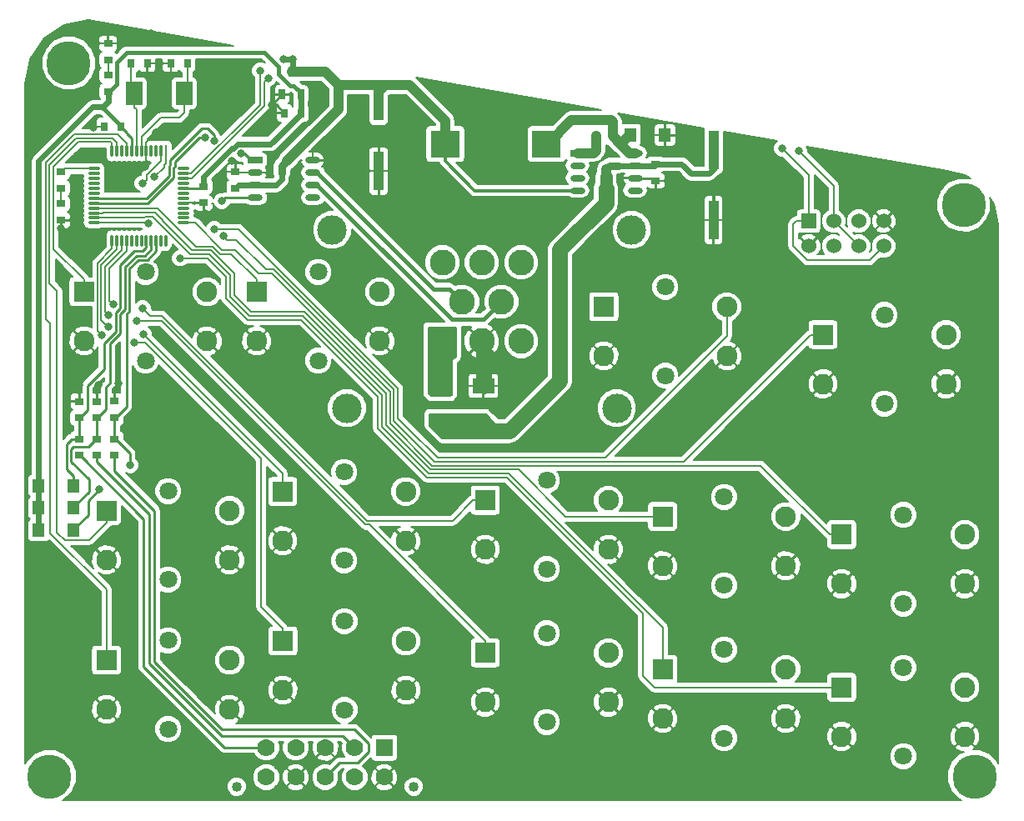
<source format=gtl>
G04 #@! TF.GenerationSoftware,KiCad,Pcbnew,(2017-01-11 revision e99b79cb2)-master*
G04 #@! TF.CreationDate,2017-10-24T08:44:47+03:00*
G04 #@! TF.ProjectId,right_keypad,72696768745F6B65797061642E6B6963,rev?*
G04 #@! TF.FileFunction,Copper,L1,Top,Signal*
G04 #@! TF.FilePolarity,Positive*
%FSLAX46Y46*%
G04 Gerber Fmt 4.6, Leading zero omitted, Abs format (unit mm)*
G04 Created by KiCad (PCBNEW (2017-01-11 revision e99b79cb2)-master) date Tue Oct 24 08:44:47 2017*
%MOMM*%
%LPD*%
G01*
G04 APERTURE LIST*
%ADD10C,0.100000*%
%ADD11R,1.778000X1.778000*%
%ADD12C,1.778000*%
%ADD13C,1.018540*%
%ADD14R,2.098040X2.098040*%
%ADD15C,2.098040*%
%ADD16C,1.798320*%
%ADD17R,0.939800X0.762000*%
%ADD18R,0.998220X3.997960*%
%ADD19R,0.762000X0.939800*%
%ADD20R,2.179320X1.617980*%
%ADD21R,1.297940X1.399540*%
%ADD22R,2.623820X2.623820*%
%ADD23C,2.623820*%
%ADD24C,2.999740*%
%ADD25R,2.999740X2.799080*%
%ADD26R,1.524000X0.635000*%
%ADD27O,1.524000X0.635000*%
%ADD28R,0.279400X1.244600*%
%ADD29O,0.279400X1.244600*%
%ADD30O,1.244600X0.279400*%
%ADD31R,0.647700X1.049020*%
%ADD32R,1.699260X2.397760*%
%ADD33R,1.899920X0.998220*%
%ADD34R,1.524000X1.524000*%
%ADD35C,1.524000*%
%ADD36C,4.500000*%
%ADD37C,0.800000*%
%ADD38C,0.600000*%
%ADD39C,0.800000*%
%ADD40C,1.000000*%
%ADD41C,1.300000*%
%ADD42C,1.600000*%
%ADD43C,0.200000*%
%ADD44C,0.250000*%
%ADD45C,0.300000*%
%ADD46C,0.400000*%
G04 APERTURE END LIST*
D10*
D11*
X91135200Y-134010400D03*
D12*
X88138000Y-134010400D03*
X85140800Y-134010400D03*
X82143600Y-134010400D03*
X79146400Y-134010400D03*
X91135200Y-137007600D03*
X88138000Y-137007600D03*
X85140800Y-137007600D03*
X82143600Y-137007600D03*
X79146400Y-137007600D03*
D13*
X94140020Y-137949940D03*
X76141580Y-137949940D03*
D14*
X101384100Y-124388880D03*
D15*
X113880900Y-124388880D03*
X101384100Y-129387600D03*
X113880900Y-129387600D03*
D16*
X107632500Y-122389900D03*
X107632500Y-131386580D03*
D17*
X118694200Y-74739500D03*
X118694200Y-76415900D03*
D18*
X124561600Y-80408780D03*
X124561600Y-73312020D03*
D17*
X76009500Y-77190600D03*
X76009500Y-75514200D03*
D19*
X69456300Y-64490600D03*
X71132700Y-64490600D03*
X67081400Y-64490600D03*
X65405000Y-64490600D03*
X112649000Y-71894700D03*
X114325400Y-71894700D03*
X64389000Y-70916800D03*
X62712600Y-70916800D03*
D17*
X72796400Y-76987400D03*
X72796400Y-78663800D03*
D18*
X90576400Y-75430380D03*
X90576400Y-68333620D03*
D19*
X80987900Y-69532500D03*
X82664300Y-69532500D03*
D20*
X101193600Y-97256600D03*
X101193600Y-101854000D03*
D17*
X58318400Y-80429100D03*
X58318400Y-78752700D03*
D21*
X119634000Y-71767700D03*
X116103400Y-71767700D03*
D17*
X63093600Y-62471300D03*
X63093600Y-64147700D03*
D21*
X59575700Y-109626400D03*
X56045100Y-109626400D03*
X59575700Y-107391200D03*
X56045100Y-107391200D03*
X59575700Y-111912400D03*
X56045100Y-111912400D03*
D22*
X97030540Y-92707460D03*
D23*
X101028500Y-92707460D03*
X105026460Y-92707460D03*
X99029520Y-88709500D03*
X103027480Y-88709500D03*
X97030540Y-84711540D03*
X101028500Y-84711540D03*
X105026460Y-84711540D03*
D24*
X87330280Y-99507040D03*
X114726720Y-99507040D03*
X116227860Y-81409540D03*
X85829140Y-81409540D03*
D25*
X107612180Y-72694800D03*
X97315020Y-72694800D03*
D17*
X58318400Y-77190600D03*
X58318400Y-75514200D03*
X63093600Y-65709800D03*
X63093600Y-67386200D03*
X61937900Y-98831400D03*
X61937900Y-100507800D03*
X60159900Y-98831400D03*
X60159900Y-100507800D03*
X63754000Y-98793300D03*
X63754000Y-100469700D03*
X61925200Y-104317800D03*
X61925200Y-102641400D03*
X60147200Y-104317800D03*
X60147200Y-102641400D03*
X63754000Y-104317800D03*
X63754000Y-102641400D03*
D14*
X80835500Y-123167140D03*
D15*
X93332300Y-123167140D03*
X80835500Y-128165860D03*
X93332300Y-128165860D03*
D16*
X87083900Y-121168160D03*
X87083900Y-130164840D03*
D14*
X80810100Y-107993180D03*
D15*
X93306900Y-107993180D03*
X80810100Y-112991900D03*
X93306900Y-112991900D03*
D16*
X87058500Y-105994200D03*
X87058500Y-114990880D03*
D14*
X62928500Y-109931200D03*
D15*
X75425300Y-109931200D03*
X62928500Y-114929920D03*
X75425300Y-114929920D03*
D16*
X69176900Y-107932220D03*
X69176900Y-116928900D03*
D14*
X137579100Y-127876300D03*
D15*
X150075900Y-127876300D03*
X137579100Y-132875020D03*
X150075900Y-132875020D03*
D16*
X143827500Y-125877320D03*
X143827500Y-134874000D03*
D14*
X119392700Y-126047500D03*
D15*
X131889500Y-126047500D03*
X119392700Y-131046220D03*
X131889500Y-131046220D03*
D16*
X125641100Y-124048520D03*
X125641100Y-133045200D03*
D14*
X137579100Y-112361980D03*
D15*
X150075900Y-112361980D03*
X137579100Y-117360700D03*
X150075900Y-117360700D03*
D16*
X143827500Y-110363000D03*
X143827500Y-119359680D03*
D14*
X119392700Y-110533180D03*
D15*
X131889500Y-110533180D03*
X119392700Y-115531900D03*
X131889500Y-115531900D03*
D16*
X125641100Y-108534200D03*
X125641100Y-117530880D03*
D14*
X101384100Y-108864400D03*
D15*
X113880900Y-108864400D03*
X101384100Y-113863120D03*
X113880900Y-113863120D03*
D16*
X107632500Y-106865420D03*
X107632500Y-115862100D03*
D14*
X135674100Y-92052140D03*
D15*
X148170900Y-92052140D03*
X135674100Y-97050860D03*
X148170900Y-97050860D03*
D16*
X141922500Y-90053160D03*
X141922500Y-99049840D03*
D14*
X113423700Y-89217500D03*
D15*
X125920500Y-89217500D03*
X113423700Y-94216220D03*
X125920500Y-94216220D03*
D16*
X119672100Y-87218520D03*
X119672100Y-96215200D03*
D14*
X60642500Y-87693500D03*
D15*
X73139300Y-87693500D03*
X60642500Y-92692220D03*
X73139300Y-92692220D03*
D16*
X66890900Y-85694520D03*
X66890900Y-94691200D03*
D14*
X78168500Y-87693500D03*
D15*
X90665300Y-87693500D03*
X78168500Y-92692220D03*
X90665300Y-92692220D03*
D16*
X84416900Y-85694520D03*
X84416900Y-94691200D03*
D26*
X78036007Y-74323645D03*
D27*
X78036007Y-75593645D03*
X78036007Y-76863645D03*
X78036007Y-78133645D03*
X83878007Y-78133645D03*
X83878007Y-76863645D03*
X83878007Y-75593645D03*
X83878007Y-74323645D03*
D28*
X68966080Y-73400920D03*
D29*
X68465700Y-73400920D03*
X67965320Y-73400920D03*
X67467480Y-73400920D03*
X66967100Y-73400920D03*
X66466720Y-73400920D03*
X65968880Y-73400920D03*
X65468500Y-73400920D03*
X64968120Y-73400920D03*
X64470280Y-73400920D03*
X63969900Y-73400920D03*
X63469520Y-73400920D03*
D30*
X61671200Y-75199240D03*
X61671200Y-75699620D03*
X61671200Y-76200000D03*
X61671200Y-76697840D03*
X61671200Y-77198220D03*
X61671200Y-77698600D03*
X61671200Y-78196440D03*
X61671200Y-78696820D03*
X61671200Y-79197200D03*
X61671200Y-79695040D03*
X61671200Y-80195420D03*
X61671200Y-80695800D03*
D29*
X63469520Y-82494120D03*
X63969900Y-82494120D03*
X64470280Y-82494120D03*
X64968120Y-82494120D03*
X65468500Y-82494120D03*
X65968880Y-82494120D03*
X66466720Y-82494120D03*
X66967100Y-82494120D03*
X67467480Y-82494120D03*
X67965320Y-82494120D03*
X68465700Y-82494120D03*
X68966080Y-82494120D03*
D30*
X70764400Y-80695800D03*
X70764400Y-80195420D03*
X70764400Y-79695040D03*
X70764400Y-79197200D03*
X70764400Y-78696820D03*
X70764400Y-78196440D03*
X70764400Y-77698600D03*
X70764400Y-77198220D03*
X70764400Y-76697840D03*
X70764400Y-76200000D03*
X70764400Y-75699620D03*
X70764400Y-75199240D03*
D26*
X110759650Y-73594445D03*
D27*
X110759650Y-74864445D03*
X110759650Y-76134445D03*
X110759650Y-77404445D03*
X116601650Y-77404445D03*
X116601650Y-76134445D03*
X116601650Y-74864445D03*
X116601650Y-73594445D03*
D31*
X80771951Y-67661190D03*
X82671871Y-67661190D03*
X81721911Y-65365030D03*
D32*
X70815200Y-67538600D03*
X65735200Y-67538600D03*
D33*
X96824800Y-97790000D03*
X96824800Y-100787200D03*
D34*
X134213600Y-80518000D03*
D35*
X134213600Y-83058000D03*
X136753600Y-80518000D03*
X136753600Y-83058000D03*
X139293600Y-80518000D03*
X139293600Y-83058000D03*
X141833600Y-80518000D03*
X141833600Y-83058000D03*
D36*
X149967700Y-78886300D03*
X59076840Y-64487040D03*
X57114700Y-136941300D03*
X151063700Y-136941300D03*
D14*
X62928500Y-125112780D03*
D15*
X75425300Y-125112780D03*
X62928500Y-130111500D03*
X75425300Y-130111500D03*
D16*
X69176900Y-123113800D03*
X69176900Y-132110480D03*
D37*
X98094800Y-68580000D03*
X108661200Y-75895200D03*
X106832400Y-88544400D03*
X110642400Y-79044800D03*
X88747600Y-75692000D03*
X90474800Y-71831200D03*
X92964000Y-77470000D03*
X80314800Y-79197200D03*
X88442800Y-84937600D03*
X94386400Y-83464400D03*
X94132400Y-89763600D03*
X94234000Y-100126800D03*
X104902000Y-103327200D03*
X110845600Y-97891600D03*
X111048800Y-84277200D03*
X126695200Y-80213200D03*
X124409200Y-83921600D03*
X122834400Y-79959200D03*
X134975600Y-73558400D03*
X146558000Y-76250800D03*
X152704800Y-88138000D03*
X152908000Y-101752400D03*
X153009600Y-114350800D03*
X152958800Y-127711200D03*
X147726400Y-131419600D03*
X147066000Y-138938000D03*
X129286000Y-138734800D03*
X112064800Y-138734800D03*
X96520000Y-138734800D03*
X74269600Y-135940800D03*
X63398400Y-136702800D03*
X56184800Y-129641600D03*
X56134000Y-113944400D03*
X58267600Y-86004400D03*
X56083200Y-72644000D03*
X67411600Y-61468000D03*
X55676800Y-66700400D03*
X58369200Y-69646800D03*
X118973600Y-73456800D03*
X117805200Y-72085200D03*
X66877102Y-74962530D03*
X72940659Y-79721043D03*
X61633549Y-70991568D03*
X58318400Y-81292790D03*
X64109600Y-97028000D03*
X62128400Y-97180400D03*
X60198000Y-97180400D03*
X75691299Y-74384309D03*
X67970400Y-71526400D03*
X85289955Y-74323645D03*
X68275200Y-64465200D03*
X63144400Y-61264800D03*
X79502000Y-75641200D03*
X79705200Y-68732400D03*
X90576400Y-79095600D03*
X121361200Y-71780400D03*
X124561600Y-77266800D03*
X120142000Y-76403200D03*
X81838800Y-64109600D03*
X80873600Y-64109600D03*
X62179200Y-107797600D03*
X65328800Y-105308400D03*
X65735200Y-92862400D03*
X62433200Y-92100400D03*
X63082410Y-91287600D03*
X66700400Y-92049600D03*
X70408800Y-84277200D03*
X67208400Y-80772000D03*
X65989200Y-90678000D03*
X63144400Y-90068400D03*
X66598800Y-89357200D03*
X63601600Y-89001600D03*
X74777600Y-82042000D03*
X67818000Y-76047600D03*
X73863200Y-81330800D03*
X66598800Y-76708000D03*
X72936793Y-71984935D03*
X76564192Y-73674514D03*
X73858730Y-72372305D03*
X74625200Y-78486000D03*
X131521200Y-73152000D03*
X78536800Y-65227200D03*
X133248400Y-73406000D03*
X79349600Y-65989200D03*
D38*
X122275600Y-75692000D02*
X121323100Y-74739500D01*
X121323100Y-74739500D02*
X118694200Y-74739500D01*
X124104400Y-75692000D02*
X122275600Y-75692000D01*
X124561600Y-75234800D02*
X124104400Y-75692000D01*
X124561600Y-73312020D02*
X124561600Y-75234800D01*
X116601650Y-74864445D02*
X118569255Y-74864445D01*
X118569255Y-74864445D02*
X118694200Y-74739500D01*
D39*
X114009955Y-74864445D02*
X114960400Y-74864445D01*
D38*
X116601650Y-74864445D02*
X114960400Y-74864445D01*
D39*
X113639600Y-75234800D02*
X114009955Y-74864445D01*
D40*
X113639600Y-76047600D02*
X113639600Y-75234800D01*
D41*
X113639600Y-77165200D02*
X113639600Y-76047600D01*
D42*
X113639600Y-78740000D02*
X113639600Y-77165200D01*
X108966000Y-83413600D02*
X113639600Y-78740000D01*
X108966000Y-96771260D02*
X108966000Y-83413600D01*
X101193600Y-101854000D02*
X103883260Y-101854000D01*
X103883260Y-101854000D02*
X108966000Y-96771260D01*
D43*
X108661200Y-75895200D02*
X105410000Y-75895200D01*
X105410000Y-75895200D02*
X98094800Y-68580000D01*
X92964000Y-77470000D02*
X92964000Y-74320400D01*
X92964000Y-74320400D02*
X90474800Y-71831200D01*
X94234000Y-100126800D02*
X94234000Y-89865200D01*
X94234000Y-89865200D02*
X94132400Y-89763600D01*
X110845600Y-97891600D02*
X105410000Y-103327200D01*
X105410000Y-103327200D02*
X104902000Y-103327200D01*
X117703600Y-85090000D02*
X111861600Y-85090000D01*
X111861600Y-85090000D02*
X111048800Y-84277200D01*
X122834400Y-79959200D02*
X117703600Y-85090000D01*
X122834400Y-79959200D02*
X122834400Y-82346800D01*
X122834400Y-82346800D02*
X124409200Y-83921600D01*
X146558000Y-76250800D02*
X137668000Y-76250800D01*
X137668000Y-76250800D02*
X134975600Y-73558400D01*
X152908000Y-101752400D02*
X152908000Y-88341200D01*
X152908000Y-88341200D02*
X152704800Y-88138000D01*
X152958800Y-127711200D02*
X152958800Y-114401600D01*
X152958800Y-114401600D02*
X153009600Y-114350800D01*
X147066000Y-138938000D02*
X147726400Y-138277600D01*
X147726400Y-138277600D02*
X147726400Y-131419600D01*
X112064800Y-138734800D02*
X129286000Y-138734800D01*
X75184000Y-139141200D02*
X96113600Y-139141200D01*
X96113600Y-139141200D02*
X96520000Y-138734800D01*
X74269600Y-138226800D02*
X75184000Y-139141200D01*
X74269600Y-135940800D02*
X74269600Y-138226800D01*
X63398400Y-136702800D02*
X73507600Y-136702800D01*
X73507600Y-136702800D02*
X74269600Y-135940800D01*
X56134000Y-113944400D02*
X56134000Y-129590800D01*
X56134000Y-129590800D02*
X56184800Y-129641600D01*
X58369200Y-69646800D02*
X58369200Y-70358000D01*
X58369200Y-70358000D02*
X56083200Y-72644000D01*
D44*
X58369200Y-69646800D02*
X55676800Y-66954400D01*
X55676800Y-66954400D02*
X55676800Y-66700400D01*
D43*
X119634000Y-71767700D02*
X118122700Y-71767700D01*
X118122700Y-71767700D02*
X117805200Y-72085200D01*
X66967100Y-73400920D02*
X66967100Y-74872532D01*
X66967100Y-74872532D02*
X66877102Y-74962530D01*
X72796400Y-79576784D02*
X72940659Y-79721043D01*
X72796400Y-78663800D02*
X72796400Y-79576784D01*
X62712600Y-70916800D02*
X61708317Y-70916800D01*
X61708317Y-70916800D02*
X61633549Y-70991568D01*
X58318400Y-80429100D02*
X58318400Y-81292790D01*
D44*
X63754000Y-98793300D02*
X63754000Y-97383600D01*
X63754000Y-97383600D02*
X64109600Y-97028000D01*
X61937900Y-97370900D02*
X62128400Y-97180400D01*
X61937900Y-98831400D02*
X61937900Y-97370900D01*
X60159900Y-98831400D02*
X60159900Y-97218500D01*
X60159900Y-97218500D02*
X60198000Y-97180400D01*
D43*
X76009500Y-74702510D02*
X75691299Y-74384309D01*
X76009500Y-75514200D02*
X76009500Y-74702510D01*
X66967100Y-73400920D02*
X66967100Y-72529700D01*
X66967100Y-72529700D02*
X67970400Y-71526400D01*
X72796400Y-78663800D02*
X70797420Y-78663800D01*
X70797420Y-78663800D02*
X70764400Y-78696820D01*
X68275200Y-64465200D02*
X69430900Y-64465200D01*
X69430900Y-64465200D02*
X69456300Y-64490600D01*
X67081400Y-64490600D02*
X68249800Y-64490600D01*
X68249800Y-64490600D02*
X68275200Y-64465200D01*
X63093600Y-62471300D02*
X63093600Y-61315600D01*
X63093600Y-61315600D02*
X63144400Y-61264800D01*
X78036007Y-75593645D02*
X79454445Y-75593645D01*
X79454445Y-75593645D02*
X79502000Y-75641200D01*
X78036007Y-75593645D02*
X76088945Y-75593645D01*
D44*
X83878007Y-74323645D02*
X85289955Y-74323645D01*
X85289955Y-74323645D02*
X85293200Y-74320400D01*
X79705200Y-68732400D02*
X80187800Y-68732400D01*
X80187800Y-68732400D02*
X80987900Y-69532500D01*
X80771951Y-67661190D02*
X80771951Y-67665649D01*
X80771951Y-67665649D02*
X79705200Y-68732400D01*
X90576400Y-75430380D02*
X90576400Y-79095600D01*
X119634000Y-71767700D02*
X121348500Y-71767700D01*
X121348500Y-71767700D02*
X121361200Y-71780400D01*
X124561600Y-80408780D02*
X124561600Y-77266800D01*
X116601650Y-76134445D02*
X118412745Y-76134445D01*
X118412745Y-76134445D02*
X118694200Y-76415900D01*
D43*
X118694200Y-76415900D02*
X120129300Y-76415900D01*
X120129300Y-76415900D02*
X120142000Y-76403200D01*
D42*
X101193600Y-97256600D02*
X101193600Y-92872560D01*
X101193600Y-92872560D02*
X101028500Y-92707460D01*
D38*
X81838800Y-64109600D02*
X81838800Y-65248141D01*
X81838800Y-65248141D02*
X81721911Y-65365030D01*
X80873600Y-64109600D02*
X81838800Y-64109600D01*
X80721200Y-76301600D02*
X80159155Y-76863645D01*
X80159155Y-76863645D02*
X78036007Y-76863645D01*
X80721200Y-75692000D02*
X80721200Y-76301600D01*
D39*
X80721200Y-74930000D02*
X80721200Y-75692000D01*
X81280000Y-74371200D02*
X80721200Y-74930000D01*
D40*
X86461600Y-69189600D02*
X81280000Y-74371200D01*
X86461600Y-66700400D02*
X86461600Y-69189600D01*
D38*
X76009500Y-77190600D02*
X76336455Y-76863645D01*
X78036007Y-76863645D02*
X76336455Y-76863645D01*
D40*
X93720160Y-66700400D02*
X91236800Y-66700400D01*
X91236800Y-66700400D02*
X86461600Y-66700400D01*
X90576400Y-68333620D02*
X90576400Y-67360800D01*
X90576400Y-67360800D02*
X91236800Y-66700400D01*
X97315020Y-72694800D02*
X97315020Y-70295260D01*
X86461600Y-66700400D02*
X85126230Y-65365030D01*
X97315020Y-70295260D02*
X93720160Y-66700400D01*
X85126230Y-65365030D02*
X81721911Y-65365030D01*
D45*
X110759650Y-77404445D02*
X100325125Y-77404445D01*
X100325125Y-77404445D02*
X97315020Y-74394340D01*
X97315020Y-74394340D02*
X97315020Y-72694800D01*
D43*
X68427600Y-70002400D02*
X70307200Y-70002400D01*
X70307200Y-70002400D02*
X70815200Y-69494400D01*
X66466720Y-71963280D02*
X68427600Y-70002400D01*
X66466720Y-73400920D02*
X66466720Y-71963280D01*
X70815200Y-69494400D02*
X70815200Y-67538600D01*
X71132700Y-64490600D02*
X71132700Y-67221100D01*
X71132700Y-67221100D02*
X70815200Y-67538600D01*
X65968880Y-73400920D02*
X65968880Y-69171160D01*
X65968880Y-69171160D02*
X65735200Y-68937480D01*
X65735200Y-68937480D02*
X65735200Y-67538600D01*
X65405000Y-64490600D02*
X65405000Y-67208400D01*
X65405000Y-67208400D02*
X65735200Y-67538600D01*
D40*
X110759650Y-73594445D02*
X112419155Y-73594445D01*
X112649000Y-73364600D02*
X112649000Y-71894700D01*
X112419155Y-73594445D02*
X112649000Y-73364600D01*
X114157000Y-70256400D02*
X110150910Y-70256400D01*
X110150910Y-70256400D02*
X107712510Y-72694800D01*
X107712510Y-72694800D02*
X107612180Y-72694800D01*
X114325400Y-71894700D02*
X114325400Y-70424800D01*
X114325400Y-70424800D02*
X114157000Y-70256400D01*
X116025145Y-73594445D02*
X115112800Y-72682100D01*
X115112800Y-72682100D02*
X114325400Y-71894700D01*
X116103400Y-71767700D02*
X116027200Y-71767700D01*
X116027200Y-71767700D02*
X115112800Y-72682100D01*
X116601650Y-73594445D02*
X116025145Y-73594445D01*
D38*
X56045100Y-106091430D02*
X56045100Y-107391200D01*
X56045100Y-81277643D02*
X56045100Y-106091430D01*
X56041989Y-81274532D02*
X56045100Y-81277643D01*
X56041989Y-74427468D02*
X56041989Y-81274532D01*
X62525200Y-68935600D02*
X61533858Y-68935600D01*
X61533858Y-68935600D02*
X56041989Y-74427468D01*
D46*
X64389000Y-70916800D02*
X64389000Y-70827900D01*
X64389000Y-70827900D02*
X62525200Y-68964100D01*
X62525200Y-68964100D02*
X62525200Y-68935600D01*
D44*
X64998600Y-71628000D02*
X64998600Y-71526400D01*
X64998600Y-71526400D02*
X64389000Y-70916800D01*
D38*
X56045100Y-109626400D02*
X56045100Y-111912400D01*
X56045100Y-107391200D02*
X56045100Y-109626400D01*
X82664300Y-69621400D02*
X79586012Y-72699688D01*
X75686189Y-73116611D02*
X72796400Y-76006400D01*
X75798488Y-73116611D02*
X75686189Y-73116611D01*
X72796400Y-76006400D02*
X72796400Y-76987400D01*
X76215411Y-72699688D02*
X75798488Y-73116611D01*
X82664300Y-69532500D02*
X82664300Y-69621400D01*
X79586012Y-72699688D02*
X76215411Y-72699688D01*
X63093600Y-68367200D02*
X62525200Y-68935600D01*
D46*
X62525200Y-69065700D02*
X62525200Y-68935600D01*
D44*
X64998600Y-71628000D02*
X65468500Y-72097900D01*
X65468500Y-72097900D02*
X65468500Y-73400920D01*
D38*
X63093600Y-67386200D02*
X63093600Y-68367200D01*
D46*
X82671871Y-67661190D02*
X82671871Y-67460530D01*
X63963501Y-64408099D02*
X63963500Y-66605200D01*
X82671871Y-67460530D02*
X81948021Y-66736680D01*
X81570280Y-66736680D02*
X80416400Y-65582800D01*
X81948021Y-66736680D02*
X81570280Y-66736680D01*
X78943200Y-63398400D02*
X64973200Y-63398400D01*
X80416400Y-65582800D02*
X80416400Y-64871600D01*
X80416400Y-64871600D02*
X78943200Y-63398400D01*
X64973200Y-63398400D02*
X63963501Y-64408099D01*
X63963500Y-66605200D02*
X63182500Y-67386200D01*
X63182500Y-67386200D02*
X63093600Y-67386200D01*
D44*
X70764400Y-77198220D02*
X72585580Y-77198220D01*
X72585580Y-77198220D02*
X72796400Y-76987400D01*
D38*
X82671871Y-67661190D02*
X82671871Y-69524929D01*
X82671871Y-69524929D02*
X82664300Y-69532500D01*
D43*
X58318400Y-77190600D02*
X58318400Y-78752700D01*
X63093600Y-64147700D02*
X63093600Y-65709800D01*
D44*
X62026800Y-100507800D02*
X62904202Y-99630398D01*
X64827413Y-85158176D02*
X65965241Y-84020348D01*
X63296800Y-92946214D02*
X64319413Y-91923602D01*
X64319413Y-91923602D02*
X64319413Y-89993202D01*
X63296800Y-96977200D02*
X63296800Y-92946214D01*
X62904202Y-99630398D02*
X62904202Y-97369798D01*
X61937900Y-100507800D02*
X62026800Y-100507800D01*
X62904202Y-97369798D02*
X63296800Y-96977200D01*
X65965241Y-84020348D02*
X66813552Y-84020348D01*
X66813552Y-84020348D02*
X67467480Y-83366420D01*
X64827413Y-89485202D02*
X64827413Y-85158176D01*
X64319413Y-89993202D02*
X64827413Y-89485202D01*
X67467480Y-83366420D02*
X67467480Y-82494120D01*
X61048900Y-103428800D02*
X61836300Y-102641400D01*
X61836300Y-102641400D02*
X61925200Y-102641400D01*
X59339433Y-103689665D02*
X59600298Y-103428800D01*
X61163200Y-106769702D02*
X59339433Y-104945935D01*
X59575700Y-109575600D02*
X61163200Y-107988100D01*
X59600298Y-103428800D02*
X61048900Y-103428800D01*
X59575700Y-109626400D02*
X59575700Y-109575600D01*
X61163200Y-107988100D02*
X61163200Y-106769702D01*
X59339433Y-104945935D02*
X59339433Y-103689665D01*
X61937900Y-100507800D02*
X61937900Y-102628700D01*
X61937900Y-102628700D02*
X61925200Y-102641400D01*
X66967100Y-82494120D02*
X66967100Y-83170150D01*
X63869402Y-91737202D02*
X62687200Y-92919404D01*
X62687200Y-95548596D02*
X61010800Y-97224996D01*
X63869402Y-89806802D02*
X63869402Y-91737202D01*
X64326602Y-85022576D02*
X64326602Y-89349602D01*
X61010800Y-99745800D02*
X60248800Y-100507800D01*
X66566911Y-83570337D02*
X65778841Y-83570337D01*
X65778841Y-83570337D02*
X64326602Y-85022576D01*
X66967100Y-83170150D02*
X66566911Y-83570337D01*
X61010800Y-97224996D02*
X61010800Y-99745800D01*
X64326602Y-89349602D02*
X63869402Y-89806802D01*
X62687200Y-92919404D02*
X62687200Y-95548596D01*
X60248800Y-100507800D02*
X60159900Y-100507800D01*
X58889422Y-103179278D02*
X58889422Y-105755152D01*
X59427300Y-102641400D02*
X58889422Y-103179278D01*
X58889422Y-105755152D02*
X59575700Y-106441430D01*
X60147200Y-102641400D02*
X59427300Y-102641400D01*
X59575700Y-106441430D02*
X59575700Y-107391200D01*
X60159900Y-100507800D02*
X60159900Y-102628700D01*
X60159900Y-102628700D02*
X60147200Y-102641400D01*
X64973200Y-89975826D02*
X64973200Y-99339400D01*
X65277424Y-89671602D02*
X64973200Y-89975826D01*
X65277424Y-85344576D02*
X65277424Y-89671602D01*
X67066041Y-84470359D02*
X66151641Y-84470359D01*
X67965320Y-83571080D02*
X67066041Y-84470359D01*
X67965320Y-82494120D02*
X67965320Y-83571080D01*
X66151641Y-84470359D02*
X65277424Y-85344576D01*
X63842900Y-100469700D02*
X63754000Y-100469700D01*
X64973200Y-99339400D02*
X63842900Y-100469700D01*
X61061600Y-108915200D02*
X61061600Y-110375700D01*
X61061600Y-110375700D02*
X59575700Y-111861600D01*
X59575700Y-111861600D02*
X59575700Y-111912400D01*
X62179200Y-107797600D02*
X61061600Y-108915200D01*
X63754000Y-102641400D02*
X63842900Y-102641400D01*
X63842900Y-102641400D02*
X65328800Y-104127300D01*
X65328800Y-104127300D02*
X65328800Y-105308400D01*
X63754000Y-100469700D02*
X63754000Y-102641400D01*
X87249001Y-133121401D02*
X88138000Y-134010400D01*
X86923999Y-132796399D02*
X87249001Y-133121401D01*
X67310000Y-125446411D02*
X74659988Y-132796399D01*
X67310000Y-110333600D02*
X67310000Y-125446411D01*
X61925200Y-104948800D02*
X67310000Y-110333600D01*
X61925200Y-104317800D02*
X61925200Y-104948800D01*
X74659988Y-132796399D02*
X86923999Y-132796399D01*
X66700400Y-125780800D02*
X74930000Y-134010400D01*
X74930000Y-134010400D02*
X79146400Y-134010400D01*
X66700400Y-110782100D02*
X66700400Y-125780800D01*
X60147200Y-104317800D02*
X60236100Y-104317800D01*
X60236100Y-104317800D02*
X66700400Y-110782100D01*
X87528400Y-132130800D02*
X74630800Y-132130800D01*
X67818000Y-125318000D02*
X67818000Y-109931200D01*
X74630800Y-132130800D02*
X67818000Y-125318000D01*
X67818000Y-109931200D02*
X63754000Y-105867200D01*
X63754000Y-105867200D02*
X63754000Y-104317800D01*
X87680800Y-132130800D02*
X87528400Y-132130800D01*
X89509600Y-133585278D02*
X88055122Y-132130800D01*
X88055122Y-132130800D02*
X87528400Y-132130800D01*
X85140800Y-137007600D02*
X86614000Y-135534400D01*
X89509600Y-134435522D02*
X89509600Y-133585278D01*
X86614000Y-135534400D02*
X88410722Y-135534400D01*
X88410722Y-135534400D02*
X89509600Y-134435522D01*
D43*
X61671200Y-75199240D02*
X58633360Y-75199240D01*
X58633360Y-75199240D02*
X58318400Y-75514200D01*
X58407300Y-75514200D02*
X58318400Y-75514200D01*
X62033201Y-91700401D02*
X62433200Y-92100400D01*
X63469520Y-83316420D02*
X61991521Y-84794419D01*
X63469520Y-82494120D02*
X63469520Y-83316420D01*
X61991521Y-84794419D02*
X61991521Y-91658721D01*
X61991521Y-91658721D02*
X62033201Y-91700401D01*
X78638400Y-104663941D02*
X78638400Y-119721020D01*
X78638400Y-119721020D02*
X80835500Y-121918120D01*
X80835500Y-121918120D02*
X80835500Y-123167140D01*
X65735200Y-92862400D02*
X66836859Y-92862400D01*
X66836859Y-92862400D02*
X78638400Y-104663941D01*
X62928500Y-123863760D02*
X62928500Y-125112780D01*
X62928500Y-117951800D02*
X62928500Y-123863760D01*
X64081078Y-71691578D02*
X59626422Y-71691578D01*
X57207191Y-112230491D02*
X62928500Y-117951800D01*
X57207191Y-90918709D02*
X57207191Y-112230491D01*
X56748477Y-90459995D02*
X57207191Y-90918709D01*
X64968120Y-72578620D02*
X64081078Y-71691578D01*
X56748477Y-74569523D02*
X56748477Y-90459995D01*
X59626422Y-71691578D02*
X56748477Y-74569523D01*
X64968120Y-73400920D02*
X64968120Y-72578620D01*
X66700400Y-92049600D02*
X80810100Y-106159300D01*
X80810100Y-106159300D02*
X80810100Y-107993180D01*
X62682411Y-90887601D02*
X63082410Y-91287600D01*
X63969900Y-82494120D02*
X63969900Y-83387100D01*
X63969900Y-83387100D02*
X62391532Y-84965468D01*
X62391532Y-84965468D02*
X62391532Y-90596722D01*
X62391532Y-90596722D02*
X62682411Y-90887601D01*
X62928500Y-111180220D02*
X62928500Y-109931200D01*
X57912000Y-112137442D02*
X58686729Y-112912171D01*
X57912000Y-87572300D02*
X57912000Y-112137442D01*
X59842911Y-72091589D02*
X57148488Y-74786012D01*
X61196549Y-112912171D02*
X62928500Y-111180220D01*
X57148488Y-86808788D02*
X57912000Y-87572300D01*
X63513289Y-72091589D02*
X59842911Y-72091589D01*
X58686729Y-112912171D02*
X61196549Y-112912171D01*
X63969900Y-72548200D02*
X63513289Y-72091589D01*
X57148488Y-74786012D02*
X57148488Y-86808788D01*
X63969900Y-73400920D02*
X63969900Y-72548200D01*
X118583458Y-127876300D02*
X136330080Y-127876300D01*
X73205998Y-84277200D02*
X75082400Y-86153602D01*
X90500356Y-98344256D02*
X90500356Y-101602356D01*
X117398800Y-120396000D02*
X117398800Y-126691642D01*
X103555645Y-106552845D02*
X117398800Y-120396000D01*
X117398800Y-126691642D02*
X118583458Y-127876300D01*
X95450845Y-106552845D02*
X103555645Y-106552845D01*
X90500356Y-101602356D02*
X95450845Y-106552845D01*
X77266800Y-90561242D02*
X82717342Y-90561242D01*
X75082400Y-86153602D02*
X75082400Y-88376842D01*
X70408800Y-84277200D02*
X73205998Y-84277200D01*
X75082400Y-88376842D02*
X77266800Y-90561242D01*
X82717342Y-90561242D02*
X90500356Y-98344256D01*
X136330080Y-127876300D02*
X137579100Y-127876300D01*
X67132200Y-80695800D02*
X67208400Y-80772000D01*
X61671200Y-80695800D02*
X67132200Y-80695800D01*
X67648401Y-80071998D02*
X71453592Y-83877189D01*
X90900367Y-98178567D02*
X90900367Y-101436667D01*
X119392700Y-121824200D02*
X119392700Y-124798480D01*
X71453592Y-83877189D02*
X73371687Y-83877189D01*
X103721334Y-106152834D02*
X119392700Y-121824200D01*
X90900367Y-101436667D02*
X95616534Y-106152834D01*
X119392700Y-124798480D02*
X119392700Y-126047500D01*
X95616534Y-106152834D02*
X103721334Y-106152834D01*
X77432489Y-90161231D02*
X82883031Y-90161231D01*
X73371687Y-83877189D02*
X75482411Y-85987913D01*
X61671200Y-80195420D02*
X66748976Y-80195420D01*
X75482411Y-85987913D02*
X75482411Y-88211153D01*
X82883031Y-90161231D02*
X90900367Y-98178567D01*
X66872398Y-80071998D02*
X67648401Y-80071998D01*
X75482411Y-88211153D02*
X77432489Y-90161231D01*
X66748976Y-80195420D02*
X66872398Y-80071998D01*
X89591451Y-111347211D02*
X101384100Y-123139860D01*
X68562828Y-90678000D02*
X89232039Y-111347211D01*
X65989200Y-90678000D02*
X68562828Y-90678000D01*
X89232039Y-111347211D02*
X89591451Y-111347211D01*
X101384100Y-123139860D02*
X101384100Y-124388880D01*
X62791543Y-85131157D02*
X62791543Y-89715543D01*
X62791543Y-89715543D02*
X63144400Y-90068400D01*
X64470280Y-83452420D02*
X62791543Y-85131157D01*
X64470280Y-82494120D02*
X64470280Y-83452420D01*
X136330080Y-112361980D02*
X129320912Y-105352812D01*
X71586700Y-80695800D02*
X70764400Y-80695800D01*
X71887398Y-80695800D02*
X71586700Y-80695800D01*
X74644799Y-83453201D02*
X71887398Y-80695800D01*
X78377996Y-85845611D02*
X75985586Y-83453201D01*
X79698811Y-85845611D02*
X78377996Y-85845611D01*
X75985586Y-83453201D02*
X74644799Y-83453201D01*
X129320912Y-105352812D02*
X95947912Y-105352812D01*
X91700389Y-97847189D02*
X79698811Y-85845611D01*
X95947912Y-105352812D02*
X91700389Y-101105289D01*
X137579100Y-112361980D02*
X136330080Y-112361980D01*
X91700389Y-101105289D02*
X91700389Y-97847189D01*
X73537376Y-83477178D02*
X75882422Y-85822224D01*
X75882422Y-85822224D02*
X75882422Y-88045464D01*
X68613213Y-80371909D02*
X68613213Y-80471110D01*
X83048720Y-89761220D02*
X91300378Y-98012878D01*
X104745144Y-105752823D02*
X109525501Y-110533180D01*
X109525501Y-110533180D02*
X118143680Y-110533180D01*
X91300378Y-101270978D02*
X95782223Y-105752823D01*
X95782223Y-105752823D02*
X104745144Y-105752823D01*
X75882422Y-88045464D02*
X77598178Y-89761220D01*
X71619281Y-83477178D02*
X73537376Y-83477178D01*
X62493500Y-79695040D02*
X62534140Y-79654400D01*
X61671200Y-79695040D02*
X62493500Y-79695040D01*
X91300378Y-98012878D02*
X91300378Y-101270978D01*
X77598178Y-89761220D02*
X83048720Y-89761220D01*
X67895704Y-79654400D02*
X68613213Y-80371909D01*
X68613213Y-80471110D02*
X71619281Y-83477178D01*
X118143680Y-110533180D02*
X119392700Y-110533180D01*
X62534140Y-79654400D02*
X67895704Y-79654400D01*
X89397728Y-110947200D02*
X98052280Y-110947200D01*
X98052280Y-110947200D02*
X100135080Y-108864400D01*
X100135080Y-108864400D02*
X101384100Y-108864400D01*
X67360800Y-90119200D02*
X68569728Y-90119200D01*
X68569728Y-90119200D02*
X89397728Y-110947200D01*
X66598800Y-89357200D02*
X67360800Y-90119200D01*
X63195200Y-88595200D02*
X63601600Y-89001600D01*
X64968120Y-83520280D02*
X63195200Y-85293200D01*
X63195200Y-85293200D02*
X63195200Y-88595200D01*
X64968120Y-82494120D02*
X64968120Y-83520280D01*
X121524419Y-104952801D02*
X134425080Y-92052140D01*
X92100400Y-100838000D02*
X96215201Y-104952801D01*
X96215201Y-104952801D02*
X121524419Y-104952801D01*
X134425080Y-92052140D02*
X135674100Y-92052140D01*
X92100400Y-97637600D02*
X92100400Y-100838000D01*
X79908400Y-85445600D02*
X92100400Y-97637600D01*
X79095600Y-85445600D02*
X79908400Y-85445600D01*
X76091999Y-82441999D02*
X79095600Y-85445600D01*
X74777600Y-82042000D02*
X75177599Y-82441999D01*
X75177599Y-82441999D02*
X76091999Y-82441999D01*
X68783200Y-74803174D02*
X68783200Y-75082400D01*
X68783200Y-75082400D02*
X67818000Y-76047600D01*
X68966080Y-73400920D02*
X68966080Y-74620294D01*
X68966080Y-74620294D02*
X68783200Y-74803174D01*
X92506800Y-97478300D02*
X76359300Y-81330800D01*
X93611109Y-101637509D02*
X92506800Y-100533200D01*
X92506800Y-100533200D02*
X92506800Y-97478300D01*
X93618009Y-101637509D02*
X93611109Y-101637509D01*
X125920500Y-89217500D02*
X125920500Y-92219668D01*
X125920500Y-92219668D02*
X114757200Y-103382968D01*
X114757200Y-103382968D02*
X114752232Y-103382968D01*
X114752232Y-103382968D02*
X113588800Y-104546400D01*
X113588800Y-104546400D02*
X96526900Y-104546400D01*
X96526900Y-104546400D02*
X93618009Y-101637509D01*
X76359300Y-81330800D02*
X73863200Y-81330800D01*
X66998799Y-75830797D02*
X66998799Y-76308001D01*
X68465700Y-74363896D02*
X66998799Y-75830797D01*
X66998799Y-76308001D02*
X66598800Y-76708000D01*
X68465700Y-73400920D02*
X68465700Y-74363896D01*
X60642500Y-87693500D02*
X60642500Y-86444480D01*
X57548499Y-83350479D02*
X57548499Y-74995601D01*
X60642500Y-86444480D02*
X57548499Y-83350479D01*
X57548499Y-74995601D02*
X59143180Y-73400920D01*
X59143180Y-73400920D02*
X59143180Y-73394020D01*
X60045600Y-72491600D02*
X63347600Y-72491600D01*
X59143180Y-73394020D02*
X60045600Y-72491600D01*
X63347600Y-72491600D02*
X63469520Y-72613520D01*
X63469520Y-72613520D02*
X63469520Y-73400920D01*
X78168500Y-86444480D02*
X78168500Y-87693500D01*
X72023467Y-83077167D02*
X73703065Y-83077167D01*
X68143500Y-79197200D02*
X72023467Y-83077167D01*
X74479110Y-83853212D02*
X75577232Y-83853212D01*
X75577232Y-83853212D02*
X78168500Y-86444480D01*
X61671200Y-79197200D02*
X68143500Y-79197200D01*
X73703065Y-83077167D02*
X74479110Y-83853212D01*
D44*
X69759822Y-75089245D02*
X69861421Y-74987646D01*
X61671200Y-78696820D02*
X67132195Y-78696820D01*
X69861421Y-74987646D02*
X69861421Y-74494622D01*
X69861421Y-74494622D02*
X72371108Y-71984935D01*
X72371108Y-71984935D02*
X72936793Y-71984935D01*
X67132195Y-78696820D02*
X69759822Y-76069193D01*
X69759822Y-76069193D02*
X69759822Y-75089245D01*
X76942376Y-73674514D02*
X76564192Y-73674514D01*
X78036007Y-74323645D02*
X77591507Y-74323645D01*
X77591507Y-74323645D02*
X76942376Y-73674514D01*
X69411410Y-74302592D02*
X72594002Y-71120000D01*
X73172110Y-71120000D02*
X73858730Y-71806620D01*
X73858730Y-71806620D02*
X73858730Y-72372305D01*
X61671200Y-78196440D02*
X66996164Y-78196440D01*
X69309811Y-74902845D02*
X69411410Y-74801246D01*
X72594002Y-71120000D02*
X73172110Y-71120000D01*
X69411410Y-74801246D02*
X69411410Y-74302592D01*
X69309811Y-75882793D02*
X69309811Y-74902845D01*
X66996164Y-78196440D02*
X69309811Y-75882793D01*
X78036007Y-78133645D02*
X74977555Y-78133645D01*
X74977555Y-78133645D02*
X74625200Y-78486000D01*
D46*
X83878007Y-75593645D02*
X84322507Y-75593645D01*
X96126453Y-87397591D02*
X97717611Y-87397591D01*
X84322507Y-75593645D02*
X96126453Y-87397591D01*
X97717611Y-87397591D02*
X99029520Y-88709500D01*
X97984462Y-90525600D02*
X101211380Y-90525600D01*
X101211380Y-90525600D02*
X103027480Y-88709500D01*
X83878007Y-76863645D02*
X84322507Y-76863645D01*
X84322507Y-76863645D02*
X97984462Y-90525600D01*
D43*
X132994400Y-80518000D02*
X132638800Y-80873600D01*
X132638800Y-80873600D02*
X132638800Y-83054962D01*
X134213600Y-80518000D02*
X132994400Y-80518000D01*
X140411200Y-84480400D02*
X134064238Y-84480400D01*
X134064238Y-84480400D02*
X132638800Y-83054962D01*
X141833600Y-83058000D02*
X140411200Y-84480400D01*
X78536800Y-65792885D02*
X78536800Y-65227200D01*
X78536800Y-68684200D02*
X78536800Y-65792885D01*
X71521380Y-75699620D02*
X78536800Y-68684200D01*
X70764400Y-75699620D02*
X71521380Y-75699620D01*
X131521200Y-73152000D02*
X134213600Y-75844400D01*
X134213600Y-75844400D02*
X134213600Y-80518000D01*
X136753600Y-80518000D02*
X139293600Y-83058000D01*
X133248400Y-73406000D02*
X136753600Y-76911200D01*
X136753600Y-76911200D02*
X136753600Y-80518000D01*
X78994000Y-68792700D02*
X78994000Y-66344800D01*
X78994000Y-66344800D02*
X79349600Y-65989200D01*
X70764400Y-76200000D02*
X71586700Y-76200000D01*
X71586700Y-76200000D02*
X78994000Y-68792700D01*
G36*
X98401200Y-94294178D02*
X98024089Y-94671289D01*
X98002412Y-94703732D01*
X97994800Y-94742000D01*
X97994800Y-98154978D01*
X97850178Y-98299600D01*
X95901022Y-98299600D01*
X95604000Y-98002578D01*
X95604000Y-91336800D01*
X98401200Y-91336800D01*
X98401200Y-94294178D01*
X98401200Y-94294178D01*
G37*
X98401200Y-94294178D02*
X98024089Y-94671289D01*
X98002412Y-94703732D01*
X97994800Y-94742000D01*
X97994800Y-98154978D01*
X97850178Y-98299600D01*
X95901022Y-98299600D01*
X95604000Y-98002578D01*
X95604000Y-91336800D01*
X98401200Y-91336800D01*
X98401200Y-94294178D01*
G36*
X102363600Y-101031822D02*
X102363600Y-102566800D01*
X97018622Y-102566800D01*
X95756400Y-101304578D01*
X95756400Y-100125200D01*
X101456978Y-100125200D01*
X102363600Y-101031822D01*
X102363600Y-101031822D01*
G37*
X102363600Y-101031822D02*
X102363600Y-102566800D01*
X97018622Y-102566800D01*
X95756400Y-101304578D01*
X95756400Y-100125200D01*
X101456978Y-100125200D01*
X102363600Y-101031822D01*
G36*
X75817408Y-62698400D02*
X64973200Y-62698400D01*
X64705321Y-62751684D01*
X64478225Y-62903425D01*
X63944588Y-63437062D01*
X63923980Y-63406220D01*
X63774274Y-63306190D01*
X63846727Y-63276179D01*
X63987380Y-63135527D01*
X64063500Y-62951756D01*
X64063500Y-62621300D01*
X63938500Y-62496300D01*
X63118600Y-62496300D01*
X63118600Y-62516300D01*
X63068600Y-62516300D01*
X63068600Y-62496300D01*
X62248700Y-62496300D01*
X62123700Y-62621300D01*
X62123700Y-62951756D01*
X62199820Y-63135527D01*
X62340473Y-63276179D01*
X62412926Y-63306190D01*
X62263220Y-63406220D01*
X62152711Y-63571610D01*
X62113905Y-63766700D01*
X62113905Y-64528700D01*
X62152711Y-64723790D01*
X62263220Y-64889180D01*
X62322441Y-64928750D01*
X62263220Y-64968320D01*
X62152711Y-65133710D01*
X62113905Y-65328800D01*
X62113905Y-66090800D01*
X62152711Y-66285890D01*
X62263220Y-66451280D01*
X62407973Y-66548000D01*
X62263220Y-66644720D01*
X62152711Y-66810110D01*
X62113905Y-67005200D01*
X62113905Y-67767200D01*
X62152711Y-67962290D01*
X62238599Y-68090831D01*
X62193830Y-68135600D01*
X61533858Y-68135600D01*
X61281987Y-68185700D01*
X61227711Y-68196496D01*
X60968173Y-68369914D01*
X55476304Y-73861783D01*
X55302885Y-74121321D01*
X55241989Y-74427468D01*
X55241989Y-81274532D01*
X55245100Y-81290172D01*
X55245100Y-106211677D01*
X55201040Y-106220441D01*
X55035650Y-106330950D01*
X54925141Y-106496340D01*
X54886335Y-106691430D01*
X54886335Y-108090970D01*
X54925141Y-108286060D01*
X55035650Y-108451450D01*
X55121481Y-108508800D01*
X55035650Y-108566150D01*
X54925141Y-108731540D01*
X54886335Y-108926630D01*
X54886335Y-110326170D01*
X54925141Y-110521260D01*
X55035650Y-110686650D01*
X55159495Y-110769400D01*
X55035650Y-110852150D01*
X54925141Y-111017540D01*
X54886335Y-111212630D01*
X54886335Y-112612170D01*
X54925141Y-112807260D01*
X55035650Y-112972650D01*
X55201040Y-113083159D01*
X55396130Y-113121965D01*
X56694070Y-113121965D01*
X56889160Y-113083159D01*
X57054550Y-112972650D01*
X57073084Y-112944912D01*
X62328500Y-118200328D01*
X62328500Y-123553965D01*
X61879480Y-123553965D01*
X61684390Y-123592771D01*
X61519000Y-123703280D01*
X61408491Y-123868670D01*
X61369685Y-124063760D01*
X61369685Y-126161800D01*
X61408491Y-126356890D01*
X61519000Y-126522280D01*
X61684390Y-126632789D01*
X61879480Y-126671595D01*
X63977520Y-126671595D01*
X64172610Y-126632789D01*
X64338000Y-126522280D01*
X64448509Y-126356890D01*
X64487315Y-126161800D01*
X64487315Y-124063760D01*
X64448509Y-123868670D01*
X64338000Y-123703280D01*
X64172610Y-123592771D01*
X63977520Y-123553965D01*
X63528500Y-123553965D01*
X63528500Y-117951800D01*
X63482828Y-117722190D01*
X63352764Y-117527536D01*
X62068724Y-116243496D01*
X62584160Y-116471293D01*
X63200229Y-116485735D01*
X63774929Y-116263320D01*
X63836487Y-116222189D01*
X63939063Y-115975838D01*
X62928500Y-114965275D01*
X62914358Y-114979418D01*
X62879003Y-114944063D01*
X62893145Y-114929920D01*
X62963855Y-114929920D01*
X63974418Y-115940483D01*
X64220769Y-115837907D01*
X64469873Y-115274260D01*
X64484315Y-114658191D01*
X64261900Y-114083491D01*
X64220769Y-114021933D01*
X63974418Y-113919357D01*
X62963855Y-114929920D01*
X62893145Y-114929920D01*
X61882582Y-113919357D01*
X61636231Y-114021933D01*
X61387127Y-114585580D01*
X61372685Y-115201649D01*
X61591011Y-115765783D01*
X59709230Y-113884002D01*
X61917937Y-113884002D01*
X62928500Y-114894565D01*
X63939063Y-113884002D01*
X63836487Y-113637651D01*
X63272840Y-113388547D01*
X62656771Y-113374105D01*
X62082071Y-113596520D01*
X62020513Y-113637651D01*
X61917937Y-113884002D01*
X59709230Y-113884002D01*
X59337399Y-113512171D01*
X61196549Y-113512171D01*
X61426159Y-113466499D01*
X61620813Y-113336435D01*
X63352764Y-111604484D01*
X63429250Y-111490015D01*
X63977520Y-111490015D01*
X64172610Y-111451209D01*
X64338000Y-111340700D01*
X64448509Y-111175310D01*
X64487315Y-110980220D01*
X64487315Y-109452899D01*
X66075400Y-111040984D01*
X66075400Y-125780800D01*
X66122975Y-126019977D01*
X66258458Y-126222742D01*
X74488058Y-134452342D01*
X74690823Y-134587825D01*
X74930000Y-134635400D01*
X77901745Y-134635400D01*
X77968177Y-134796177D01*
X78358567Y-135187250D01*
X78868899Y-135399158D01*
X79421477Y-135399640D01*
X79932177Y-135188623D01*
X80323250Y-134798233D01*
X80535158Y-134287901D01*
X80535640Y-133735323D01*
X80405929Y-133421399D01*
X80884188Y-133421399D01*
X80754842Y-133732899D01*
X80754360Y-134285477D01*
X80965377Y-134796177D01*
X81355767Y-135187250D01*
X81866099Y-135399158D01*
X82418677Y-135399640D01*
X82929377Y-135188623D01*
X83177502Y-134940931D01*
X84245624Y-134940931D01*
X84328727Y-135170655D01*
X84834553Y-135393103D01*
X85387002Y-135405047D01*
X85901969Y-135204668D01*
X85952873Y-135170655D01*
X86035976Y-134940931D01*
X85140800Y-134045755D01*
X84245624Y-134940931D01*
X83177502Y-134940931D01*
X83320450Y-134798233D01*
X83532358Y-134287901D01*
X83532840Y-133735323D01*
X83403129Y-133421399D01*
X83882444Y-133421399D01*
X83758097Y-133704153D01*
X83746153Y-134256602D01*
X83946532Y-134771569D01*
X83980545Y-134822473D01*
X84210269Y-134905576D01*
X85105445Y-134010400D01*
X85091303Y-133996258D01*
X85126658Y-133960903D01*
X85140800Y-133975045D01*
X85154943Y-133960903D01*
X85190298Y-133996258D01*
X85176155Y-134010400D01*
X86071331Y-134905576D01*
X86301055Y-134822473D01*
X86523503Y-134316647D01*
X86535447Y-133764198D01*
X86402060Y-133421399D01*
X86665115Y-133421399D01*
X86815954Y-133572238D01*
X86749242Y-133732899D01*
X86748760Y-134285477D01*
X86959777Y-134796177D01*
X87072802Y-134909400D01*
X86614000Y-134909400D01*
X86374822Y-134956975D01*
X86293606Y-135011242D01*
X86172058Y-135092458D01*
X86172056Y-135092461D01*
X85578962Y-135685554D01*
X85418301Y-135618842D01*
X84865723Y-135618360D01*
X84355023Y-135829377D01*
X83963950Y-136219767D01*
X83752042Y-136730099D01*
X83751560Y-137282677D01*
X83962577Y-137793377D01*
X84352967Y-138184450D01*
X84863299Y-138396358D01*
X85415877Y-138396840D01*
X85926577Y-138185823D01*
X86317650Y-137795433D01*
X86529558Y-137285101D01*
X86530040Y-136732523D01*
X86462710Y-136569573D01*
X86872883Y-136159400D01*
X87021623Y-136159400D01*
X86961150Y-136219767D01*
X86749242Y-136730099D01*
X86748760Y-137282677D01*
X86959777Y-137793377D01*
X87350167Y-138184450D01*
X87860499Y-138396358D01*
X88413077Y-138396840D01*
X88923777Y-138185823D01*
X89171902Y-137938131D01*
X90240024Y-137938131D01*
X90323127Y-138167855D01*
X90828953Y-138390303D01*
X91381402Y-138402247D01*
X91896369Y-138201868D01*
X91947273Y-138167855D01*
X91953798Y-138149815D01*
X93130575Y-138149815D01*
X93283903Y-138520899D01*
X93567568Y-138805059D01*
X93938383Y-138959035D01*
X94339895Y-138959385D01*
X94710979Y-138806057D01*
X94995139Y-138522392D01*
X95149115Y-138151577D01*
X95149465Y-137750065D01*
X94996137Y-137378981D01*
X94712472Y-137094821D01*
X94341657Y-136940845D01*
X93940145Y-136940495D01*
X93569061Y-137093823D01*
X93284901Y-137377488D01*
X93130925Y-137748303D01*
X93130575Y-138149815D01*
X91953798Y-138149815D01*
X92030376Y-137938131D01*
X91135200Y-137042955D01*
X90240024Y-137938131D01*
X89171902Y-137938131D01*
X89314850Y-137795433D01*
X89526758Y-137285101D01*
X89526785Y-137253802D01*
X89740553Y-137253802D01*
X89940932Y-137768769D01*
X89974945Y-137819673D01*
X90204669Y-137902776D01*
X91099845Y-137007600D01*
X91170555Y-137007600D01*
X92065731Y-137902776D01*
X92295455Y-137819673D01*
X92517903Y-137313847D01*
X92529847Y-136761398D01*
X92329468Y-136246431D01*
X92295455Y-136195527D01*
X92065731Y-136112424D01*
X91170555Y-137007600D01*
X91099845Y-137007600D01*
X90204669Y-136112424D01*
X89974945Y-136195527D01*
X89752497Y-136701353D01*
X89740553Y-137253802D01*
X89526785Y-137253802D01*
X89527240Y-136732523D01*
X89316223Y-136221823D01*
X89171722Y-136077069D01*
X90240024Y-136077069D01*
X91135200Y-136972245D01*
X92030376Y-136077069D01*
X91947273Y-135847345D01*
X91441447Y-135624897D01*
X90888998Y-135612953D01*
X90374031Y-135813332D01*
X90323127Y-135847345D01*
X90240024Y-136077069D01*
X89171722Y-136077069D01*
X88962013Y-135866993D01*
X89768459Y-135060547D01*
X89775211Y-135094490D01*
X89885720Y-135259880D01*
X90051110Y-135370389D01*
X90246200Y-135409195D01*
X92024200Y-135409195D01*
X92219290Y-135370389D01*
X92384680Y-135259880D01*
X92457371Y-135151089D01*
X142428098Y-135151089D01*
X142640658Y-135665525D01*
X143033905Y-136059458D01*
X143547969Y-136272916D01*
X144104589Y-136273402D01*
X144619025Y-136060842D01*
X145012958Y-135667595D01*
X145226416Y-135153531D01*
X145226902Y-134596911D01*
X145014342Y-134082475D01*
X144621095Y-133688542D01*
X144107031Y-133475084D01*
X143550411Y-133474598D01*
X143035975Y-133687158D01*
X142642042Y-134080405D01*
X142428584Y-134594469D01*
X142428098Y-135151089D01*
X92457371Y-135151089D01*
X92495189Y-135094490D01*
X92533995Y-134899400D01*
X92533995Y-133322289D01*
X124241698Y-133322289D01*
X124454258Y-133836725D01*
X124847505Y-134230658D01*
X125361569Y-134444116D01*
X125918189Y-134444602D01*
X126432625Y-134232042D01*
X126744271Y-133920938D01*
X136568537Y-133920938D01*
X136671113Y-134167289D01*
X137234760Y-134416393D01*
X137850829Y-134430835D01*
X138425529Y-134208420D01*
X138487087Y-134167289D01*
X138589663Y-133920938D01*
X137579100Y-132910375D01*
X136568537Y-133920938D01*
X126744271Y-133920938D01*
X126826558Y-133838795D01*
X127040016Y-133324731D01*
X127040171Y-133146749D01*
X136023285Y-133146749D01*
X136245700Y-133721449D01*
X136286831Y-133783007D01*
X136533182Y-133885583D01*
X137543745Y-132875020D01*
X137614455Y-132875020D01*
X138625018Y-133885583D01*
X138871369Y-133783007D01*
X139120473Y-133219360D01*
X139122175Y-133146749D01*
X148520085Y-133146749D01*
X148742500Y-133721449D01*
X148783631Y-133783007D01*
X149029982Y-133885583D01*
X150040545Y-132875020D01*
X150111255Y-132875020D01*
X151121818Y-133885583D01*
X151368169Y-133783007D01*
X151617273Y-133219360D01*
X151631715Y-132603291D01*
X151409300Y-132028591D01*
X151368169Y-131967033D01*
X151121818Y-131864457D01*
X150111255Y-132875020D01*
X150040545Y-132875020D01*
X149029982Y-131864457D01*
X148783631Y-131967033D01*
X148534527Y-132530680D01*
X148520085Y-133146749D01*
X139122175Y-133146749D01*
X139134915Y-132603291D01*
X138912500Y-132028591D01*
X138871369Y-131967033D01*
X138625018Y-131864457D01*
X137614455Y-132875020D01*
X137543745Y-132875020D01*
X136533182Y-131864457D01*
X136286831Y-131967033D01*
X136037727Y-132530680D01*
X136023285Y-133146749D01*
X127040171Y-133146749D01*
X127040502Y-132768111D01*
X126827942Y-132253675D01*
X126666687Y-132092138D01*
X130878937Y-132092138D01*
X130981513Y-132338489D01*
X131545160Y-132587593D01*
X132161229Y-132602035D01*
X132735929Y-132379620D01*
X132797487Y-132338489D01*
X132900063Y-132092138D01*
X131889500Y-131081575D01*
X130878937Y-132092138D01*
X126666687Y-132092138D01*
X126434695Y-131859742D01*
X125920631Y-131646284D01*
X125364011Y-131645798D01*
X124849575Y-131858358D01*
X124455642Y-132251605D01*
X124242184Y-132765669D01*
X124241698Y-133322289D01*
X92533995Y-133322289D01*
X92533995Y-133121400D01*
X92495189Y-132926310D01*
X92384680Y-132760920D01*
X92219290Y-132650411D01*
X92024200Y-132611605D01*
X90246200Y-132611605D01*
X90051110Y-132650411D01*
X89885720Y-132760920D01*
X89775211Y-132926310D01*
X89768459Y-132960254D01*
X88497064Y-131688858D01*
X88459366Y-131663669D01*
X106233098Y-131663669D01*
X106445658Y-132178105D01*
X106838905Y-132572038D01*
X107352969Y-132785496D01*
X107909589Y-132785982D01*
X108424025Y-132573422D01*
X108817958Y-132180175D01*
X108854514Y-132092138D01*
X118382137Y-132092138D01*
X118484713Y-132338489D01*
X119048360Y-132587593D01*
X119664429Y-132602035D01*
X120239129Y-132379620D01*
X120300687Y-132338489D01*
X120403263Y-132092138D01*
X119392700Y-131081575D01*
X118382137Y-132092138D01*
X108854514Y-132092138D01*
X109031416Y-131666111D01*
X109031719Y-131317949D01*
X117836885Y-131317949D01*
X118059300Y-131892649D01*
X118100431Y-131954207D01*
X118346782Y-132056783D01*
X119357345Y-131046220D01*
X119428055Y-131046220D01*
X120438618Y-132056783D01*
X120684969Y-131954207D01*
X120934073Y-131390560D01*
X120935775Y-131317949D01*
X130333685Y-131317949D01*
X130556100Y-131892649D01*
X130597231Y-131954207D01*
X130843582Y-132056783D01*
X131854145Y-131046220D01*
X131924855Y-131046220D01*
X132935418Y-132056783D01*
X133181769Y-131954207D01*
X133237059Y-131829102D01*
X136568537Y-131829102D01*
X137579100Y-132839665D01*
X138589663Y-131829102D01*
X149065337Y-131829102D01*
X150075900Y-132839665D01*
X151086463Y-131829102D01*
X150983887Y-131582751D01*
X150420240Y-131333647D01*
X149804171Y-131319205D01*
X149229471Y-131541620D01*
X149167913Y-131582751D01*
X149065337Y-131829102D01*
X138589663Y-131829102D01*
X138487087Y-131582751D01*
X137923440Y-131333647D01*
X137307371Y-131319205D01*
X136732671Y-131541620D01*
X136671113Y-131582751D01*
X136568537Y-131829102D01*
X133237059Y-131829102D01*
X133430873Y-131390560D01*
X133445315Y-130774491D01*
X133222900Y-130199791D01*
X133181769Y-130138233D01*
X132935418Y-130035657D01*
X131924855Y-131046220D01*
X131854145Y-131046220D01*
X130843582Y-130035657D01*
X130597231Y-130138233D01*
X130348127Y-130701880D01*
X130333685Y-131317949D01*
X120935775Y-131317949D01*
X120948515Y-130774491D01*
X120726100Y-130199791D01*
X120684969Y-130138233D01*
X120438618Y-130035657D01*
X119428055Y-131046220D01*
X119357345Y-131046220D01*
X118346782Y-130035657D01*
X118100431Y-130138233D01*
X117851327Y-130701880D01*
X117836885Y-131317949D01*
X109031719Y-131317949D01*
X109031902Y-131109491D01*
X108819342Y-130595055D01*
X108658087Y-130433518D01*
X112870337Y-130433518D01*
X112972913Y-130679869D01*
X113536560Y-130928973D01*
X114152629Y-130943415D01*
X114727329Y-130721000D01*
X114788887Y-130679869D01*
X114891463Y-130433518D01*
X113880900Y-129422955D01*
X112870337Y-130433518D01*
X108658087Y-130433518D01*
X108426095Y-130201122D01*
X107912031Y-129987664D01*
X107355411Y-129987178D01*
X106840975Y-130199738D01*
X106447042Y-130592985D01*
X106233584Y-131107049D01*
X106233098Y-131663669D01*
X88459366Y-131663669D01*
X88294299Y-131553375D01*
X88055122Y-131505800D01*
X87502430Y-131505800D01*
X87875425Y-131351682D01*
X88269358Y-130958435D01*
X88482816Y-130444371D01*
X88482825Y-130433518D01*
X100373537Y-130433518D01*
X100476113Y-130679869D01*
X101039760Y-130928973D01*
X101655829Y-130943415D01*
X102230529Y-130721000D01*
X102292087Y-130679869D01*
X102394663Y-130433518D01*
X101384100Y-129422955D01*
X100373537Y-130433518D01*
X88482825Y-130433518D01*
X88483302Y-129887751D01*
X88270742Y-129373315D01*
X88109487Y-129211778D01*
X92321737Y-129211778D01*
X92424313Y-129458129D01*
X92987960Y-129707233D01*
X93604029Y-129721675D01*
X93765125Y-129659329D01*
X99828285Y-129659329D01*
X100050700Y-130234029D01*
X100091831Y-130295587D01*
X100338182Y-130398163D01*
X101348745Y-129387600D01*
X101419455Y-129387600D01*
X102430018Y-130398163D01*
X102676369Y-130295587D01*
X102925473Y-129731940D01*
X102927175Y-129659329D01*
X112325085Y-129659329D01*
X112547500Y-130234029D01*
X112588631Y-130295587D01*
X112834982Y-130398163D01*
X113845545Y-129387600D01*
X113916255Y-129387600D01*
X114926818Y-130398163D01*
X115173169Y-130295587D01*
X115303670Y-130000302D01*
X118382137Y-130000302D01*
X119392700Y-131010865D01*
X120403263Y-130000302D01*
X130878937Y-130000302D01*
X131889500Y-131010865D01*
X132900063Y-130000302D01*
X132797487Y-129753951D01*
X132233840Y-129504847D01*
X131617771Y-129490405D01*
X131043071Y-129712820D01*
X130981513Y-129753951D01*
X130878937Y-130000302D01*
X120403263Y-130000302D01*
X120300687Y-129753951D01*
X119737040Y-129504847D01*
X119120971Y-129490405D01*
X118546271Y-129712820D01*
X118484713Y-129753951D01*
X118382137Y-130000302D01*
X115303670Y-130000302D01*
X115422273Y-129731940D01*
X115436715Y-129115871D01*
X115214300Y-128541171D01*
X115173169Y-128479613D01*
X114926818Y-128377037D01*
X113916255Y-129387600D01*
X113845545Y-129387600D01*
X112834982Y-128377037D01*
X112588631Y-128479613D01*
X112339527Y-129043260D01*
X112325085Y-129659329D01*
X102927175Y-129659329D01*
X102939915Y-129115871D01*
X102717500Y-128541171D01*
X102676369Y-128479613D01*
X102430018Y-128377037D01*
X101419455Y-129387600D01*
X101348745Y-129387600D01*
X100338182Y-128377037D01*
X100091831Y-128479613D01*
X99842727Y-129043260D01*
X99828285Y-129659329D01*
X93765125Y-129659329D01*
X94178729Y-129499260D01*
X94240287Y-129458129D01*
X94342863Y-129211778D01*
X93332300Y-128201215D01*
X92321737Y-129211778D01*
X88109487Y-129211778D01*
X87877495Y-128979382D01*
X87363431Y-128765924D01*
X86806811Y-128765438D01*
X86292375Y-128977998D01*
X85898442Y-129371245D01*
X85684984Y-129885309D01*
X85684498Y-130441929D01*
X85897058Y-130956365D01*
X86290305Y-131350298D01*
X86664795Y-131505800D01*
X76114369Y-131505800D01*
X76271729Y-131444900D01*
X76333287Y-131403769D01*
X76435863Y-131157418D01*
X75425300Y-130146855D01*
X75411158Y-130160998D01*
X75375803Y-130125643D01*
X75389945Y-130111500D01*
X75460655Y-130111500D01*
X76471218Y-131122063D01*
X76717569Y-131019487D01*
X76966673Y-130455840D01*
X76981115Y-129839771D01*
X76758700Y-129265071D01*
X76723092Y-129211778D01*
X79824937Y-129211778D01*
X79927513Y-129458129D01*
X80491160Y-129707233D01*
X81107229Y-129721675D01*
X81681929Y-129499260D01*
X81743487Y-129458129D01*
X81846063Y-129211778D01*
X80835500Y-128201215D01*
X79824937Y-129211778D01*
X76723092Y-129211778D01*
X76717569Y-129203513D01*
X76471218Y-129100937D01*
X75460655Y-130111500D01*
X75389945Y-130111500D01*
X74379382Y-129100937D01*
X74133031Y-129203513D01*
X73883927Y-129767160D01*
X73869485Y-130383229D01*
X73934118Y-130550234D01*
X72449466Y-129065582D01*
X74414737Y-129065582D01*
X75425300Y-130076145D01*
X76435863Y-129065582D01*
X76333287Y-128819231D01*
X75769640Y-128570127D01*
X75153571Y-128555685D01*
X74578871Y-128778100D01*
X74517313Y-128819231D01*
X74414737Y-129065582D01*
X72449466Y-129065582D01*
X71821473Y-128437589D01*
X79279685Y-128437589D01*
X79502100Y-129012289D01*
X79543231Y-129073847D01*
X79789582Y-129176423D01*
X80800145Y-128165860D01*
X80870855Y-128165860D01*
X81881418Y-129176423D01*
X82127769Y-129073847D01*
X82376873Y-128510200D01*
X82378575Y-128437589D01*
X91776485Y-128437589D01*
X91998900Y-129012289D01*
X92040031Y-129073847D01*
X92286382Y-129176423D01*
X93296945Y-128165860D01*
X93367655Y-128165860D01*
X94378218Y-129176423D01*
X94624569Y-129073847D01*
X94873673Y-128510200D01*
X94877623Y-128341682D01*
X100373537Y-128341682D01*
X101384100Y-129352245D01*
X102394663Y-128341682D01*
X112870337Y-128341682D01*
X113880900Y-129352245D01*
X114891463Y-128341682D01*
X114788887Y-128095331D01*
X114225240Y-127846227D01*
X113609171Y-127831785D01*
X113034471Y-128054200D01*
X112972913Y-128095331D01*
X112870337Y-128341682D01*
X102394663Y-128341682D01*
X102292087Y-128095331D01*
X101728440Y-127846227D01*
X101112371Y-127831785D01*
X100537671Y-128054200D01*
X100476113Y-128095331D01*
X100373537Y-128341682D01*
X94877623Y-128341682D01*
X94888115Y-127894131D01*
X94665700Y-127319431D01*
X94624569Y-127257873D01*
X94378218Y-127155297D01*
X93367655Y-128165860D01*
X93296945Y-128165860D01*
X92286382Y-127155297D01*
X92040031Y-127257873D01*
X91790927Y-127821520D01*
X91776485Y-128437589D01*
X82378575Y-128437589D01*
X82391315Y-127894131D01*
X82168900Y-127319431D01*
X82127769Y-127257873D01*
X81881418Y-127155297D01*
X80870855Y-128165860D01*
X80800145Y-128165860D01*
X79789582Y-127155297D01*
X79543231Y-127257873D01*
X79294127Y-127821520D01*
X79279685Y-128437589D01*
X71821473Y-128437589D01*
X70503826Y-127119942D01*
X79824937Y-127119942D01*
X80835500Y-128130505D01*
X81846063Y-127119942D01*
X92321737Y-127119942D01*
X93332300Y-128130505D01*
X94342863Y-127119942D01*
X94240287Y-126873591D01*
X93676640Y-126624487D01*
X93060571Y-126610045D01*
X92485871Y-126832460D01*
X92424313Y-126873591D01*
X92321737Y-127119942D01*
X81846063Y-127119942D01*
X81743487Y-126873591D01*
X81179840Y-126624487D01*
X80563771Y-126610045D01*
X79989071Y-126832460D01*
X79927513Y-126873591D01*
X79824937Y-127119942D01*
X70503826Y-127119942D01*
X68803431Y-125419547D01*
X73876012Y-125419547D01*
X74111339Y-125989083D01*
X74546705Y-126425209D01*
X75115829Y-126661530D01*
X75732067Y-126662068D01*
X76301603Y-126426741D01*
X76737729Y-125991375D01*
X76974050Y-125422251D01*
X76974588Y-124806013D01*
X76739261Y-124236477D01*
X76303895Y-123800351D01*
X75734771Y-123564030D01*
X75118533Y-123563492D01*
X74548997Y-123798819D01*
X74112871Y-124234185D01*
X73876550Y-124803309D01*
X73876012Y-125419547D01*
X68803431Y-125419547D01*
X68443000Y-125059116D01*
X68443000Y-124324046D01*
X68897369Y-124512716D01*
X69453989Y-124513202D01*
X69968425Y-124300642D01*
X70362358Y-123907395D01*
X70575816Y-123393331D01*
X70576302Y-122836711D01*
X70363742Y-122322275D01*
X69970495Y-121928342D01*
X69456431Y-121714884D01*
X68899811Y-121714398D01*
X68443000Y-121903148D01*
X68443000Y-118139146D01*
X68897369Y-118327816D01*
X69453989Y-118328302D01*
X69968425Y-118115742D01*
X70362358Y-117722495D01*
X70575816Y-117208431D01*
X70576302Y-116651811D01*
X70363742Y-116137375D01*
X70202487Y-115975838D01*
X74414737Y-115975838D01*
X74517313Y-116222189D01*
X75080960Y-116471293D01*
X75697029Y-116485735D01*
X76271729Y-116263320D01*
X76333287Y-116222189D01*
X76435863Y-115975838D01*
X75425300Y-114965275D01*
X74414737Y-115975838D01*
X70202487Y-115975838D01*
X69970495Y-115743442D01*
X69456431Y-115529984D01*
X68899811Y-115529498D01*
X68443000Y-115718248D01*
X68443000Y-115201649D01*
X73869485Y-115201649D01*
X74091900Y-115776349D01*
X74133031Y-115837907D01*
X74379382Y-115940483D01*
X75389945Y-114929920D01*
X75460655Y-114929920D01*
X76471218Y-115940483D01*
X76717569Y-115837907D01*
X76966673Y-115274260D01*
X76981115Y-114658191D01*
X76758700Y-114083491D01*
X76717569Y-114021933D01*
X76471218Y-113919357D01*
X75460655Y-114929920D01*
X75389945Y-114929920D01*
X74379382Y-113919357D01*
X74133031Y-114021933D01*
X73883927Y-114585580D01*
X73869485Y-115201649D01*
X68443000Y-115201649D01*
X68443000Y-113884002D01*
X74414737Y-113884002D01*
X75425300Y-114894565D01*
X76435863Y-113884002D01*
X76333287Y-113637651D01*
X75769640Y-113388547D01*
X75153571Y-113374105D01*
X74578871Y-113596520D01*
X74517313Y-113637651D01*
X74414737Y-113884002D01*
X68443000Y-113884002D01*
X68443000Y-110237967D01*
X73876012Y-110237967D01*
X74111339Y-110807503D01*
X74546705Y-111243629D01*
X75115829Y-111479950D01*
X75732067Y-111480488D01*
X76301603Y-111245161D01*
X76737729Y-110809795D01*
X76974050Y-110240671D01*
X76974588Y-109624433D01*
X76739261Y-109054897D01*
X76303895Y-108618771D01*
X75734771Y-108382450D01*
X75118533Y-108381912D01*
X74548997Y-108617239D01*
X74112871Y-109052605D01*
X73876550Y-109621729D01*
X73876012Y-110237967D01*
X68443000Y-110237967D01*
X68443000Y-109931200D01*
X68395425Y-109692023D01*
X68259942Y-109489258D01*
X66979993Y-108209309D01*
X67777498Y-108209309D01*
X67990058Y-108723745D01*
X68383305Y-109117678D01*
X68897369Y-109331136D01*
X69453989Y-109331622D01*
X69968425Y-109119062D01*
X70362358Y-108725815D01*
X70575816Y-108211751D01*
X70576302Y-107655131D01*
X70363742Y-107140695D01*
X69970495Y-106746762D01*
X69456431Y-106533304D01*
X68899811Y-106532818D01*
X68385375Y-106745378D01*
X67991442Y-107138625D01*
X67777984Y-107652689D01*
X67777498Y-108209309D01*
X66979993Y-108209309D01*
X64858165Y-106087481D01*
X65148994Y-106208243D01*
X65507036Y-106208556D01*
X65837943Y-106071828D01*
X66091338Y-105818875D01*
X66228643Y-105488206D01*
X66228956Y-105130164D01*
X66092228Y-104799257D01*
X65953800Y-104660587D01*
X65953800Y-104127300D01*
X65906225Y-103888123D01*
X65770742Y-103685358D01*
X64733695Y-102648311D01*
X64733695Y-102260400D01*
X64694889Y-102065310D01*
X64584380Y-101899920D01*
X64418990Y-101789411D01*
X64379000Y-101781456D01*
X64379000Y-101329644D01*
X64418990Y-101321689D01*
X64584380Y-101211180D01*
X64694889Y-101045790D01*
X64733695Y-100850700D01*
X64733695Y-100462789D01*
X65415139Y-99781344D01*
X65415142Y-99781342D01*
X65550625Y-99578577D01*
X65556449Y-99549300D01*
X65598201Y-99339400D01*
X65598200Y-99339395D01*
X65598200Y-95226528D01*
X65704058Y-95482725D01*
X66097305Y-95876658D01*
X66611369Y-96090116D01*
X67167989Y-96090602D01*
X67682425Y-95878042D01*
X68076358Y-95484795D01*
X68233144Y-95107213D01*
X78038400Y-104912469D01*
X78038400Y-119721020D01*
X78084072Y-119950630D01*
X78214136Y-120145284D01*
X79695312Y-121626460D01*
X79591390Y-121647131D01*
X79426000Y-121757640D01*
X79315491Y-121923030D01*
X79276685Y-122118120D01*
X79276685Y-124216160D01*
X79315491Y-124411250D01*
X79426000Y-124576640D01*
X79591390Y-124687149D01*
X79786480Y-124725955D01*
X81884520Y-124725955D01*
X82079610Y-124687149D01*
X82245000Y-124576640D01*
X82355509Y-124411250D01*
X82394315Y-124216160D01*
X82394315Y-123473907D01*
X91783012Y-123473907D01*
X92018339Y-124043443D01*
X92453705Y-124479569D01*
X93022829Y-124715890D01*
X93639067Y-124716428D01*
X94208603Y-124481101D01*
X94644729Y-124045735D01*
X94881050Y-123476611D01*
X94881588Y-122860373D01*
X94646261Y-122290837D01*
X94210895Y-121854711D01*
X93641771Y-121618390D01*
X93025533Y-121617852D01*
X92455997Y-121853179D01*
X92019871Y-122288545D01*
X91783550Y-122857669D01*
X91783012Y-123473907D01*
X82394315Y-123473907D01*
X82394315Y-122118120D01*
X82355509Y-121923030D01*
X82245000Y-121757640D01*
X82079610Y-121647131D01*
X81884520Y-121608325D01*
X81336250Y-121608325D01*
X81259764Y-121493856D01*
X81211157Y-121445249D01*
X85684498Y-121445249D01*
X85897058Y-121959685D01*
X86290305Y-122353618D01*
X86804369Y-122567076D01*
X87360989Y-122567562D01*
X87875425Y-122355002D01*
X88269358Y-121961755D01*
X88482816Y-121447691D01*
X88483302Y-120891071D01*
X88270742Y-120376635D01*
X87877495Y-119982702D01*
X87363431Y-119769244D01*
X86806811Y-119768758D01*
X86292375Y-119981318D01*
X85898442Y-120374565D01*
X85684984Y-120888629D01*
X85684498Y-121445249D01*
X81211157Y-121445249D01*
X79238400Y-119472492D01*
X79238400Y-115267969D01*
X85659098Y-115267969D01*
X85871658Y-115782405D01*
X86264905Y-116176338D01*
X86778969Y-116389796D01*
X87335589Y-116390282D01*
X87850025Y-116177722D01*
X88243958Y-115784475D01*
X88457416Y-115270411D01*
X88457902Y-114713791D01*
X88245342Y-114199355D01*
X87852095Y-113805422D01*
X87338031Y-113591964D01*
X86781411Y-113591478D01*
X86266975Y-113804038D01*
X85873042Y-114197285D01*
X85659584Y-114711349D01*
X85659098Y-115267969D01*
X79238400Y-115267969D01*
X79238400Y-114037818D01*
X79799537Y-114037818D01*
X79902113Y-114284169D01*
X80465760Y-114533273D01*
X81081829Y-114547715D01*
X81656529Y-114325300D01*
X81718087Y-114284169D01*
X81820663Y-114037818D01*
X80810100Y-113027255D01*
X79799537Y-114037818D01*
X79238400Y-114037818D01*
X79238400Y-113263629D01*
X79254285Y-113263629D01*
X79476700Y-113838329D01*
X79517831Y-113899887D01*
X79764182Y-114002463D01*
X80774745Y-112991900D01*
X80845455Y-112991900D01*
X81856018Y-114002463D01*
X82102369Y-113899887D01*
X82351473Y-113336240D01*
X82365915Y-112720171D01*
X82143500Y-112145471D01*
X82102369Y-112083913D01*
X81856018Y-111981337D01*
X80845455Y-112991900D01*
X80774745Y-112991900D01*
X79764182Y-111981337D01*
X79517831Y-112083913D01*
X79268727Y-112647560D01*
X79254285Y-113263629D01*
X79238400Y-113263629D01*
X79238400Y-111945982D01*
X79799537Y-111945982D01*
X80810100Y-112956545D01*
X81820663Y-111945982D01*
X81718087Y-111699631D01*
X81154440Y-111450527D01*
X80538371Y-111436085D01*
X79963671Y-111658500D01*
X79902113Y-111699631D01*
X79799537Y-111945982D01*
X79238400Y-111945982D01*
X79238400Y-105436128D01*
X80210100Y-106407828D01*
X80210100Y-106434365D01*
X79761080Y-106434365D01*
X79565990Y-106473171D01*
X79400600Y-106583680D01*
X79290091Y-106749070D01*
X79251285Y-106944160D01*
X79251285Y-109042200D01*
X79290091Y-109237290D01*
X79400600Y-109402680D01*
X79565990Y-109513189D01*
X79761080Y-109551995D01*
X81859120Y-109551995D01*
X82054210Y-109513189D01*
X82219600Y-109402680D01*
X82330109Y-109237290D01*
X82368915Y-109042200D01*
X82368915Y-106944160D01*
X82330109Y-106749070D01*
X82219600Y-106583680D01*
X82054210Y-106473171D01*
X81859120Y-106434365D01*
X81410100Y-106434365D01*
X81410100Y-106159300D01*
X81364428Y-105929690D01*
X81234364Y-105735036D01*
X67600355Y-92101027D01*
X67600556Y-91871364D01*
X67463828Y-91540457D01*
X67210875Y-91287062D01*
X67189051Y-91278000D01*
X68314300Y-91278000D01*
X88807775Y-111771475D01*
X89002429Y-111901539D01*
X89232039Y-111947211D01*
X89342923Y-111947211D01*
X100243912Y-122848200D01*
X100139990Y-122868871D01*
X99974600Y-122979380D01*
X99864091Y-123144770D01*
X99825285Y-123339860D01*
X99825285Y-125437900D01*
X99864091Y-125632990D01*
X99974600Y-125798380D01*
X100139990Y-125908889D01*
X100335080Y-125947695D01*
X102433120Y-125947695D01*
X102628210Y-125908889D01*
X102793600Y-125798380D01*
X102904109Y-125632990D01*
X102942915Y-125437900D01*
X102942915Y-124695647D01*
X112331612Y-124695647D01*
X112566939Y-125265183D01*
X113002305Y-125701309D01*
X113571429Y-125937630D01*
X114187667Y-125938168D01*
X114757203Y-125702841D01*
X115193329Y-125267475D01*
X115429650Y-124698351D01*
X115430188Y-124082113D01*
X115194861Y-123512577D01*
X114759495Y-123076451D01*
X114190371Y-122840130D01*
X113574133Y-122839592D01*
X113004597Y-123074919D01*
X112568471Y-123510285D01*
X112332150Y-124079409D01*
X112331612Y-124695647D01*
X102942915Y-124695647D01*
X102942915Y-123339860D01*
X102904109Y-123144770D01*
X102793600Y-122979380D01*
X102628210Y-122868871D01*
X102433120Y-122830065D01*
X101884850Y-122830065D01*
X101808364Y-122715596D01*
X101759757Y-122666989D01*
X106233098Y-122666989D01*
X106445658Y-123181425D01*
X106838905Y-123575358D01*
X107352969Y-123788816D01*
X107909589Y-123789302D01*
X108424025Y-123576742D01*
X108817958Y-123183495D01*
X109031416Y-122669431D01*
X109031902Y-122112811D01*
X108819342Y-121598375D01*
X108426095Y-121204442D01*
X107912031Y-120990984D01*
X107355411Y-120990498D01*
X106840975Y-121203058D01*
X106447042Y-121596305D01*
X106233584Y-122110369D01*
X106233098Y-122666989D01*
X101759757Y-122666989D01*
X95231957Y-116139189D01*
X106233098Y-116139189D01*
X106445658Y-116653625D01*
X106838905Y-117047558D01*
X107352969Y-117261016D01*
X107909589Y-117261502D01*
X108424025Y-117048942D01*
X108817958Y-116655695D01*
X109031416Y-116141631D01*
X109031902Y-115585011D01*
X108819342Y-115070575D01*
X108426095Y-114676642D01*
X107912031Y-114463184D01*
X107355411Y-114462698D01*
X106840975Y-114675258D01*
X106447042Y-115068505D01*
X106233584Y-115582569D01*
X106233098Y-116139189D01*
X95231957Y-116139189D01*
X94001806Y-114909038D01*
X100373537Y-114909038D01*
X100476113Y-115155389D01*
X101039760Y-115404493D01*
X101655829Y-115418935D01*
X102230529Y-115196520D01*
X102292087Y-115155389D01*
X102394663Y-114909038D01*
X101384100Y-113898475D01*
X100373537Y-114909038D01*
X94001806Y-114909038D01*
X93623224Y-114530456D01*
X94153329Y-114325300D01*
X94214887Y-114284169D01*
X94277061Y-114134849D01*
X99828285Y-114134849D01*
X100050700Y-114709549D01*
X100091831Y-114771107D01*
X100338182Y-114873683D01*
X101348745Y-113863120D01*
X101419455Y-113863120D01*
X102430018Y-114873683D01*
X102676369Y-114771107D01*
X102925473Y-114207460D01*
X102939915Y-113591391D01*
X102717500Y-113016691D01*
X102676369Y-112955133D01*
X102430018Y-112852557D01*
X101419455Y-113863120D01*
X101348745Y-113863120D01*
X100338182Y-112852557D01*
X100091831Y-112955133D01*
X99842727Y-113518780D01*
X99828285Y-114134849D01*
X94277061Y-114134849D01*
X94317463Y-114037818D01*
X93306900Y-113027255D01*
X93292758Y-113041398D01*
X93257403Y-113006043D01*
X93271545Y-112991900D01*
X93342255Y-112991900D01*
X94352818Y-114002463D01*
X94599169Y-113899887D01*
X94848273Y-113336240D01*
X94860440Y-112817202D01*
X100373537Y-112817202D01*
X101384100Y-113827765D01*
X102394663Y-112817202D01*
X102292087Y-112570851D01*
X101728440Y-112321747D01*
X101112371Y-112307305D01*
X100537671Y-112529720D01*
X100476113Y-112570851D01*
X100373537Y-112817202D01*
X94860440Y-112817202D01*
X94862715Y-112720171D01*
X94640300Y-112145471D01*
X94599169Y-112083913D01*
X94352818Y-111981337D01*
X93342255Y-112991900D01*
X93271545Y-112991900D01*
X92260982Y-111981337D01*
X92014631Y-112083913D01*
X91765527Y-112647560D01*
X91764950Y-112672182D01*
X90639968Y-111547200D01*
X92748060Y-111547200D01*
X92460471Y-111658500D01*
X92398913Y-111699631D01*
X92296337Y-111945982D01*
X93306900Y-112956545D01*
X94317463Y-111945982D01*
X94214887Y-111699631D01*
X93869982Y-111547200D01*
X98052280Y-111547200D01*
X98281890Y-111501528D01*
X98476544Y-111371464D01*
X99843420Y-110004588D01*
X99864091Y-110108510D01*
X99974600Y-110273900D01*
X100139990Y-110384409D01*
X100335080Y-110423215D01*
X102433120Y-110423215D01*
X102628210Y-110384409D01*
X102793600Y-110273900D01*
X102904109Y-110108510D01*
X102942915Y-109913420D01*
X102942915Y-107815380D01*
X102904109Y-107620290D01*
X102793600Y-107454900D01*
X102628210Y-107344391D01*
X102433120Y-107305585D01*
X100335080Y-107305585D01*
X100139990Y-107344391D01*
X99974600Y-107454900D01*
X99864091Y-107620290D01*
X99825285Y-107815380D01*
X99825285Y-108363650D01*
X99710816Y-108440136D01*
X97803752Y-110347200D01*
X89646256Y-110347200D01*
X87599003Y-108299947D01*
X91757612Y-108299947D01*
X91992939Y-108869483D01*
X92428305Y-109305609D01*
X92997429Y-109541930D01*
X93613667Y-109542468D01*
X94183203Y-109307141D01*
X94619329Y-108871775D01*
X94855650Y-108302651D01*
X94856188Y-107686413D01*
X94620861Y-107116877D01*
X94185495Y-106680751D01*
X93616371Y-106444430D01*
X93000133Y-106443892D01*
X92430597Y-106679219D01*
X91994471Y-107114585D01*
X91758150Y-107683709D01*
X91757612Y-108299947D01*
X87599003Y-108299947D01*
X86630538Y-107331482D01*
X86778969Y-107393116D01*
X87335589Y-107393602D01*
X87850025Y-107181042D01*
X88243958Y-106787795D01*
X88457416Y-106273731D01*
X88457902Y-105717111D01*
X88245342Y-105202675D01*
X87852095Y-104808742D01*
X87338031Y-104595284D01*
X86781411Y-104594798D01*
X86266975Y-104807358D01*
X85873042Y-105200605D01*
X85659584Y-105714669D01*
X85659098Y-106271289D01*
X85721592Y-106422536D01*
X79202150Y-99903094D01*
X85330063Y-99903094D01*
X85633884Y-100638396D01*
X86195965Y-101201459D01*
X86930736Y-101506562D01*
X87726334Y-101507257D01*
X88461636Y-101203436D01*
X89024699Y-100641355D01*
X89329802Y-99906584D01*
X89330497Y-99110986D01*
X89026676Y-98375684D01*
X88464595Y-97812621D01*
X87729824Y-97507518D01*
X86934226Y-97506823D01*
X86198924Y-97810644D01*
X85635861Y-98372725D01*
X85330758Y-99107496D01*
X85330063Y-99903094D01*
X79202150Y-99903094D01*
X73509126Y-94210070D01*
X73985729Y-94025620D01*
X74047287Y-93984489D01*
X74149863Y-93738138D01*
X77157937Y-93738138D01*
X77260513Y-93984489D01*
X77824160Y-94233593D01*
X78440229Y-94248035D01*
X79014929Y-94025620D01*
X79076487Y-93984489D01*
X79179063Y-93738138D01*
X78168500Y-92727575D01*
X77157937Y-93738138D01*
X74149863Y-93738138D01*
X73139300Y-92727575D01*
X73125158Y-92741718D01*
X73089803Y-92706363D01*
X73103945Y-92692220D01*
X73174655Y-92692220D01*
X74185218Y-93702783D01*
X74431569Y-93600207D01*
X74680673Y-93036560D01*
X74682375Y-92963949D01*
X76612685Y-92963949D01*
X76835100Y-93538649D01*
X76876231Y-93600207D01*
X77122582Y-93702783D01*
X78133145Y-92692220D01*
X78203855Y-92692220D01*
X79214418Y-93702783D01*
X79460769Y-93600207D01*
X79709873Y-93036560D01*
X79724315Y-92420491D01*
X79501900Y-91845791D01*
X79460769Y-91784233D01*
X79214418Y-91681657D01*
X78203855Y-92692220D01*
X78133145Y-92692220D01*
X77122582Y-91681657D01*
X76876231Y-91784233D01*
X76627127Y-92347880D01*
X76612685Y-92963949D01*
X74682375Y-92963949D01*
X74695115Y-92420491D01*
X74472700Y-91845791D01*
X74431569Y-91784233D01*
X74185218Y-91681657D01*
X73174655Y-92692220D01*
X73103945Y-92692220D01*
X72093382Y-91681657D01*
X71847031Y-91784233D01*
X71612948Y-92313892D01*
X70945358Y-91646302D01*
X72128737Y-91646302D01*
X73139300Y-92656865D01*
X74149863Y-91646302D01*
X74047287Y-91399951D01*
X73483640Y-91150847D01*
X72867571Y-91136405D01*
X72292871Y-91358820D01*
X72231313Y-91399951D01*
X72128737Y-91646302D01*
X70945358Y-91646302D01*
X68993992Y-89694936D01*
X68799338Y-89564872D01*
X68569728Y-89519200D01*
X67609328Y-89519200D01*
X67498755Y-89408627D01*
X67498956Y-89178964D01*
X67362228Y-88848057D01*
X67109275Y-88594662D01*
X66778606Y-88457357D01*
X66420564Y-88457044D01*
X66089657Y-88593772D01*
X65902424Y-88780678D01*
X65902424Y-86684757D01*
X66097305Y-86879978D01*
X66611369Y-87093436D01*
X67167989Y-87093922D01*
X67682425Y-86881362D01*
X68076358Y-86488115D01*
X68289816Y-85974051D01*
X68290302Y-85417431D01*
X68077742Y-84902995D01*
X67797760Y-84622524D01*
X68407259Y-84013024D01*
X68407262Y-84013022D01*
X68542745Y-83810257D01*
X68551404Y-83766725D01*
X68581511Y-83615371D01*
X68710503Y-83589713D01*
X68715890Y-83586113D01*
X68721277Y-83589713D01*
X68966080Y-83638407D01*
X69210883Y-83589713D01*
X69418416Y-83451043D01*
X69557086Y-83243510D01*
X69605780Y-82998707D01*
X69605780Y-82877905D01*
X70141655Y-83413780D01*
X69899657Y-83513772D01*
X69646262Y-83766725D01*
X69508957Y-84097394D01*
X69508644Y-84455436D01*
X69645372Y-84786343D01*
X69898325Y-85039738D01*
X70228994Y-85177043D01*
X70587036Y-85177356D01*
X70917943Y-85040628D01*
X71081657Y-84877200D01*
X72957470Y-84877200D01*
X74482400Y-86402130D01*
X74482400Y-86887719D01*
X74453261Y-86817197D01*
X74017895Y-86381071D01*
X73448771Y-86144750D01*
X72832533Y-86144212D01*
X72262997Y-86379539D01*
X71826871Y-86814905D01*
X71590550Y-87384029D01*
X71590012Y-88000267D01*
X71825339Y-88569803D01*
X72260705Y-89005929D01*
X72829829Y-89242250D01*
X73446067Y-89242788D01*
X74015603Y-89007461D01*
X74451729Y-88572095D01*
X74498725Y-88458915D01*
X74528072Y-88606452D01*
X74658136Y-88801106D01*
X76842536Y-90985506D01*
X77037190Y-91115570D01*
X77266800Y-91161242D01*
X77832594Y-91161242D01*
X77322071Y-91358820D01*
X77260513Y-91399951D01*
X77157937Y-91646302D01*
X78168500Y-92656865D01*
X79179063Y-91646302D01*
X79076487Y-91399951D01*
X78536361Y-91161242D01*
X82468814Y-91161242D01*
X84599772Y-93292200D01*
X84139811Y-93291798D01*
X83625375Y-93504358D01*
X83231442Y-93897605D01*
X83017984Y-94411669D01*
X83017498Y-94968289D01*
X83230058Y-95482725D01*
X83623305Y-95876658D01*
X84137369Y-96090116D01*
X84693989Y-96090602D01*
X85208425Y-95878042D01*
X85602358Y-95484795D01*
X85815816Y-94970731D01*
X85816219Y-94508647D01*
X89900356Y-98592784D01*
X89900356Y-101602356D01*
X89946028Y-101831966D01*
X90076092Y-102026620D01*
X95026581Y-106977109D01*
X95221235Y-107107173D01*
X95450845Y-107152845D01*
X103307117Y-107152845D01*
X116798800Y-120644528D01*
X116798800Y-126691642D01*
X116844472Y-126921252D01*
X116974536Y-127115906D01*
X118159194Y-128300564D01*
X118353847Y-128430628D01*
X118583458Y-128476300D01*
X136020285Y-128476300D01*
X136020285Y-128925320D01*
X136059091Y-129120410D01*
X136169600Y-129285800D01*
X136334990Y-129396309D01*
X136530080Y-129435115D01*
X138628120Y-129435115D01*
X138823210Y-129396309D01*
X138988600Y-129285800D01*
X139099109Y-129120410D01*
X139137915Y-128925320D01*
X139137915Y-128183067D01*
X148526612Y-128183067D01*
X148761939Y-128752603D01*
X149197305Y-129188729D01*
X149766429Y-129425050D01*
X150382667Y-129425588D01*
X150952203Y-129190261D01*
X151388329Y-128754895D01*
X151624650Y-128185771D01*
X151625188Y-127569533D01*
X151389861Y-126999997D01*
X150954495Y-126563871D01*
X150385371Y-126327550D01*
X149769133Y-126327012D01*
X149199597Y-126562339D01*
X148763471Y-126997705D01*
X148527150Y-127566829D01*
X148526612Y-128183067D01*
X139137915Y-128183067D01*
X139137915Y-126827280D01*
X139099109Y-126632190D01*
X138988600Y-126466800D01*
X138823210Y-126356291D01*
X138628120Y-126317485D01*
X136530080Y-126317485D01*
X136334990Y-126356291D01*
X136169600Y-126466800D01*
X136059091Y-126632190D01*
X136020285Y-126827280D01*
X136020285Y-127276300D01*
X132851113Y-127276300D01*
X133201929Y-126926095D01*
X133438250Y-126356971D01*
X133438426Y-126154409D01*
X142428098Y-126154409D01*
X142640658Y-126668845D01*
X143033905Y-127062778D01*
X143547969Y-127276236D01*
X144104589Y-127276722D01*
X144619025Y-127064162D01*
X145012958Y-126670915D01*
X145226416Y-126156851D01*
X145226902Y-125600231D01*
X145014342Y-125085795D01*
X144621095Y-124691862D01*
X144107031Y-124478404D01*
X143550411Y-124477918D01*
X143035975Y-124690478D01*
X142642042Y-125083725D01*
X142428584Y-125597789D01*
X142428098Y-126154409D01*
X133438426Y-126154409D01*
X133438788Y-125740733D01*
X133203461Y-125171197D01*
X132768095Y-124735071D01*
X132198971Y-124498750D01*
X131582733Y-124498212D01*
X131013197Y-124733539D01*
X130577071Y-125168905D01*
X130340750Y-125738029D01*
X130340212Y-126354267D01*
X130575539Y-126923803D01*
X130927422Y-127276300D01*
X120915754Y-127276300D01*
X120951515Y-127096520D01*
X120951515Y-124998480D01*
X120912709Y-124803390D01*
X120802200Y-124638000D01*
X120636810Y-124527491D01*
X120441720Y-124488685D01*
X119992700Y-124488685D01*
X119992700Y-124325609D01*
X124241698Y-124325609D01*
X124454258Y-124840045D01*
X124847505Y-125233978D01*
X125361569Y-125447436D01*
X125918189Y-125447922D01*
X126432625Y-125235362D01*
X126826558Y-124842115D01*
X127040016Y-124328051D01*
X127040502Y-123771431D01*
X126827942Y-123256995D01*
X126434695Y-122863062D01*
X125920631Y-122649604D01*
X125364011Y-122649118D01*
X124849575Y-122861678D01*
X124455642Y-123254925D01*
X124242184Y-123768989D01*
X124241698Y-124325609D01*
X119992700Y-124325609D01*
X119992700Y-121824200D01*
X119947028Y-121594589D01*
X119816964Y-121399936D01*
X118053797Y-119636769D01*
X142428098Y-119636769D01*
X142640658Y-120151205D01*
X143033905Y-120545138D01*
X143547969Y-120758596D01*
X144104589Y-120759082D01*
X144619025Y-120546522D01*
X145012958Y-120153275D01*
X145226416Y-119639211D01*
X145226902Y-119082591D01*
X145014342Y-118568155D01*
X144853087Y-118406618D01*
X149065337Y-118406618D01*
X149167913Y-118652969D01*
X149731560Y-118902073D01*
X150347629Y-118916515D01*
X150922329Y-118694100D01*
X150983887Y-118652969D01*
X151086463Y-118406618D01*
X150075900Y-117396055D01*
X149065337Y-118406618D01*
X144853087Y-118406618D01*
X144621095Y-118174222D01*
X144107031Y-117960764D01*
X143550411Y-117960278D01*
X143035975Y-118172838D01*
X142642042Y-118566085D01*
X142428584Y-119080149D01*
X142428098Y-119636769D01*
X118053797Y-119636769D01*
X116224997Y-117807969D01*
X124241698Y-117807969D01*
X124454258Y-118322405D01*
X124847505Y-118716338D01*
X125361569Y-118929796D01*
X125918189Y-118930282D01*
X126432625Y-118717722D01*
X126744271Y-118406618D01*
X136568537Y-118406618D01*
X136671113Y-118652969D01*
X137234760Y-118902073D01*
X137850829Y-118916515D01*
X138425529Y-118694100D01*
X138487087Y-118652969D01*
X138589663Y-118406618D01*
X137579100Y-117396055D01*
X136568537Y-118406618D01*
X126744271Y-118406618D01*
X126826558Y-118324475D01*
X127040016Y-117810411D01*
X127040171Y-117632429D01*
X136023285Y-117632429D01*
X136245700Y-118207129D01*
X136286831Y-118268687D01*
X136533182Y-118371263D01*
X137543745Y-117360700D01*
X137614455Y-117360700D01*
X138625018Y-118371263D01*
X138871369Y-118268687D01*
X139120473Y-117705040D01*
X139122175Y-117632429D01*
X148520085Y-117632429D01*
X148742500Y-118207129D01*
X148783631Y-118268687D01*
X149029982Y-118371263D01*
X150040545Y-117360700D01*
X150111255Y-117360700D01*
X151121818Y-118371263D01*
X151368169Y-118268687D01*
X151617273Y-117705040D01*
X151631715Y-117088971D01*
X151409300Y-116514271D01*
X151368169Y-116452713D01*
X151121818Y-116350137D01*
X150111255Y-117360700D01*
X150040545Y-117360700D01*
X149029982Y-116350137D01*
X148783631Y-116452713D01*
X148534527Y-117016360D01*
X148520085Y-117632429D01*
X139122175Y-117632429D01*
X139134915Y-117088971D01*
X138912500Y-116514271D01*
X138871369Y-116452713D01*
X138625018Y-116350137D01*
X137614455Y-117360700D01*
X137543745Y-117360700D01*
X136533182Y-116350137D01*
X136286831Y-116452713D01*
X136037727Y-117016360D01*
X136023285Y-117632429D01*
X127040171Y-117632429D01*
X127040502Y-117253791D01*
X126827942Y-116739355D01*
X126666687Y-116577818D01*
X130878937Y-116577818D01*
X130981513Y-116824169D01*
X131545160Y-117073273D01*
X132161229Y-117087715D01*
X132735929Y-116865300D01*
X132797487Y-116824169D01*
X132900063Y-116577818D01*
X131889500Y-115567255D01*
X130878937Y-116577818D01*
X126666687Y-116577818D01*
X126434695Y-116345422D01*
X125920631Y-116131964D01*
X125364011Y-116131478D01*
X124849575Y-116344038D01*
X124455642Y-116737285D01*
X124242184Y-117251349D01*
X124241698Y-117807969D01*
X116224997Y-117807969D01*
X114994846Y-116577818D01*
X118382137Y-116577818D01*
X118484713Y-116824169D01*
X119048360Y-117073273D01*
X119664429Y-117087715D01*
X120239129Y-116865300D01*
X120300687Y-116824169D01*
X120403263Y-116577818D01*
X119392700Y-115567255D01*
X118382137Y-116577818D01*
X114994846Y-116577818D01*
X114220657Y-115803629D01*
X117836885Y-115803629D01*
X118059300Y-116378329D01*
X118100431Y-116439887D01*
X118346782Y-116542463D01*
X119357345Y-115531900D01*
X119428055Y-115531900D01*
X120438618Y-116542463D01*
X120684969Y-116439887D01*
X120934073Y-115876240D01*
X120935775Y-115803629D01*
X130333685Y-115803629D01*
X130556100Y-116378329D01*
X130597231Y-116439887D01*
X130843582Y-116542463D01*
X131854145Y-115531900D01*
X131924855Y-115531900D01*
X132935418Y-116542463D01*
X133181769Y-116439887D01*
X133237059Y-116314782D01*
X136568537Y-116314782D01*
X137579100Y-117325345D01*
X138589663Y-116314782D01*
X149065337Y-116314782D01*
X150075900Y-117325345D01*
X151086463Y-116314782D01*
X150983887Y-116068431D01*
X150420240Y-115819327D01*
X149804171Y-115804885D01*
X149229471Y-116027300D01*
X149167913Y-116068431D01*
X149065337Y-116314782D01*
X138589663Y-116314782D01*
X138487087Y-116068431D01*
X137923440Y-115819327D01*
X137307371Y-115804885D01*
X136732671Y-116027300D01*
X136671113Y-116068431D01*
X136568537Y-116314782D01*
X133237059Y-116314782D01*
X133430873Y-115876240D01*
X133445315Y-115260171D01*
X133222900Y-114685471D01*
X133181769Y-114623913D01*
X132935418Y-114521337D01*
X131924855Y-115531900D01*
X131854145Y-115531900D01*
X130843582Y-114521337D01*
X130597231Y-114623913D01*
X130348127Y-115187560D01*
X130333685Y-115803629D01*
X120935775Y-115803629D01*
X120948515Y-115260171D01*
X120726100Y-114685471D01*
X120684969Y-114623913D01*
X120438618Y-114521337D01*
X119428055Y-115531900D01*
X119357345Y-115531900D01*
X118346782Y-114521337D01*
X118100431Y-114623913D01*
X117851327Y-115187560D01*
X117836885Y-115803629D01*
X114220657Y-115803629D01*
X113828361Y-115411333D01*
X114152629Y-115418935D01*
X114727329Y-115196520D01*
X114788887Y-115155389D01*
X114891463Y-114909038D01*
X113880900Y-113898475D01*
X113866758Y-113912618D01*
X113831403Y-113877263D01*
X113845545Y-113863120D01*
X113916255Y-113863120D01*
X114926818Y-114873683D01*
X115173169Y-114771107D01*
X115299180Y-114485982D01*
X118382137Y-114485982D01*
X119392700Y-115496545D01*
X120403263Y-114485982D01*
X130878937Y-114485982D01*
X131889500Y-115496545D01*
X132900063Y-114485982D01*
X132797487Y-114239631D01*
X132233840Y-113990527D01*
X131617771Y-113976085D01*
X131043071Y-114198500D01*
X130981513Y-114239631D01*
X130878937Y-114485982D01*
X120403263Y-114485982D01*
X120300687Y-114239631D01*
X119737040Y-113990527D01*
X119120971Y-113976085D01*
X118546271Y-114198500D01*
X118484713Y-114239631D01*
X118382137Y-114485982D01*
X115299180Y-114485982D01*
X115422273Y-114207460D01*
X115436715Y-113591391D01*
X115214300Y-113016691D01*
X115173169Y-112955133D01*
X114926818Y-112852557D01*
X113916255Y-113863120D01*
X113845545Y-113863120D01*
X112834982Y-112852557D01*
X112588631Y-112955133D01*
X112339527Y-113518780D01*
X112330280Y-113913252D01*
X111234230Y-112817202D01*
X112870337Y-112817202D01*
X113880900Y-113827765D01*
X114891463Y-112817202D01*
X114788887Y-112570851D01*
X114225240Y-112321747D01*
X113609171Y-112307305D01*
X113034471Y-112529720D01*
X112972913Y-112570851D01*
X112870337Y-112817202D01*
X111234230Y-112817202D01*
X109550208Y-111133180D01*
X117833885Y-111133180D01*
X117833885Y-111582200D01*
X117872691Y-111777290D01*
X117983200Y-111942680D01*
X118148590Y-112053189D01*
X118343680Y-112091995D01*
X120441720Y-112091995D01*
X120636810Y-112053189D01*
X120802200Y-111942680D01*
X120912709Y-111777290D01*
X120951515Y-111582200D01*
X120951515Y-109484160D01*
X120912709Y-109289070D01*
X120802200Y-109123680D01*
X120636810Y-109013171D01*
X120441720Y-108974365D01*
X118343680Y-108974365D01*
X118148590Y-109013171D01*
X117983200Y-109123680D01*
X117872691Y-109289070D01*
X117833885Y-109484160D01*
X117833885Y-109933180D01*
X115002812Y-109933180D01*
X115193329Y-109742995D01*
X115429650Y-109173871D01*
X115429966Y-108811289D01*
X124241698Y-108811289D01*
X124454258Y-109325725D01*
X124847505Y-109719658D01*
X125361569Y-109933116D01*
X125918189Y-109933602D01*
X126432625Y-109721042D01*
X126826558Y-109327795D01*
X127040016Y-108813731D01*
X127040502Y-108257111D01*
X126827942Y-107742675D01*
X126434695Y-107348742D01*
X125920631Y-107135284D01*
X125364011Y-107134798D01*
X124849575Y-107347358D01*
X124455642Y-107740605D01*
X124242184Y-108254669D01*
X124241698Y-108811289D01*
X115429966Y-108811289D01*
X115430188Y-108557633D01*
X115194861Y-107988097D01*
X114759495Y-107551971D01*
X114190371Y-107315650D01*
X113574133Y-107315112D01*
X113004597Y-107550439D01*
X112568471Y-107985805D01*
X112332150Y-108554929D01*
X112331612Y-109171167D01*
X112566939Y-109740703D01*
X112759081Y-109933180D01*
X109774029Y-109933180D01*
X108048340Y-108207491D01*
X108424025Y-108052262D01*
X108817958Y-107659015D01*
X109031416Y-107144951D01*
X109031902Y-106588331D01*
X108819342Y-106073895D01*
X108698470Y-105952812D01*
X129072384Y-105952812D01*
X132103919Y-108984347D01*
X131582733Y-108983892D01*
X131013197Y-109219219D01*
X130577071Y-109654585D01*
X130340750Y-110223709D01*
X130340212Y-110839947D01*
X130575539Y-111409483D01*
X131010905Y-111845609D01*
X131580029Y-112081930D01*
X132196267Y-112082468D01*
X132765803Y-111847141D01*
X133201929Y-111411775D01*
X133438250Y-110842651D01*
X133438707Y-110319135D01*
X135905816Y-112786244D01*
X136020285Y-112862730D01*
X136020285Y-113411000D01*
X136059091Y-113606090D01*
X136169600Y-113771480D01*
X136334990Y-113881989D01*
X136530080Y-113920795D01*
X138628120Y-113920795D01*
X138823210Y-113881989D01*
X138988600Y-113771480D01*
X139099109Y-113606090D01*
X139137915Y-113411000D01*
X139137915Y-112668747D01*
X148526612Y-112668747D01*
X148761939Y-113238283D01*
X149197305Y-113674409D01*
X149766429Y-113910730D01*
X150382667Y-113911268D01*
X150952203Y-113675941D01*
X151388329Y-113240575D01*
X151624650Y-112671451D01*
X151625188Y-112055213D01*
X151389861Y-111485677D01*
X150954495Y-111049551D01*
X150385371Y-110813230D01*
X149769133Y-110812692D01*
X149199597Y-111048019D01*
X148763471Y-111483385D01*
X148527150Y-112052509D01*
X148526612Y-112668747D01*
X139137915Y-112668747D01*
X139137915Y-111312960D01*
X139099109Y-111117870D01*
X138988600Y-110952480D01*
X138823210Y-110841971D01*
X138628120Y-110803165D01*
X136530080Y-110803165D01*
X136334990Y-110841971D01*
X136169600Y-110952480D01*
X136059091Y-111117870D01*
X136038420Y-111221792D01*
X135456717Y-110640089D01*
X142428098Y-110640089D01*
X142640658Y-111154525D01*
X143033905Y-111548458D01*
X143547969Y-111761916D01*
X144104589Y-111762402D01*
X144619025Y-111549842D01*
X145012958Y-111156595D01*
X145226416Y-110642531D01*
X145226902Y-110085911D01*
X145014342Y-109571475D01*
X144621095Y-109177542D01*
X144107031Y-108964084D01*
X143550411Y-108963598D01*
X143035975Y-109176158D01*
X142642042Y-109569405D01*
X142428584Y-110083469D01*
X142428098Y-110640089D01*
X135456717Y-110640089D01*
X129745176Y-104928548D01*
X129550522Y-104798484D01*
X129320912Y-104752812D01*
X122572936Y-104752812D01*
X127998819Y-99326929D01*
X140523098Y-99326929D01*
X140735658Y-99841365D01*
X141128905Y-100235298D01*
X141642969Y-100448756D01*
X142199589Y-100449242D01*
X142714025Y-100236682D01*
X143107958Y-99843435D01*
X143321416Y-99329371D01*
X143321902Y-98772751D01*
X143109342Y-98258315D01*
X142948087Y-98096778D01*
X147160337Y-98096778D01*
X147262913Y-98343129D01*
X147826560Y-98592233D01*
X148442629Y-98606675D01*
X149017329Y-98384260D01*
X149078887Y-98343129D01*
X149181463Y-98096778D01*
X148170900Y-97086215D01*
X147160337Y-98096778D01*
X142948087Y-98096778D01*
X142716095Y-97864382D01*
X142202031Y-97650924D01*
X141645411Y-97650438D01*
X141130975Y-97862998D01*
X140737042Y-98256245D01*
X140523584Y-98770309D01*
X140523098Y-99326929D01*
X127998819Y-99326929D01*
X129228970Y-98096778D01*
X134663537Y-98096778D01*
X134766113Y-98343129D01*
X135329760Y-98592233D01*
X135945829Y-98606675D01*
X136520529Y-98384260D01*
X136582087Y-98343129D01*
X136684663Y-98096778D01*
X135674100Y-97086215D01*
X134663537Y-98096778D01*
X129228970Y-98096778D01*
X130003159Y-97322589D01*
X134118285Y-97322589D01*
X134340700Y-97897289D01*
X134381831Y-97958847D01*
X134628182Y-98061423D01*
X135638745Y-97050860D01*
X135709455Y-97050860D01*
X136720018Y-98061423D01*
X136966369Y-97958847D01*
X137215473Y-97395200D01*
X137217175Y-97322589D01*
X146615085Y-97322589D01*
X146837500Y-97897289D01*
X146878631Y-97958847D01*
X147124982Y-98061423D01*
X148135545Y-97050860D01*
X148206255Y-97050860D01*
X149216818Y-98061423D01*
X149463169Y-97958847D01*
X149712273Y-97395200D01*
X149726715Y-96779131D01*
X149504300Y-96204431D01*
X149463169Y-96142873D01*
X149216818Y-96040297D01*
X148206255Y-97050860D01*
X148135545Y-97050860D01*
X147124982Y-96040297D01*
X146878631Y-96142873D01*
X146629527Y-96706520D01*
X146615085Y-97322589D01*
X137217175Y-97322589D01*
X137229915Y-96779131D01*
X137007500Y-96204431D01*
X136966369Y-96142873D01*
X136720018Y-96040297D01*
X135709455Y-97050860D01*
X135638745Y-97050860D01*
X134628182Y-96040297D01*
X134381831Y-96142873D01*
X134132727Y-96706520D01*
X134118285Y-97322589D01*
X130003159Y-97322589D01*
X131320806Y-96004942D01*
X134663537Y-96004942D01*
X135674100Y-97015505D01*
X136684663Y-96004942D01*
X147160337Y-96004942D01*
X148170900Y-97015505D01*
X149181463Y-96004942D01*
X149078887Y-95758591D01*
X148515240Y-95509487D01*
X147899171Y-95495045D01*
X147324471Y-95717460D01*
X147262913Y-95758591D01*
X147160337Y-96004942D01*
X136684663Y-96004942D01*
X136582087Y-95758591D01*
X136018440Y-95509487D01*
X135402371Y-95495045D01*
X134827671Y-95717460D01*
X134766113Y-95758591D01*
X134663537Y-96004942D01*
X131320806Y-96004942D01*
X134133420Y-93192328D01*
X134154091Y-93296250D01*
X134264600Y-93461640D01*
X134429990Y-93572149D01*
X134625080Y-93610955D01*
X136723120Y-93610955D01*
X136918210Y-93572149D01*
X137083600Y-93461640D01*
X137194109Y-93296250D01*
X137232915Y-93101160D01*
X137232915Y-92358907D01*
X146621612Y-92358907D01*
X146856939Y-92928443D01*
X147292305Y-93364569D01*
X147861429Y-93600890D01*
X148477667Y-93601428D01*
X149047203Y-93366101D01*
X149483329Y-92930735D01*
X149719650Y-92361611D01*
X149720188Y-91745373D01*
X149484861Y-91175837D01*
X149049495Y-90739711D01*
X148480371Y-90503390D01*
X147864133Y-90502852D01*
X147294597Y-90738179D01*
X146858471Y-91173545D01*
X146622150Y-91742669D01*
X146621612Y-92358907D01*
X137232915Y-92358907D01*
X137232915Y-91003120D01*
X137194109Y-90808030D01*
X137083600Y-90642640D01*
X136918210Y-90532131D01*
X136723120Y-90493325D01*
X134625080Y-90493325D01*
X134429990Y-90532131D01*
X134264600Y-90642640D01*
X134154091Y-90808030D01*
X134115285Y-91003120D01*
X134115285Y-91551390D01*
X134000816Y-91627876D01*
X121275891Y-104352801D01*
X114630927Y-104352801D01*
X115166492Y-103817236D01*
X115181464Y-103807232D01*
X123726558Y-95262138D01*
X124909937Y-95262138D01*
X125012513Y-95508489D01*
X125576160Y-95757593D01*
X126192229Y-95772035D01*
X126766929Y-95549620D01*
X126828487Y-95508489D01*
X126931063Y-95262138D01*
X125920500Y-94251575D01*
X124909937Y-95262138D01*
X123726558Y-95262138D01*
X124402650Y-94586046D01*
X124587100Y-95062649D01*
X124628231Y-95124207D01*
X124874582Y-95226783D01*
X125885145Y-94216220D01*
X125955855Y-94216220D01*
X126966418Y-95226783D01*
X127212769Y-95124207D01*
X127461873Y-94560560D01*
X127476315Y-93944491D01*
X127253900Y-93369791D01*
X127212769Y-93308233D01*
X126966418Y-93205657D01*
X125955855Y-94216220D01*
X125885145Y-94216220D01*
X125871003Y-94202078D01*
X125906358Y-94166723D01*
X125920500Y-94180865D01*
X126931063Y-93170302D01*
X126828487Y-92923951D01*
X126298828Y-92689868D01*
X126344764Y-92643932D01*
X126474828Y-92449278D01*
X126520500Y-92219668D01*
X126520500Y-90645627D01*
X126796803Y-90531461D01*
X126998366Y-90330249D01*
X140523098Y-90330249D01*
X140735658Y-90844685D01*
X141128905Y-91238618D01*
X141642969Y-91452076D01*
X142199589Y-91452562D01*
X142714025Y-91240002D01*
X143107958Y-90846755D01*
X143321416Y-90332691D01*
X143321902Y-89776071D01*
X143109342Y-89261635D01*
X142716095Y-88867702D01*
X142202031Y-88654244D01*
X141645411Y-88653758D01*
X141130975Y-88866318D01*
X140737042Y-89259565D01*
X140523584Y-89773629D01*
X140523098Y-90330249D01*
X126998366Y-90330249D01*
X127232929Y-90096095D01*
X127469250Y-89526971D01*
X127469788Y-88910733D01*
X127234461Y-88341197D01*
X126799095Y-87905071D01*
X126229971Y-87668750D01*
X125613733Y-87668212D01*
X125044197Y-87903539D01*
X124608071Y-88338905D01*
X124371750Y-88908029D01*
X124371212Y-89524267D01*
X124606539Y-90093803D01*
X125041905Y-90529929D01*
X125320500Y-90645612D01*
X125320500Y-91971140D01*
X121071256Y-96220384D01*
X121071502Y-95938111D01*
X120858942Y-95423675D01*
X120465695Y-95029742D01*
X119951631Y-94816284D01*
X119395011Y-94815798D01*
X118880575Y-95028358D01*
X118486642Y-95421605D01*
X118273184Y-95935669D01*
X118272698Y-96492289D01*
X118485258Y-97006725D01*
X118878505Y-97400658D01*
X119392569Y-97614116D01*
X119677275Y-97614365D01*
X114342940Y-102948700D01*
X114327968Y-102958704D01*
X113340272Y-103946400D01*
X96775428Y-103946400D01*
X94042273Y-101213245D01*
X94021479Y-101199351D01*
X93106800Y-100284672D01*
X93106800Y-97478300D01*
X93091356Y-97400658D01*
X93061128Y-97248689D01*
X92931064Y-97054036D01*
X89944042Y-94067014D01*
X90320960Y-94233593D01*
X90937029Y-94248035D01*
X91511729Y-94025620D01*
X91573287Y-93984489D01*
X91675863Y-93738138D01*
X90665300Y-92727575D01*
X90651158Y-92741718D01*
X90615803Y-92706363D01*
X90629945Y-92692220D01*
X90700655Y-92692220D01*
X91711218Y-93702783D01*
X91957569Y-93600207D01*
X92206673Y-93036560D01*
X92221115Y-92420491D01*
X91998700Y-91845791D01*
X91957569Y-91784233D01*
X91711218Y-91681657D01*
X90700655Y-92692220D01*
X90629945Y-92692220D01*
X89619382Y-91681657D01*
X89373031Y-91784233D01*
X89123927Y-92347880D01*
X89109485Y-92963949D01*
X89279007Y-93401979D01*
X87523330Y-91646302D01*
X89654737Y-91646302D01*
X90665300Y-92656865D01*
X91675863Y-91646302D01*
X91573287Y-91399951D01*
X91009640Y-91150847D01*
X90393571Y-91136405D01*
X89818871Y-91358820D01*
X89757313Y-91399951D01*
X89654737Y-91646302D01*
X87523330Y-91646302D01*
X83877295Y-88000267D01*
X89116012Y-88000267D01*
X89351339Y-88569803D01*
X89786705Y-89005929D01*
X90355829Y-89242250D01*
X90972067Y-89242788D01*
X91541603Y-89007461D01*
X91977729Y-88572095D01*
X92214050Y-88002971D01*
X92214588Y-87386733D01*
X91979261Y-86817197D01*
X91543895Y-86381071D01*
X90974771Y-86144750D01*
X90358533Y-86144212D01*
X89788997Y-86379539D01*
X89352871Y-86814905D01*
X89116550Y-87384029D01*
X89116012Y-88000267D01*
X83877295Y-88000267D01*
X81848637Y-85971609D01*
X83017498Y-85971609D01*
X83230058Y-86486045D01*
X83623305Y-86879978D01*
X84137369Y-87093436D01*
X84693989Y-87093922D01*
X85208425Y-86881362D01*
X85602358Y-86488115D01*
X85815816Y-85974051D01*
X85816302Y-85417431D01*
X85603742Y-84902995D01*
X85210495Y-84509062D01*
X84696431Y-84295604D01*
X84139811Y-84295118D01*
X83625375Y-84507678D01*
X83231442Y-84900925D01*
X83017984Y-85414989D01*
X83017498Y-85971609D01*
X81848637Y-85971609D01*
X76783564Y-80906536D01*
X76588910Y-80776472D01*
X76359300Y-80730800D01*
X74535929Y-80730800D01*
X74373675Y-80568262D01*
X74043006Y-80430957D01*
X73684964Y-80430644D01*
X73354057Y-80567372D01*
X73100662Y-80820325D01*
X73030183Y-80990057D01*
X72311662Y-80271536D01*
X72117008Y-80141472D01*
X71888932Y-80096105D01*
X71859993Y-79950617D01*
X71856393Y-79945230D01*
X71859993Y-79939843D01*
X71908687Y-79695040D01*
X71859993Y-79450237D01*
X71857242Y-79446120D01*
X71859993Y-79442003D01*
X71889138Y-79295479D01*
X71902620Y-79328027D01*
X72043273Y-79468679D01*
X72227044Y-79544800D01*
X72646400Y-79544800D01*
X72771400Y-79419800D01*
X72771400Y-78688800D01*
X71951500Y-78688800D01*
X71844829Y-78795471D01*
X71761092Y-78721820D01*
X71686835Y-78721820D01*
X71649421Y-78696820D01*
X71686835Y-78671820D01*
X71761092Y-78671820D01*
X71874430Y-78572133D01*
X71870448Y-78557748D01*
X71951500Y-78638800D01*
X72771400Y-78638800D01*
X72771400Y-78618800D01*
X72821400Y-78618800D01*
X72821400Y-78638800D01*
X72841400Y-78638800D01*
X72841400Y-78688800D01*
X72821400Y-78688800D01*
X72821400Y-79419800D01*
X72946400Y-79544800D01*
X73365756Y-79544800D01*
X73549527Y-79468679D01*
X73690180Y-79328027D01*
X73766300Y-79144256D01*
X73766300Y-78813800D01*
X73641302Y-78688802D01*
X73735194Y-78688802D01*
X73861772Y-78995143D01*
X74114725Y-79248538D01*
X74445394Y-79385843D01*
X74803436Y-79386156D01*
X75134343Y-79249428D01*
X75387738Y-78996475D01*
X75486493Y-78758645D01*
X77058974Y-78758645D01*
X77253939Y-78888917D01*
X77566783Y-78951145D01*
X78505231Y-78951145D01*
X78818075Y-78888917D01*
X79083291Y-78711705D01*
X79260503Y-78446489D01*
X79322731Y-78133645D01*
X79260503Y-77820801D01*
X79155495Y-77663645D01*
X80159155Y-77663645D01*
X80465302Y-77602749D01*
X80724840Y-77429330D01*
X81286886Y-76867285D01*
X81460304Y-76607747D01*
X81521200Y-76301600D01*
X81521200Y-76083546D01*
X81552692Y-76036415D01*
X81621200Y-75692000D01*
X81621200Y-75303332D01*
X81662684Y-75295080D01*
X81987107Y-75078307D01*
X82716767Y-74348647D01*
X82741456Y-74348647D01*
X82630360Y-74476163D01*
X82668668Y-74613391D01*
X82837769Y-74884027D01*
X82929589Y-74949525D01*
X82830723Y-75015585D01*
X82653511Y-75280801D01*
X82591283Y-75593645D01*
X82653511Y-75906489D01*
X82830723Y-76171705D01*
X82915940Y-76228645D01*
X82830723Y-76285585D01*
X82653511Y-76550801D01*
X82591283Y-76863645D01*
X82653511Y-77176489D01*
X82830723Y-77441705D01*
X82915940Y-77498645D01*
X82830723Y-77555585D01*
X82653511Y-77820801D01*
X82591283Y-78133645D01*
X82653511Y-78446489D01*
X82830723Y-78711705D01*
X83095939Y-78888917D01*
X83408783Y-78951145D01*
X84347231Y-78951145D01*
X84660075Y-78888917D01*
X84925291Y-78711705D01*
X85027560Y-78558648D01*
X85878624Y-79409712D01*
X85433086Y-79409323D01*
X84697784Y-79713144D01*
X84134721Y-80275225D01*
X83829618Y-81009996D01*
X83828923Y-81805594D01*
X84132744Y-82540896D01*
X84694825Y-83103959D01*
X85429596Y-83409062D01*
X86225194Y-83409757D01*
X86960496Y-83105936D01*
X87523559Y-82543855D01*
X87828662Y-81809084D01*
X87829054Y-81360142D01*
X97205712Y-90736800D01*
X95504000Y-90736800D01*
X95312658Y-90774860D01*
X95150447Y-90883247D01*
X95042060Y-91045458D01*
X95004000Y-91236800D01*
X95004000Y-98044000D01*
X95042060Y-98235342D01*
X95150447Y-98397553D01*
X95506047Y-98753153D01*
X95668258Y-98861540D01*
X95859600Y-98899600D01*
X97891600Y-98899600D01*
X98082942Y-98861540D01*
X98245153Y-98753153D01*
X98448353Y-98549953D01*
X98556740Y-98387742D01*
X98594800Y-98196400D01*
X98594800Y-97406600D01*
X99603940Y-97406600D01*
X99603940Y-98165046D01*
X99680060Y-98348817D01*
X99820713Y-98489469D01*
X100004484Y-98565590D01*
X101043600Y-98565590D01*
X101168600Y-98440590D01*
X101168600Y-97281600D01*
X101218600Y-97281600D01*
X101218600Y-98440590D01*
X101343600Y-98565590D01*
X102382716Y-98565590D01*
X102566487Y-98489469D01*
X102707140Y-98348817D01*
X102783260Y-98165046D01*
X102783260Y-97406600D01*
X102658260Y-97281600D01*
X101218600Y-97281600D01*
X101168600Y-97281600D01*
X99728940Y-97281600D01*
X99603940Y-97406600D01*
X98594800Y-97406600D01*
X98594800Y-96348154D01*
X99603940Y-96348154D01*
X99603940Y-97106600D01*
X99728940Y-97231600D01*
X101168600Y-97231600D01*
X101168600Y-96072610D01*
X101218600Y-96072610D01*
X101218600Y-97231600D01*
X102658260Y-97231600D01*
X102783260Y-97106600D01*
X102783260Y-96348154D01*
X102707140Y-96164383D01*
X102566487Y-96023731D01*
X102382716Y-95947610D01*
X101343600Y-95947610D01*
X101218600Y-96072610D01*
X101168600Y-96072610D01*
X101043600Y-95947610D01*
X100004484Y-95947610D01*
X99820713Y-96023731D01*
X99680060Y-96164383D01*
X99603940Y-96348154D01*
X98594800Y-96348154D01*
X98594800Y-94949106D01*
X98854753Y-94689153D01*
X98963140Y-94526942D01*
X99001200Y-94335600D01*
X99001200Y-93942935D01*
X99828380Y-93942935D01*
X99962946Y-94216602D01*
X100621580Y-94509495D01*
X101342163Y-94528044D01*
X102014995Y-94269426D01*
X102094054Y-94216602D01*
X102228620Y-93942935D01*
X101028500Y-92742815D01*
X99828380Y-93942935D01*
X99001200Y-93942935D01*
X99001200Y-93021123D01*
X99207916Y-93021123D01*
X99466534Y-93693955D01*
X99519358Y-93773014D01*
X99793025Y-93907580D01*
X100993145Y-92707460D01*
X101063855Y-92707460D01*
X102263975Y-93907580D01*
X102537642Y-93773014D01*
X102830535Y-93114380D01*
X102831772Y-93066290D01*
X103214237Y-93066290D01*
X103489502Y-93732483D01*
X103998756Y-94242627D01*
X104664468Y-94519054D01*
X105385290Y-94519683D01*
X106051483Y-94244418D01*
X106561627Y-93735164D01*
X106838054Y-93069452D01*
X106838683Y-92348630D01*
X106563418Y-91682437D01*
X106054164Y-91172293D01*
X105388452Y-90895866D01*
X104667630Y-90895237D01*
X104001437Y-91170502D01*
X103491293Y-91679756D01*
X103214866Y-92345468D01*
X103214237Y-93066290D01*
X102831772Y-93066290D01*
X102849084Y-92393797D01*
X102590466Y-91720965D01*
X102537642Y-91641906D01*
X102263975Y-91507340D01*
X101063855Y-92707460D01*
X100993145Y-92707460D01*
X99793025Y-91507340D01*
X99519358Y-91641906D01*
X99226465Y-92300540D01*
X99207916Y-93021123D01*
X99001200Y-93021123D01*
X99001200Y-91236800D01*
X98998972Y-91225600D01*
X99949531Y-91225600D01*
X99828380Y-91471985D01*
X101028500Y-92672105D01*
X102228620Y-91471985D01*
X102094054Y-91198318D01*
X101701562Y-91023778D01*
X101706355Y-91020575D01*
X102340700Y-90386230D01*
X102665488Y-90521094D01*
X103386310Y-90521723D01*
X104052503Y-90246458D01*
X104562647Y-89737204D01*
X104839074Y-89071492D01*
X104839703Y-88350670D01*
X104564438Y-87684477D01*
X104055184Y-87174333D01*
X103389472Y-86897906D01*
X102668650Y-86897277D01*
X102002457Y-87172542D01*
X101492313Y-87681796D01*
X101215886Y-88347508D01*
X101215257Y-89068330D01*
X101350759Y-89396271D01*
X100921430Y-89825600D01*
X100476137Y-89825600D01*
X100564687Y-89737204D01*
X100841114Y-89071492D01*
X100841743Y-88350670D01*
X100566478Y-87684477D01*
X100057224Y-87174333D01*
X99391512Y-86897906D01*
X98670690Y-86897277D01*
X98342749Y-87032779D01*
X98212586Y-86902616D01*
X97985490Y-86750875D01*
X97717611Y-86697591D01*
X96416402Y-86697591D01*
X94789182Y-85070370D01*
X95218317Y-85070370D01*
X95493582Y-85736563D01*
X96002836Y-86246707D01*
X96668548Y-86523134D01*
X97389370Y-86523763D01*
X98055563Y-86248498D01*
X98565707Y-85739244D01*
X98842134Y-85073532D01*
X98842136Y-85070370D01*
X99216277Y-85070370D01*
X99491542Y-85736563D01*
X100000796Y-86246707D01*
X100666508Y-86523134D01*
X101387330Y-86523763D01*
X102053523Y-86248498D01*
X102563667Y-85739244D01*
X102840094Y-85073532D01*
X102840096Y-85070370D01*
X103214237Y-85070370D01*
X103489502Y-85736563D01*
X103998756Y-86246707D01*
X104664468Y-86523134D01*
X105385290Y-86523763D01*
X106051483Y-86248498D01*
X106561627Y-85739244D01*
X106838054Y-85073532D01*
X106838683Y-84352710D01*
X106563418Y-83686517D01*
X106054164Y-83176373D01*
X105388452Y-82899946D01*
X104667630Y-82899317D01*
X104001437Y-83174582D01*
X103491293Y-83683836D01*
X103214866Y-84349548D01*
X103214237Y-85070370D01*
X102840096Y-85070370D01*
X102840723Y-84352710D01*
X102565458Y-83686517D01*
X102056204Y-83176373D01*
X101390492Y-82899946D01*
X100669670Y-82899317D01*
X100003477Y-83174582D01*
X99493333Y-83683836D01*
X99216906Y-84349548D01*
X99216277Y-85070370D01*
X98842136Y-85070370D01*
X98842763Y-84352710D01*
X98567498Y-83686517D01*
X98058244Y-83176373D01*
X97392532Y-82899946D01*
X96671710Y-82899317D01*
X96005517Y-83174582D01*
X95495373Y-83683836D01*
X95218946Y-84349548D01*
X95218317Y-85070370D01*
X94789182Y-85070370D01*
X85299192Y-75580380D01*
X89577290Y-75580380D01*
X89577290Y-77528816D01*
X89653411Y-77712587D01*
X89794063Y-77853240D01*
X89977834Y-77929360D01*
X90426400Y-77929360D01*
X90551400Y-77804360D01*
X90551400Y-75455380D01*
X90601400Y-75455380D01*
X90601400Y-77804360D01*
X90726400Y-77929360D01*
X91174966Y-77929360D01*
X91358737Y-77853240D01*
X91499389Y-77712587D01*
X91575510Y-77528816D01*
X91575510Y-75580380D01*
X91450510Y-75455380D01*
X90601400Y-75455380D01*
X90551400Y-75455380D01*
X89702290Y-75455380D01*
X89577290Y-75580380D01*
X85299192Y-75580380D01*
X85128051Y-75409239D01*
X85102503Y-75280801D01*
X84925291Y-75015585D01*
X84826425Y-74949525D01*
X84918245Y-74884027D01*
X85087346Y-74613391D01*
X85125654Y-74476163D01*
X85014556Y-74348645D01*
X83903007Y-74348645D01*
X83903007Y-74368645D01*
X83853007Y-74368645D01*
X83853007Y-74348645D01*
X83833007Y-74348645D01*
X83833007Y-74298645D01*
X83853007Y-74298645D01*
X83853007Y-73506145D01*
X83903007Y-73506145D01*
X83903007Y-74298645D01*
X85014556Y-74298645D01*
X85125654Y-74171127D01*
X85087346Y-74033899D01*
X84918245Y-73763263D01*
X84658448Y-73577941D01*
X84347507Y-73506145D01*
X83903007Y-73506145D01*
X83853007Y-73506145D01*
X83559269Y-73506145D01*
X83733470Y-73331944D01*
X89577290Y-73331944D01*
X89577290Y-75280380D01*
X89702290Y-75405380D01*
X90551400Y-75405380D01*
X90551400Y-73056400D01*
X90601400Y-73056400D01*
X90601400Y-75405380D01*
X91450510Y-75405380D01*
X91575510Y-75280380D01*
X91575510Y-73331944D01*
X91499389Y-73148173D01*
X91358737Y-73007520D01*
X91174966Y-72931400D01*
X90726400Y-72931400D01*
X90601400Y-73056400D01*
X90551400Y-73056400D01*
X90426400Y-72931400D01*
X89977834Y-72931400D01*
X89794063Y-73007520D01*
X89653411Y-73148173D01*
X89577290Y-73331944D01*
X83733470Y-73331944D01*
X87168707Y-69896707D01*
X87385480Y-69572284D01*
X87461600Y-69189600D01*
X87461600Y-67700400D01*
X89567495Y-67700400D01*
X89567495Y-70332600D01*
X89606301Y-70527690D01*
X89716810Y-70693080D01*
X89882200Y-70803589D01*
X90077290Y-70842395D01*
X91075510Y-70842395D01*
X91270600Y-70803589D01*
X91435990Y-70693080D01*
X91546499Y-70527690D01*
X91585305Y-70332600D01*
X91585305Y-67766109D01*
X91651014Y-67700400D01*
X93305946Y-67700400D01*
X96315020Y-70709474D01*
X96315020Y-70785465D01*
X95815150Y-70785465D01*
X95620060Y-70824271D01*
X95454670Y-70934780D01*
X95344161Y-71100170D01*
X95305355Y-71295260D01*
X95305355Y-74094340D01*
X95344161Y-74289430D01*
X95454670Y-74454820D01*
X95620060Y-74565329D01*
X95815150Y-74604135D01*
X96706751Y-74604135D01*
X96714498Y-74643085D01*
X96855401Y-74853959D01*
X99865505Y-77864064D01*
X100076380Y-78004967D01*
X100107817Y-78011220D01*
X100325125Y-78054445D01*
X109820032Y-78054445D01*
X109977582Y-78159717D01*
X110290426Y-78221945D01*
X111228874Y-78221945D01*
X111541718Y-78159717D01*
X111806934Y-77982505D01*
X111984146Y-77717289D01*
X112046374Y-77404445D01*
X111984146Y-77091601D01*
X111806934Y-76826385D01*
X111721717Y-76769445D01*
X111806934Y-76712505D01*
X111984146Y-76447289D01*
X112046374Y-76134445D01*
X111984146Y-75821601D01*
X111806934Y-75556385D01*
X111721717Y-75499445D01*
X111806934Y-75442505D01*
X111984146Y-75177289D01*
X112046374Y-74864445D01*
X111992668Y-74594445D01*
X112419155Y-74594445D01*
X112801839Y-74518325D01*
X113126262Y-74301552D01*
X113356107Y-74071707D01*
X113572880Y-73747284D01*
X113649000Y-73364600D01*
X113649000Y-72768565D01*
X113749310Y-72835589D01*
X113877592Y-72861106D01*
X114986029Y-73969543D01*
X114960400Y-73964445D01*
X114009955Y-73964445D01*
X113665540Y-74032953D01*
X113373559Y-74228049D01*
X113299073Y-74302535D01*
X113256917Y-74310920D01*
X112932493Y-74527693D01*
X112715720Y-74852117D01*
X112639600Y-75234800D01*
X112639600Y-75514034D01*
X112577139Y-75607514D01*
X112489600Y-76047600D01*
X112489600Y-76591320D01*
X112438557Y-76667712D01*
X112339600Y-77165200D01*
X112339600Y-78201523D01*
X108046761Y-82494361D01*
X107764957Y-82916111D01*
X107687020Y-83307926D01*
X107666000Y-83413600D01*
X107666000Y-96232782D01*
X103344782Y-100554000D01*
X102734306Y-100554000D01*
X101851953Y-99671647D01*
X101689742Y-99563260D01*
X101498400Y-99525200D01*
X95656400Y-99525200D01*
X95465058Y-99563260D01*
X95302847Y-99671647D01*
X95194460Y-99833858D01*
X95156400Y-100025200D01*
X95156400Y-101346000D01*
X95194460Y-101537342D01*
X95302847Y-101699553D01*
X96623647Y-103020353D01*
X96785858Y-103128740D01*
X96977200Y-103166800D01*
X100073852Y-103166800D01*
X100103940Y-103172785D01*
X102283260Y-103172785D01*
X102313348Y-103166800D01*
X102463600Y-103166800D01*
X102527950Y-103154000D01*
X103883260Y-103154000D01*
X104380749Y-103055043D01*
X104802499Y-102773239D01*
X107672644Y-99903094D01*
X112726503Y-99903094D01*
X113030324Y-100638396D01*
X113592405Y-101201459D01*
X114327176Y-101506562D01*
X115122774Y-101507257D01*
X115858076Y-101203436D01*
X116421139Y-100641355D01*
X116726242Y-99906584D01*
X116726937Y-99110986D01*
X116423116Y-98375684D01*
X115861035Y-97812621D01*
X115126264Y-97507518D01*
X114330666Y-97506823D01*
X113595364Y-97810644D01*
X113032301Y-98372725D01*
X112727198Y-99107496D01*
X112726503Y-99903094D01*
X107672644Y-99903094D01*
X109885239Y-97690499D01*
X110167043Y-97268748D01*
X110266000Y-96771260D01*
X110266000Y-95262138D01*
X112413137Y-95262138D01*
X112515713Y-95508489D01*
X113079360Y-95757593D01*
X113695429Y-95772035D01*
X114270129Y-95549620D01*
X114331687Y-95508489D01*
X114434263Y-95262138D01*
X113423700Y-94251575D01*
X112413137Y-95262138D01*
X110266000Y-95262138D01*
X110266000Y-94487949D01*
X111867885Y-94487949D01*
X112090300Y-95062649D01*
X112131431Y-95124207D01*
X112377782Y-95226783D01*
X113388345Y-94216220D01*
X113459055Y-94216220D01*
X114469618Y-95226783D01*
X114715969Y-95124207D01*
X114965073Y-94560560D01*
X114979515Y-93944491D01*
X114757100Y-93369791D01*
X114715969Y-93308233D01*
X114469618Y-93205657D01*
X113459055Y-94216220D01*
X113388345Y-94216220D01*
X112377782Y-93205657D01*
X112131431Y-93308233D01*
X111882327Y-93871880D01*
X111867885Y-94487949D01*
X110266000Y-94487949D01*
X110266000Y-93170302D01*
X112413137Y-93170302D01*
X113423700Y-94180865D01*
X114434263Y-93170302D01*
X114331687Y-92923951D01*
X113768040Y-92674847D01*
X113151971Y-92660405D01*
X112577271Y-92882820D01*
X112515713Y-92923951D01*
X112413137Y-93170302D01*
X110266000Y-93170302D01*
X110266000Y-88168480D01*
X111864885Y-88168480D01*
X111864885Y-90266520D01*
X111903691Y-90461610D01*
X112014200Y-90627000D01*
X112179590Y-90737509D01*
X112374680Y-90776315D01*
X114472720Y-90776315D01*
X114667810Y-90737509D01*
X114833200Y-90627000D01*
X114943709Y-90461610D01*
X114982515Y-90266520D01*
X114982515Y-88168480D01*
X114943709Y-87973390D01*
X114833200Y-87808000D01*
X114667810Y-87697491D01*
X114472720Y-87658685D01*
X112374680Y-87658685D01*
X112179590Y-87697491D01*
X112014200Y-87808000D01*
X111903691Y-87973390D01*
X111864885Y-88168480D01*
X110266000Y-88168480D01*
X110266000Y-87495609D01*
X118272698Y-87495609D01*
X118485258Y-88010045D01*
X118878505Y-88403978D01*
X119392569Y-88617436D01*
X119949189Y-88617922D01*
X120463625Y-88405362D01*
X120857558Y-88012115D01*
X121071016Y-87498051D01*
X121071502Y-86941431D01*
X120858942Y-86426995D01*
X120465695Y-86033062D01*
X119951631Y-85819604D01*
X119395011Y-85819118D01*
X118880575Y-86031678D01*
X118486642Y-86424925D01*
X118273184Y-86938989D01*
X118272698Y-87495609D01*
X110266000Y-87495609D01*
X110266000Y-83952078D01*
X112412483Y-81805594D01*
X114227643Y-81805594D01*
X114531464Y-82540896D01*
X115093545Y-83103959D01*
X115828316Y-83409062D01*
X116623914Y-83409757D01*
X117359216Y-83105936D01*
X117922279Y-82543855D01*
X118227382Y-81809084D01*
X118228077Y-81013486D01*
X118040197Y-80558780D01*
X123562490Y-80558780D01*
X123562490Y-82507216D01*
X123638611Y-82690987D01*
X123779263Y-82831640D01*
X123963034Y-82907760D01*
X124411600Y-82907760D01*
X124536600Y-82782760D01*
X124536600Y-80433780D01*
X124586600Y-80433780D01*
X124586600Y-82782760D01*
X124711600Y-82907760D01*
X125160166Y-82907760D01*
X125343937Y-82831640D01*
X125484589Y-82690987D01*
X125560710Y-82507216D01*
X125560710Y-80558780D01*
X125435710Y-80433780D01*
X124586600Y-80433780D01*
X124536600Y-80433780D01*
X123687490Y-80433780D01*
X123562490Y-80558780D01*
X118040197Y-80558780D01*
X117924256Y-80278184D01*
X117362175Y-79715121D01*
X116627404Y-79410018D01*
X115831806Y-79409323D01*
X115096504Y-79713144D01*
X114533441Y-80275225D01*
X114228338Y-81009996D01*
X114227643Y-81805594D01*
X112412483Y-81805594D01*
X114558836Y-79659241D01*
X114558839Y-79659239D01*
X114840643Y-79237488D01*
X114852682Y-79176964D01*
X114939601Y-78740000D01*
X114939600Y-78739995D01*
X114939600Y-78310344D01*
X123562490Y-78310344D01*
X123562490Y-80258780D01*
X123687490Y-80383780D01*
X124536600Y-80383780D01*
X124536600Y-78034800D01*
X124586600Y-78034800D01*
X124586600Y-80383780D01*
X125435710Y-80383780D01*
X125560710Y-80258780D01*
X125560710Y-78310344D01*
X125484589Y-78126573D01*
X125343937Y-77985920D01*
X125160166Y-77909800D01*
X124711600Y-77909800D01*
X124586600Y-78034800D01*
X124536600Y-78034800D01*
X124411600Y-77909800D01*
X123963034Y-77909800D01*
X123779263Y-77985920D01*
X123638611Y-78126573D01*
X123562490Y-78310344D01*
X114939600Y-78310344D01*
X114939600Y-77165200D01*
X114840643Y-76667712D01*
X114789600Y-76591320D01*
X114789600Y-76047600D01*
X114733277Y-75764445D01*
X114960400Y-75764445D01*
X115304815Y-75695937D01*
X115351946Y-75664445D01*
X115504939Y-75664445D01*
X115392311Y-75844699D01*
X115354003Y-75981927D01*
X115465101Y-76109445D01*
X116576650Y-76109445D01*
X116576650Y-76089445D01*
X116626650Y-76089445D01*
X116626650Y-76109445D01*
X116646650Y-76109445D01*
X116646650Y-76159445D01*
X116626650Y-76159445D01*
X116626650Y-76179445D01*
X116576650Y-76179445D01*
X116576650Y-76159445D01*
X115465101Y-76159445D01*
X115354003Y-76286963D01*
X115392311Y-76424191D01*
X115561412Y-76694827D01*
X115653232Y-76760325D01*
X115554366Y-76826385D01*
X115377154Y-77091601D01*
X115314926Y-77404445D01*
X115377154Y-77717289D01*
X115554366Y-77982505D01*
X115819582Y-78159717D01*
X116132426Y-78221945D01*
X117070874Y-78221945D01*
X117383718Y-78159717D01*
X117648934Y-77982505D01*
X117826146Y-77717289D01*
X117888374Y-77404445D01*
X117829685Y-77109392D01*
X117941073Y-77220779D01*
X118124844Y-77296900D01*
X118544200Y-77296900D01*
X118669200Y-77171900D01*
X118669200Y-76440900D01*
X118719200Y-76440900D01*
X118719200Y-77171900D01*
X118844200Y-77296900D01*
X119263556Y-77296900D01*
X119447327Y-77220779D01*
X119587980Y-77080127D01*
X119664100Y-76896356D01*
X119664100Y-76565900D01*
X119539100Y-76440900D01*
X118719200Y-76440900D01*
X118669200Y-76440900D01*
X118649200Y-76440900D01*
X118649200Y-76390900D01*
X118669200Y-76390900D01*
X118669200Y-76370900D01*
X118719200Y-76370900D01*
X118719200Y-76390900D01*
X119539100Y-76390900D01*
X119664100Y-76265900D01*
X119664100Y-75935444D01*
X119587980Y-75751673D01*
X119447327Y-75611021D01*
X119374874Y-75581010D01*
X119436998Y-75539500D01*
X120991730Y-75539500D01*
X121709914Y-76257685D01*
X121900641Y-76385125D01*
X121969453Y-76431104D01*
X122275600Y-76492000D01*
X124104400Y-76492000D01*
X124410547Y-76431104D01*
X124670085Y-76257685D01*
X125118464Y-75809307D01*
X125255800Y-75781989D01*
X125421190Y-75671480D01*
X125531699Y-75506090D01*
X125570505Y-75311000D01*
X125570505Y-71439261D01*
X131006361Y-72394258D01*
X130758662Y-72641525D01*
X130621357Y-72972194D01*
X130621044Y-73330236D01*
X130757772Y-73661143D01*
X131010725Y-73914538D01*
X131341394Y-74051843D01*
X131572717Y-74052045D01*
X133613600Y-76092928D01*
X133613600Y-79246205D01*
X133451600Y-79246205D01*
X133256510Y-79285011D01*
X133091120Y-79395520D01*
X132980611Y-79560910D01*
X132941805Y-79756000D01*
X132941805Y-79928462D01*
X132764789Y-79963672D01*
X132570136Y-80093736D01*
X132214536Y-80449336D01*
X132084472Y-80643990D01*
X132038800Y-80873600D01*
X132038800Y-83054962D01*
X132084472Y-83284572D01*
X132214536Y-83479226D01*
X133639974Y-84904664D01*
X133834628Y-85034728D01*
X134064238Y-85080400D01*
X140411200Y-85080400D01*
X140640810Y-85034728D01*
X140835464Y-84904664D01*
X141467622Y-84272506D01*
X141581471Y-84319780D01*
X142083526Y-84320219D01*
X142547532Y-84128495D01*
X142902848Y-83773799D01*
X143095380Y-83310129D01*
X143095819Y-82808074D01*
X142904095Y-82344068D01*
X142549399Y-81988752D01*
X142085729Y-81796220D01*
X141583674Y-81795781D01*
X141119668Y-81987505D01*
X140764352Y-82342201D01*
X140571820Y-82805871D01*
X140571381Y-83307926D01*
X140619263Y-83423809D01*
X140429295Y-83613777D01*
X140555380Y-83310129D01*
X140555819Y-82808074D01*
X140364095Y-82344068D01*
X140009399Y-81988752D01*
X139545729Y-81796220D01*
X139043674Y-81795781D01*
X138927791Y-81843663D01*
X138737823Y-81653695D01*
X139041471Y-81779780D01*
X139543526Y-81780219D01*
X140007532Y-81588495D01*
X140239481Y-81356950D01*
X141030005Y-81356950D01*
X141097651Y-81573479D01*
X141557586Y-81774771D01*
X142059542Y-81784731D01*
X142527100Y-81601843D01*
X142569549Y-81573479D01*
X142637195Y-81356950D01*
X141833600Y-80553355D01*
X141030005Y-81356950D01*
X140239481Y-81356950D01*
X140362848Y-81233799D01*
X140555380Y-80770129D01*
X140555402Y-80743942D01*
X140566869Y-80743942D01*
X140749757Y-81211500D01*
X140778121Y-81253949D01*
X140994650Y-81321595D01*
X141798245Y-80518000D01*
X141868955Y-80518000D01*
X142672550Y-81321595D01*
X142889079Y-81253949D01*
X143090371Y-80794014D01*
X143100331Y-80292058D01*
X142917443Y-79824500D01*
X142889079Y-79782051D01*
X142672550Y-79714405D01*
X141868955Y-80518000D01*
X141798245Y-80518000D01*
X140994650Y-79714405D01*
X140778121Y-79782051D01*
X140576829Y-80241986D01*
X140566869Y-80743942D01*
X140555402Y-80743942D01*
X140555819Y-80268074D01*
X140364095Y-79804068D01*
X140239296Y-79679050D01*
X141030005Y-79679050D01*
X141833600Y-80482645D01*
X142637195Y-79679050D01*
X142569549Y-79462521D01*
X142109614Y-79261229D01*
X141607658Y-79251269D01*
X141140100Y-79434157D01*
X141097651Y-79462521D01*
X141030005Y-79679050D01*
X140239296Y-79679050D01*
X140009399Y-79448752D01*
X139545729Y-79256220D01*
X139043674Y-79255781D01*
X138579668Y-79447505D01*
X138224352Y-79802201D01*
X138031820Y-80265871D01*
X138031381Y-80767926D01*
X138157652Y-81073524D01*
X137968106Y-80883978D01*
X138015380Y-80770129D01*
X138015819Y-80268074D01*
X137824095Y-79804068D01*
X137469399Y-79448752D01*
X137353600Y-79400668D01*
X137353600Y-76911200D01*
X137322420Y-76754445D01*
X137307928Y-76681589D01*
X137177864Y-76486936D01*
X134148355Y-73457427D01*
X134148556Y-73227764D01*
X134023152Y-72924262D01*
X147861850Y-75355511D01*
X150076185Y-75795969D01*
X150699733Y-76212610D01*
X150517109Y-76136778D01*
X149423091Y-76135823D01*
X148411985Y-76553604D01*
X147637723Y-77326516D01*
X147218178Y-78336891D01*
X147217223Y-79430909D01*
X147635004Y-80442015D01*
X148407916Y-81216277D01*
X149418291Y-81635822D01*
X150512309Y-81636777D01*
X151523415Y-81218996D01*
X152297677Y-80446084D01*
X152717222Y-79435709D01*
X152718177Y-78341691D01*
X152639674Y-78151699D01*
X153058031Y-78777815D01*
X153488700Y-80942935D01*
X153488700Y-135608977D01*
X153396396Y-135385585D01*
X152623484Y-134611323D01*
X151613109Y-134191778D01*
X150948105Y-134191197D01*
X150983887Y-134167289D01*
X151086463Y-133920938D01*
X150075900Y-132910375D01*
X149065337Y-133920938D01*
X149167913Y-134167289D01*
X149731560Y-134416393D01*
X149960199Y-134421753D01*
X149507985Y-134608604D01*
X148733723Y-135381516D01*
X148314178Y-136391891D01*
X148313223Y-137485909D01*
X148731004Y-138497015D01*
X149503916Y-139271277D01*
X149732756Y-139366300D01*
X58447023Y-139366300D01*
X58670415Y-139273996D01*
X59444677Y-138501084D01*
X59590536Y-138149815D01*
X75132135Y-138149815D01*
X75285463Y-138520899D01*
X75569128Y-138805059D01*
X75939943Y-138959035D01*
X76341455Y-138959385D01*
X76712539Y-138806057D01*
X76996699Y-138522392D01*
X77150675Y-138151577D01*
X77151025Y-137750065D01*
X76997697Y-137378981D01*
X76901561Y-137282677D01*
X77757160Y-137282677D01*
X77968177Y-137793377D01*
X78358567Y-138184450D01*
X78868899Y-138396358D01*
X79421477Y-138396840D01*
X79932177Y-138185823D01*
X80180302Y-137938131D01*
X81248424Y-137938131D01*
X81331527Y-138167855D01*
X81837353Y-138390303D01*
X82389802Y-138402247D01*
X82904769Y-138201868D01*
X82955673Y-138167855D01*
X83038776Y-137938131D01*
X82143600Y-137042955D01*
X81248424Y-137938131D01*
X80180302Y-137938131D01*
X80323250Y-137795433D01*
X80535158Y-137285101D01*
X80535185Y-137253802D01*
X80748953Y-137253802D01*
X80949332Y-137768769D01*
X80983345Y-137819673D01*
X81213069Y-137902776D01*
X82108245Y-137007600D01*
X82178955Y-137007600D01*
X83074131Y-137902776D01*
X83303855Y-137819673D01*
X83526303Y-137313847D01*
X83538247Y-136761398D01*
X83337868Y-136246431D01*
X83303855Y-136195527D01*
X83074131Y-136112424D01*
X82178955Y-137007600D01*
X82108245Y-137007600D01*
X81213069Y-136112424D01*
X80983345Y-136195527D01*
X80760897Y-136701353D01*
X80748953Y-137253802D01*
X80535185Y-137253802D01*
X80535640Y-136732523D01*
X80324623Y-136221823D01*
X80180122Y-136077069D01*
X81248424Y-136077069D01*
X82143600Y-136972245D01*
X83038776Y-136077069D01*
X82955673Y-135847345D01*
X82449847Y-135624897D01*
X81897398Y-135612953D01*
X81382431Y-135813332D01*
X81331527Y-135847345D01*
X81248424Y-136077069D01*
X80180122Y-136077069D01*
X79934233Y-135830750D01*
X79423901Y-135618842D01*
X78871323Y-135618360D01*
X78360623Y-135829377D01*
X77969550Y-136219767D01*
X77757642Y-136730099D01*
X77757160Y-137282677D01*
X76901561Y-137282677D01*
X76714032Y-137094821D01*
X76343217Y-136940845D01*
X75941705Y-136940495D01*
X75570621Y-137093823D01*
X75286461Y-137377488D01*
X75132485Y-137748303D01*
X75132135Y-138149815D01*
X59590536Y-138149815D01*
X59864222Y-137490709D01*
X59865177Y-136396691D01*
X59447396Y-135385585D01*
X58674484Y-134611323D01*
X57664109Y-134191778D01*
X56570091Y-134190823D01*
X55558985Y-134608604D01*
X54784723Y-135381516D01*
X54689700Y-135610356D01*
X54689700Y-132387569D01*
X67777498Y-132387569D01*
X67990058Y-132902005D01*
X68383305Y-133295938D01*
X68897369Y-133509396D01*
X69453989Y-133509882D01*
X69968425Y-133297322D01*
X70362358Y-132904075D01*
X70575816Y-132390011D01*
X70576302Y-131833391D01*
X70363742Y-131318955D01*
X69970495Y-130925022D01*
X69456431Y-130711564D01*
X68899811Y-130711078D01*
X68385375Y-130923638D01*
X67991442Y-131316885D01*
X67777984Y-131830949D01*
X67777498Y-132387569D01*
X54689700Y-132387569D01*
X54689700Y-131157418D01*
X61917937Y-131157418D01*
X62020513Y-131403769D01*
X62584160Y-131652873D01*
X63200229Y-131667315D01*
X63774929Y-131444900D01*
X63836487Y-131403769D01*
X63939063Y-131157418D01*
X62928500Y-130146855D01*
X61917937Y-131157418D01*
X54689700Y-131157418D01*
X54689700Y-130383229D01*
X61372685Y-130383229D01*
X61595100Y-130957929D01*
X61636231Y-131019487D01*
X61882582Y-131122063D01*
X62893145Y-130111500D01*
X62963855Y-130111500D01*
X63974418Y-131122063D01*
X64220769Y-131019487D01*
X64469873Y-130455840D01*
X64484315Y-129839771D01*
X64261900Y-129265071D01*
X64220769Y-129203513D01*
X63974418Y-129100937D01*
X62963855Y-130111500D01*
X62893145Y-130111500D01*
X61882582Y-129100937D01*
X61636231Y-129203513D01*
X61387127Y-129767160D01*
X61372685Y-130383229D01*
X54689700Y-130383229D01*
X54689700Y-129065582D01*
X61917937Y-129065582D01*
X62928500Y-130076145D01*
X63939063Y-129065582D01*
X63836487Y-128819231D01*
X63272840Y-128570127D01*
X62656771Y-128555685D01*
X62082071Y-128778100D01*
X62020513Y-128819231D01*
X61917937Y-129065582D01*
X54689700Y-129065582D01*
X54689700Y-66543675D01*
X54990460Y-65031649D01*
X56326363Y-65031649D01*
X56744144Y-66042755D01*
X57517056Y-66817017D01*
X58527431Y-67236562D01*
X59621449Y-67237517D01*
X60632555Y-66819736D01*
X61406817Y-66046824D01*
X61826362Y-65036449D01*
X61827317Y-63942431D01*
X61409536Y-62931325D01*
X60636624Y-62157063D01*
X60236325Y-61990844D01*
X62123700Y-61990844D01*
X62123700Y-62321300D01*
X62248700Y-62446300D01*
X63068600Y-62446300D01*
X63068600Y-61715300D01*
X63118600Y-61715300D01*
X63118600Y-62446300D01*
X63938500Y-62446300D01*
X64063500Y-62321300D01*
X64063500Y-61990844D01*
X63987380Y-61807073D01*
X63846727Y-61666421D01*
X63662956Y-61590300D01*
X63243600Y-61590300D01*
X63118600Y-61715300D01*
X63068600Y-61715300D01*
X62943600Y-61590300D01*
X62524244Y-61590300D01*
X62340473Y-61666421D01*
X62199820Y-61807073D01*
X62123700Y-61990844D01*
X60236325Y-61990844D01*
X59626249Y-61737518D01*
X58532231Y-61736563D01*
X57521125Y-62154344D01*
X56746863Y-62927256D01*
X56327318Y-63937631D01*
X56326363Y-65031649D01*
X54990460Y-65031649D01*
X55186300Y-64047097D01*
X56568416Y-61978616D01*
X58636897Y-60596500D01*
X61083401Y-60109859D01*
X75817408Y-62698400D01*
X75817408Y-62698400D01*
G37*
X75817408Y-62698400D02*
X64973200Y-62698400D01*
X64705321Y-62751684D01*
X64478225Y-62903425D01*
X63944588Y-63437062D01*
X63923980Y-63406220D01*
X63774274Y-63306190D01*
X63846727Y-63276179D01*
X63987380Y-63135527D01*
X64063500Y-62951756D01*
X64063500Y-62621300D01*
X63938500Y-62496300D01*
X63118600Y-62496300D01*
X63118600Y-62516300D01*
X63068600Y-62516300D01*
X63068600Y-62496300D01*
X62248700Y-62496300D01*
X62123700Y-62621300D01*
X62123700Y-62951756D01*
X62199820Y-63135527D01*
X62340473Y-63276179D01*
X62412926Y-63306190D01*
X62263220Y-63406220D01*
X62152711Y-63571610D01*
X62113905Y-63766700D01*
X62113905Y-64528700D01*
X62152711Y-64723790D01*
X62263220Y-64889180D01*
X62322441Y-64928750D01*
X62263220Y-64968320D01*
X62152711Y-65133710D01*
X62113905Y-65328800D01*
X62113905Y-66090800D01*
X62152711Y-66285890D01*
X62263220Y-66451280D01*
X62407973Y-66548000D01*
X62263220Y-66644720D01*
X62152711Y-66810110D01*
X62113905Y-67005200D01*
X62113905Y-67767200D01*
X62152711Y-67962290D01*
X62238599Y-68090831D01*
X62193830Y-68135600D01*
X61533858Y-68135600D01*
X61281987Y-68185700D01*
X61227711Y-68196496D01*
X60968173Y-68369914D01*
X55476304Y-73861783D01*
X55302885Y-74121321D01*
X55241989Y-74427468D01*
X55241989Y-81274532D01*
X55245100Y-81290172D01*
X55245100Y-106211677D01*
X55201040Y-106220441D01*
X55035650Y-106330950D01*
X54925141Y-106496340D01*
X54886335Y-106691430D01*
X54886335Y-108090970D01*
X54925141Y-108286060D01*
X55035650Y-108451450D01*
X55121481Y-108508800D01*
X55035650Y-108566150D01*
X54925141Y-108731540D01*
X54886335Y-108926630D01*
X54886335Y-110326170D01*
X54925141Y-110521260D01*
X55035650Y-110686650D01*
X55159495Y-110769400D01*
X55035650Y-110852150D01*
X54925141Y-111017540D01*
X54886335Y-111212630D01*
X54886335Y-112612170D01*
X54925141Y-112807260D01*
X55035650Y-112972650D01*
X55201040Y-113083159D01*
X55396130Y-113121965D01*
X56694070Y-113121965D01*
X56889160Y-113083159D01*
X57054550Y-112972650D01*
X57073084Y-112944912D01*
X62328500Y-118200328D01*
X62328500Y-123553965D01*
X61879480Y-123553965D01*
X61684390Y-123592771D01*
X61519000Y-123703280D01*
X61408491Y-123868670D01*
X61369685Y-124063760D01*
X61369685Y-126161800D01*
X61408491Y-126356890D01*
X61519000Y-126522280D01*
X61684390Y-126632789D01*
X61879480Y-126671595D01*
X63977520Y-126671595D01*
X64172610Y-126632789D01*
X64338000Y-126522280D01*
X64448509Y-126356890D01*
X64487315Y-126161800D01*
X64487315Y-124063760D01*
X64448509Y-123868670D01*
X64338000Y-123703280D01*
X64172610Y-123592771D01*
X63977520Y-123553965D01*
X63528500Y-123553965D01*
X63528500Y-117951800D01*
X63482828Y-117722190D01*
X63352764Y-117527536D01*
X62068724Y-116243496D01*
X62584160Y-116471293D01*
X63200229Y-116485735D01*
X63774929Y-116263320D01*
X63836487Y-116222189D01*
X63939063Y-115975838D01*
X62928500Y-114965275D01*
X62914358Y-114979418D01*
X62879003Y-114944063D01*
X62893145Y-114929920D01*
X62963855Y-114929920D01*
X63974418Y-115940483D01*
X64220769Y-115837907D01*
X64469873Y-115274260D01*
X64484315Y-114658191D01*
X64261900Y-114083491D01*
X64220769Y-114021933D01*
X63974418Y-113919357D01*
X62963855Y-114929920D01*
X62893145Y-114929920D01*
X61882582Y-113919357D01*
X61636231Y-114021933D01*
X61387127Y-114585580D01*
X61372685Y-115201649D01*
X61591011Y-115765783D01*
X59709230Y-113884002D01*
X61917937Y-113884002D01*
X62928500Y-114894565D01*
X63939063Y-113884002D01*
X63836487Y-113637651D01*
X63272840Y-113388547D01*
X62656771Y-113374105D01*
X62082071Y-113596520D01*
X62020513Y-113637651D01*
X61917937Y-113884002D01*
X59709230Y-113884002D01*
X59337399Y-113512171D01*
X61196549Y-113512171D01*
X61426159Y-113466499D01*
X61620813Y-113336435D01*
X63352764Y-111604484D01*
X63429250Y-111490015D01*
X63977520Y-111490015D01*
X64172610Y-111451209D01*
X64338000Y-111340700D01*
X64448509Y-111175310D01*
X64487315Y-110980220D01*
X64487315Y-109452899D01*
X66075400Y-111040984D01*
X66075400Y-125780800D01*
X66122975Y-126019977D01*
X66258458Y-126222742D01*
X74488058Y-134452342D01*
X74690823Y-134587825D01*
X74930000Y-134635400D01*
X77901745Y-134635400D01*
X77968177Y-134796177D01*
X78358567Y-135187250D01*
X78868899Y-135399158D01*
X79421477Y-135399640D01*
X79932177Y-135188623D01*
X80323250Y-134798233D01*
X80535158Y-134287901D01*
X80535640Y-133735323D01*
X80405929Y-133421399D01*
X80884188Y-133421399D01*
X80754842Y-133732899D01*
X80754360Y-134285477D01*
X80965377Y-134796177D01*
X81355767Y-135187250D01*
X81866099Y-135399158D01*
X82418677Y-135399640D01*
X82929377Y-135188623D01*
X83177502Y-134940931D01*
X84245624Y-134940931D01*
X84328727Y-135170655D01*
X84834553Y-135393103D01*
X85387002Y-135405047D01*
X85901969Y-135204668D01*
X85952873Y-135170655D01*
X86035976Y-134940931D01*
X85140800Y-134045755D01*
X84245624Y-134940931D01*
X83177502Y-134940931D01*
X83320450Y-134798233D01*
X83532358Y-134287901D01*
X83532840Y-133735323D01*
X83403129Y-133421399D01*
X83882444Y-133421399D01*
X83758097Y-133704153D01*
X83746153Y-134256602D01*
X83946532Y-134771569D01*
X83980545Y-134822473D01*
X84210269Y-134905576D01*
X85105445Y-134010400D01*
X85091303Y-133996258D01*
X85126658Y-133960903D01*
X85140800Y-133975045D01*
X85154943Y-133960903D01*
X85190298Y-133996258D01*
X85176155Y-134010400D01*
X86071331Y-134905576D01*
X86301055Y-134822473D01*
X86523503Y-134316647D01*
X86535447Y-133764198D01*
X86402060Y-133421399D01*
X86665115Y-133421399D01*
X86815954Y-133572238D01*
X86749242Y-133732899D01*
X86748760Y-134285477D01*
X86959777Y-134796177D01*
X87072802Y-134909400D01*
X86614000Y-134909400D01*
X86374822Y-134956975D01*
X86293606Y-135011242D01*
X86172058Y-135092458D01*
X86172056Y-135092461D01*
X85578962Y-135685554D01*
X85418301Y-135618842D01*
X84865723Y-135618360D01*
X84355023Y-135829377D01*
X83963950Y-136219767D01*
X83752042Y-136730099D01*
X83751560Y-137282677D01*
X83962577Y-137793377D01*
X84352967Y-138184450D01*
X84863299Y-138396358D01*
X85415877Y-138396840D01*
X85926577Y-138185823D01*
X86317650Y-137795433D01*
X86529558Y-137285101D01*
X86530040Y-136732523D01*
X86462710Y-136569573D01*
X86872883Y-136159400D01*
X87021623Y-136159400D01*
X86961150Y-136219767D01*
X86749242Y-136730099D01*
X86748760Y-137282677D01*
X86959777Y-137793377D01*
X87350167Y-138184450D01*
X87860499Y-138396358D01*
X88413077Y-138396840D01*
X88923777Y-138185823D01*
X89171902Y-137938131D01*
X90240024Y-137938131D01*
X90323127Y-138167855D01*
X90828953Y-138390303D01*
X91381402Y-138402247D01*
X91896369Y-138201868D01*
X91947273Y-138167855D01*
X91953798Y-138149815D01*
X93130575Y-138149815D01*
X93283903Y-138520899D01*
X93567568Y-138805059D01*
X93938383Y-138959035D01*
X94339895Y-138959385D01*
X94710979Y-138806057D01*
X94995139Y-138522392D01*
X95149115Y-138151577D01*
X95149465Y-137750065D01*
X94996137Y-137378981D01*
X94712472Y-137094821D01*
X94341657Y-136940845D01*
X93940145Y-136940495D01*
X93569061Y-137093823D01*
X93284901Y-137377488D01*
X93130925Y-137748303D01*
X93130575Y-138149815D01*
X91953798Y-138149815D01*
X92030376Y-137938131D01*
X91135200Y-137042955D01*
X90240024Y-137938131D01*
X89171902Y-137938131D01*
X89314850Y-137795433D01*
X89526758Y-137285101D01*
X89526785Y-137253802D01*
X89740553Y-137253802D01*
X89940932Y-137768769D01*
X89974945Y-137819673D01*
X90204669Y-137902776D01*
X91099845Y-137007600D01*
X91170555Y-137007600D01*
X92065731Y-137902776D01*
X92295455Y-137819673D01*
X92517903Y-137313847D01*
X92529847Y-136761398D01*
X92329468Y-136246431D01*
X92295455Y-136195527D01*
X92065731Y-136112424D01*
X91170555Y-137007600D01*
X91099845Y-137007600D01*
X90204669Y-136112424D01*
X89974945Y-136195527D01*
X89752497Y-136701353D01*
X89740553Y-137253802D01*
X89526785Y-137253802D01*
X89527240Y-136732523D01*
X89316223Y-136221823D01*
X89171722Y-136077069D01*
X90240024Y-136077069D01*
X91135200Y-136972245D01*
X92030376Y-136077069D01*
X91947273Y-135847345D01*
X91441447Y-135624897D01*
X90888998Y-135612953D01*
X90374031Y-135813332D01*
X90323127Y-135847345D01*
X90240024Y-136077069D01*
X89171722Y-136077069D01*
X88962013Y-135866993D01*
X89768459Y-135060547D01*
X89775211Y-135094490D01*
X89885720Y-135259880D01*
X90051110Y-135370389D01*
X90246200Y-135409195D01*
X92024200Y-135409195D01*
X92219290Y-135370389D01*
X92384680Y-135259880D01*
X92457371Y-135151089D01*
X142428098Y-135151089D01*
X142640658Y-135665525D01*
X143033905Y-136059458D01*
X143547969Y-136272916D01*
X144104589Y-136273402D01*
X144619025Y-136060842D01*
X145012958Y-135667595D01*
X145226416Y-135153531D01*
X145226902Y-134596911D01*
X145014342Y-134082475D01*
X144621095Y-133688542D01*
X144107031Y-133475084D01*
X143550411Y-133474598D01*
X143035975Y-133687158D01*
X142642042Y-134080405D01*
X142428584Y-134594469D01*
X142428098Y-135151089D01*
X92457371Y-135151089D01*
X92495189Y-135094490D01*
X92533995Y-134899400D01*
X92533995Y-133322289D01*
X124241698Y-133322289D01*
X124454258Y-133836725D01*
X124847505Y-134230658D01*
X125361569Y-134444116D01*
X125918189Y-134444602D01*
X126432625Y-134232042D01*
X126744271Y-133920938D01*
X136568537Y-133920938D01*
X136671113Y-134167289D01*
X137234760Y-134416393D01*
X137850829Y-134430835D01*
X138425529Y-134208420D01*
X138487087Y-134167289D01*
X138589663Y-133920938D01*
X137579100Y-132910375D01*
X136568537Y-133920938D01*
X126744271Y-133920938D01*
X126826558Y-133838795D01*
X127040016Y-133324731D01*
X127040171Y-133146749D01*
X136023285Y-133146749D01*
X136245700Y-133721449D01*
X136286831Y-133783007D01*
X136533182Y-133885583D01*
X137543745Y-132875020D01*
X137614455Y-132875020D01*
X138625018Y-133885583D01*
X138871369Y-133783007D01*
X139120473Y-133219360D01*
X139122175Y-133146749D01*
X148520085Y-133146749D01*
X148742500Y-133721449D01*
X148783631Y-133783007D01*
X149029982Y-133885583D01*
X150040545Y-132875020D01*
X150111255Y-132875020D01*
X151121818Y-133885583D01*
X151368169Y-133783007D01*
X151617273Y-133219360D01*
X151631715Y-132603291D01*
X151409300Y-132028591D01*
X151368169Y-131967033D01*
X151121818Y-131864457D01*
X150111255Y-132875020D01*
X150040545Y-132875020D01*
X149029982Y-131864457D01*
X148783631Y-131967033D01*
X148534527Y-132530680D01*
X148520085Y-133146749D01*
X139122175Y-133146749D01*
X139134915Y-132603291D01*
X138912500Y-132028591D01*
X138871369Y-131967033D01*
X138625018Y-131864457D01*
X137614455Y-132875020D01*
X137543745Y-132875020D01*
X136533182Y-131864457D01*
X136286831Y-131967033D01*
X136037727Y-132530680D01*
X136023285Y-133146749D01*
X127040171Y-133146749D01*
X127040502Y-132768111D01*
X126827942Y-132253675D01*
X126666687Y-132092138D01*
X130878937Y-132092138D01*
X130981513Y-132338489D01*
X131545160Y-132587593D01*
X132161229Y-132602035D01*
X132735929Y-132379620D01*
X132797487Y-132338489D01*
X132900063Y-132092138D01*
X131889500Y-131081575D01*
X130878937Y-132092138D01*
X126666687Y-132092138D01*
X126434695Y-131859742D01*
X125920631Y-131646284D01*
X125364011Y-131645798D01*
X124849575Y-131858358D01*
X124455642Y-132251605D01*
X124242184Y-132765669D01*
X124241698Y-133322289D01*
X92533995Y-133322289D01*
X92533995Y-133121400D01*
X92495189Y-132926310D01*
X92384680Y-132760920D01*
X92219290Y-132650411D01*
X92024200Y-132611605D01*
X90246200Y-132611605D01*
X90051110Y-132650411D01*
X89885720Y-132760920D01*
X89775211Y-132926310D01*
X89768459Y-132960254D01*
X88497064Y-131688858D01*
X88459366Y-131663669D01*
X106233098Y-131663669D01*
X106445658Y-132178105D01*
X106838905Y-132572038D01*
X107352969Y-132785496D01*
X107909589Y-132785982D01*
X108424025Y-132573422D01*
X108817958Y-132180175D01*
X108854514Y-132092138D01*
X118382137Y-132092138D01*
X118484713Y-132338489D01*
X119048360Y-132587593D01*
X119664429Y-132602035D01*
X120239129Y-132379620D01*
X120300687Y-132338489D01*
X120403263Y-132092138D01*
X119392700Y-131081575D01*
X118382137Y-132092138D01*
X108854514Y-132092138D01*
X109031416Y-131666111D01*
X109031719Y-131317949D01*
X117836885Y-131317949D01*
X118059300Y-131892649D01*
X118100431Y-131954207D01*
X118346782Y-132056783D01*
X119357345Y-131046220D01*
X119428055Y-131046220D01*
X120438618Y-132056783D01*
X120684969Y-131954207D01*
X120934073Y-131390560D01*
X120935775Y-131317949D01*
X130333685Y-131317949D01*
X130556100Y-131892649D01*
X130597231Y-131954207D01*
X130843582Y-132056783D01*
X131854145Y-131046220D01*
X131924855Y-131046220D01*
X132935418Y-132056783D01*
X133181769Y-131954207D01*
X133237059Y-131829102D01*
X136568537Y-131829102D01*
X137579100Y-132839665D01*
X138589663Y-131829102D01*
X149065337Y-131829102D01*
X150075900Y-132839665D01*
X151086463Y-131829102D01*
X150983887Y-131582751D01*
X150420240Y-131333647D01*
X149804171Y-131319205D01*
X149229471Y-131541620D01*
X149167913Y-131582751D01*
X149065337Y-131829102D01*
X138589663Y-131829102D01*
X138487087Y-131582751D01*
X137923440Y-131333647D01*
X137307371Y-131319205D01*
X136732671Y-131541620D01*
X136671113Y-131582751D01*
X136568537Y-131829102D01*
X133237059Y-131829102D01*
X133430873Y-131390560D01*
X133445315Y-130774491D01*
X133222900Y-130199791D01*
X133181769Y-130138233D01*
X132935418Y-130035657D01*
X131924855Y-131046220D01*
X131854145Y-131046220D01*
X130843582Y-130035657D01*
X130597231Y-130138233D01*
X130348127Y-130701880D01*
X130333685Y-131317949D01*
X120935775Y-131317949D01*
X120948515Y-130774491D01*
X120726100Y-130199791D01*
X120684969Y-130138233D01*
X120438618Y-130035657D01*
X119428055Y-131046220D01*
X119357345Y-131046220D01*
X118346782Y-130035657D01*
X118100431Y-130138233D01*
X117851327Y-130701880D01*
X117836885Y-131317949D01*
X109031719Y-131317949D01*
X109031902Y-131109491D01*
X108819342Y-130595055D01*
X108658087Y-130433518D01*
X112870337Y-130433518D01*
X112972913Y-130679869D01*
X113536560Y-130928973D01*
X114152629Y-130943415D01*
X114727329Y-130721000D01*
X114788887Y-130679869D01*
X114891463Y-130433518D01*
X113880900Y-129422955D01*
X112870337Y-130433518D01*
X108658087Y-130433518D01*
X108426095Y-130201122D01*
X107912031Y-129987664D01*
X107355411Y-129987178D01*
X106840975Y-130199738D01*
X106447042Y-130592985D01*
X106233584Y-131107049D01*
X106233098Y-131663669D01*
X88459366Y-131663669D01*
X88294299Y-131553375D01*
X88055122Y-131505800D01*
X87502430Y-131505800D01*
X87875425Y-131351682D01*
X88269358Y-130958435D01*
X88482816Y-130444371D01*
X88482825Y-130433518D01*
X100373537Y-130433518D01*
X100476113Y-130679869D01*
X101039760Y-130928973D01*
X101655829Y-130943415D01*
X102230529Y-130721000D01*
X102292087Y-130679869D01*
X102394663Y-130433518D01*
X101384100Y-129422955D01*
X100373537Y-130433518D01*
X88482825Y-130433518D01*
X88483302Y-129887751D01*
X88270742Y-129373315D01*
X88109487Y-129211778D01*
X92321737Y-129211778D01*
X92424313Y-129458129D01*
X92987960Y-129707233D01*
X93604029Y-129721675D01*
X93765125Y-129659329D01*
X99828285Y-129659329D01*
X100050700Y-130234029D01*
X100091831Y-130295587D01*
X100338182Y-130398163D01*
X101348745Y-129387600D01*
X101419455Y-129387600D01*
X102430018Y-130398163D01*
X102676369Y-130295587D01*
X102925473Y-129731940D01*
X102927175Y-129659329D01*
X112325085Y-129659329D01*
X112547500Y-130234029D01*
X112588631Y-130295587D01*
X112834982Y-130398163D01*
X113845545Y-129387600D01*
X113916255Y-129387600D01*
X114926818Y-130398163D01*
X115173169Y-130295587D01*
X115303670Y-130000302D01*
X118382137Y-130000302D01*
X119392700Y-131010865D01*
X120403263Y-130000302D01*
X130878937Y-130000302D01*
X131889500Y-131010865D01*
X132900063Y-130000302D01*
X132797487Y-129753951D01*
X132233840Y-129504847D01*
X131617771Y-129490405D01*
X131043071Y-129712820D01*
X130981513Y-129753951D01*
X130878937Y-130000302D01*
X120403263Y-130000302D01*
X120300687Y-129753951D01*
X119737040Y-129504847D01*
X119120971Y-129490405D01*
X118546271Y-129712820D01*
X118484713Y-129753951D01*
X118382137Y-130000302D01*
X115303670Y-130000302D01*
X115422273Y-129731940D01*
X115436715Y-129115871D01*
X115214300Y-128541171D01*
X115173169Y-128479613D01*
X114926818Y-128377037D01*
X113916255Y-129387600D01*
X113845545Y-129387600D01*
X112834982Y-128377037D01*
X112588631Y-128479613D01*
X112339527Y-129043260D01*
X112325085Y-129659329D01*
X102927175Y-129659329D01*
X102939915Y-129115871D01*
X102717500Y-128541171D01*
X102676369Y-128479613D01*
X102430018Y-128377037D01*
X101419455Y-129387600D01*
X101348745Y-129387600D01*
X100338182Y-128377037D01*
X100091831Y-128479613D01*
X99842727Y-129043260D01*
X99828285Y-129659329D01*
X93765125Y-129659329D01*
X94178729Y-129499260D01*
X94240287Y-129458129D01*
X94342863Y-129211778D01*
X93332300Y-128201215D01*
X92321737Y-129211778D01*
X88109487Y-129211778D01*
X87877495Y-128979382D01*
X87363431Y-128765924D01*
X86806811Y-128765438D01*
X86292375Y-128977998D01*
X85898442Y-129371245D01*
X85684984Y-129885309D01*
X85684498Y-130441929D01*
X85897058Y-130956365D01*
X86290305Y-131350298D01*
X86664795Y-131505800D01*
X76114369Y-131505800D01*
X76271729Y-131444900D01*
X76333287Y-131403769D01*
X76435863Y-131157418D01*
X75425300Y-130146855D01*
X75411158Y-130160998D01*
X75375803Y-130125643D01*
X75389945Y-130111500D01*
X75460655Y-130111500D01*
X76471218Y-131122063D01*
X76717569Y-131019487D01*
X76966673Y-130455840D01*
X76981115Y-129839771D01*
X76758700Y-129265071D01*
X76723092Y-129211778D01*
X79824937Y-129211778D01*
X79927513Y-129458129D01*
X80491160Y-129707233D01*
X81107229Y-129721675D01*
X81681929Y-129499260D01*
X81743487Y-129458129D01*
X81846063Y-129211778D01*
X80835500Y-128201215D01*
X79824937Y-129211778D01*
X76723092Y-129211778D01*
X76717569Y-129203513D01*
X76471218Y-129100937D01*
X75460655Y-130111500D01*
X75389945Y-130111500D01*
X74379382Y-129100937D01*
X74133031Y-129203513D01*
X73883927Y-129767160D01*
X73869485Y-130383229D01*
X73934118Y-130550234D01*
X72449466Y-129065582D01*
X74414737Y-129065582D01*
X75425300Y-130076145D01*
X76435863Y-129065582D01*
X76333287Y-128819231D01*
X75769640Y-128570127D01*
X75153571Y-128555685D01*
X74578871Y-128778100D01*
X74517313Y-128819231D01*
X74414737Y-129065582D01*
X72449466Y-129065582D01*
X71821473Y-128437589D01*
X79279685Y-128437589D01*
X79502100Y-129012289D01*
X79543231Y-129073847D01*
X79789582Y-129176423D01*
X80800145Y-128165860D01*
X80870855Y-128165860D01*
X81881418Y-129176423D01*
X82127769Y-129073847D01*
X82376873Y-128510200D01*
X82378575Y-128437589D01*
X91776485Y-128437589D01*
X91998900Y-129012289D01*
X92040031Y-129073847D01*
X92286382Y-129176423D01*
X93296945Y-128165860D01*
X93367655Y-128165860D01*
X94378218Y-129176423D01*
X94624569Y-129073847D01*
X94873673Y-128510200D01*
X94877623Y-128341682D01*
X100373537Y-128341682D01*
X101384100Y-129352245D01*
X102394663Y-128341682D01*
X112870337Y-128341682D01*
X113880900Y-129352245D01*
X114891463Y-128341682D01*
X114788887Y-128095331D01*
X114225240Y-127846227D01*
X113609171Y-127831785D01*
X113034471Y-128054200D01*
X112972913Y-128095331D01*
X112870337Y-128341682D01*
X102394663Y-128341682D01*
X102292087Y-128095331D01*
X101728440Y-127846227D01*
X101112371Y-127831785D01*
X100537671Y-128054200D01*
X100476113Y-128095331D01*
X100373537Y-128341682D01*
X94877623Y-128341682D01*
X94888115Y-127894131D01*
X94665700Y-127319431D01*
X94624569Y-127257873D01*
X94378218Y-127155297D01*
X93367655Y-128165860D01*
X93296945Y-128165860D01*
X92286382Y-127155297D01*
X92040031Y-127257873D01*
X91790927Y-127821520D01*
X91776485Y-128437589D01*
X82378575Y-128437589D01*
X82391315Y-127894131D01*
X82168900Y-127319431D01*
X82127769Y-127257873D01*
X81881418Y-127155297D01*
X80870855Y-128165860D01*
X80800145Y-128165860D01*
X79789582Y-127155297D01*
X79543231Y-127257873D01*
X79294127Y-127821520D01*
X79279685Y-128437589D01*
X71821473Y-128437589D01*
X70503826Y-127119942D01*
X79824937Y-127119942D01*
X80835500Y-128130505D01*
X81846063Y-127119942D01*
X92321737Y-127119942D01*
X93332300Y-128130505D01*
X94342863Y-127119942D01*
X94240287Y-126873591D01*
X93676640Y-126624487D01*
X93060571Y-126610045D01*
X92485871Y-126832460D01*
X92424313Y-126873591D01*
X92321737Y-127119942D01*
X81846063Y-127119942D01*
X81743487Y-126873591D01*
X81179840Y-126624487D01*
X80563771Y-126610045D01*
X79989071Y-126832460D01*
X79927513Y-126873591D01*
X79824937Y-127119942D01*
X70503826Y-127119942D01*
X68803431Y-125419547D01*
X73876012Y-125419547D01*
X74111339Y-125989083D01*
X74546705Y-126425209D01*
X75115829Y-126661530D01*
X75732067Y-126662068D01*
X76301603Y-126426741D01*
X76737729Y-125991375D01*
X76974050Y-125422251D01*
X76974588Y-124806013D01*
X76739261Y-124236477D01*
X76303895Y-123800351D01*
X75734771Y-123564030D01*
X75118533Y-123563492D01*
X74548997Y-123798819D01*
X74112871Y-124234185D01*
X73876550Y-124803309D01*
X73876012Y-125419547D01*
X68803431Y-125419547D01*
X68443000Y-125059116D01*
X68443000Y-124324046D01*
X68897369Y-124512716D01*
X69453989Y-124513202D01*
X69968425Y-124300642D01*
X70362358Y-123907395D01*
X70575816Y-123393331D01*
X70576302Y-122836711D01*
X70363742Y-122322275D01*
X69970495Y-121928342D01*
X69456431Y-121714884D01*
X68899811Y-121714398D01*
X68443000Y-121903148D01*
X68443000Y-118139146D01*
X68897369Y-118327816D01*
X69453989Y-118328302D01*
X69968425Y-118115742D01*
X70362358Y-117722495D01*
X70575816Y-117208431D01*
X70576302Y-116651811D01*
X70363742Y-116137375D01*
X70202487Y-115975838D01*
X74414737Y-115975838D01*
X74517313Y-116222189D01*
X75080960Y-116471293D01*
X75697029Y-116485735D01*
X76271729Y-116263320D01*
X76333287Y-116222189D01*
X76435863Y-115975838D01*
X75425300Y-114965275D01*
X74414737Y-115975838D01*
X70202487Y-115975838D01*
X69970495Y-115743442D01*
X69456431Y-115529984D01*
X68899811Y-115529498D01*
X68443000Y-115718248D01*
X68443000Y-115201649D01*
X73869485Y-115201649D01*
X74091900Y-115776349D01*
X74133031Y-115837907D01*
X74379382Y-115940483D01*
X75389945Y-114929920D01*
X75460655Y-114929920D01*
X76471218Y-115940483D01*
X76717569Y-115837907D01*
X76966673Y-115274260D01*
X76981115Y-114658191D01*
X76758700Y-114083491D01*
X76717569Y-114021933D01*
X76471218Y-113919357D01*
X75460655Y-114929920D01*
X75389945Y-114929920D01*
X74379382Y-113919357D01*
X74133031Y-114021933D01*
X73883927Y-114585580D01*
X73869485Y-115201649D01*
X68443000Y-115201649D01*
X68443000Y-113884002D01*
X74414737Y-113884002D01*
X75425300Y-114894565D01*
X76435863Y-113884002D01*
X76333287Y-113637651D01*
X75769640Y-113388547D01*
X75153571Y-113374105D01*
X74578871Y-113596520D01*
X74517313Y-113637651D01*
X74414737Y-113884002D01*
X68443000Y-113884002D01*
X68443000Y-110237967D01*
X73876012Y-110237967D01*
X74111339Y-110807503D01*
X74546705Y-111243629D01*
X75115829Y-111479950D01*
X75732067Y-111480488D01*
X76301603Y-111245161D01*
X76737729Y-110809795D01*
X76974050Y-110240671D01*
X76974588Y-109624433D01*
X76739261Y-109054897D01*
X76303895Y-108618771D01*
X75734771Y-108382450D01*
X75118533Y-108381912D01*
X74548997Y-108617239D01*
X74112871Y-109052605D01*
X73876550Y-109621729D01*
X73876012Y-110237967D01*
X68443000Y-110237967D01*
X68443000Y-109931200D01*
X68395425Y-109692023D01*
X68259942Y-109489258D01*
X66979993Y-108209309D01*
X67777498Y-108209309D01*
X67990058Y-108723745D01*
X68383305Y-109117678D01*
X68897369Y-109331136D01*
X69453989Y-109331622D01*
X69968425Y-109119062D01*
X70362358Y-108725815D01*
X70575816Y-108211751D01*
X70576302Y-107655131D01*
X70363742Y-107140695D01*
X69970495Y-106746762D01*
X69456431Y-106533304D01*
X68899811Y-106532818D01*
X68385375Y-106745378D01*
X67991442Y-107138625D01*
X67777984Y-107652689D01*
X67777498Y-108209309D01*
X66979993Y-108209309D01*
X64858165Y-106087481D01*
X65148994Y-106208243D01*
X65507036Y-106208556D01*
X65837943Y-106071828D01*
X66091338Y-105818875D01*
X66228643Y-105488206D01*
X66228956Y-105130164D01*
X66092228Y-104799257D01*
X65953800Y-104660587D01*
X65953800Y-104127300D01*
X65906225Y-103888123D01*
X65770742Y-103685358D01*
X64733695Y-102648311D01*
X64733695Y-102260400D01*
X64694889Y-102065310D01*
X64584380Y-101899920D01*
X64418990Y-101789411D01*
X64379000Y-101781456D01*
X64379000Y-101329644D01*
X64418990Y-101321689D01*
X64584380Y-101211180D01*
X64694889Y-101045790D01*
X64733695Y-100850700D01*
X64733695Y-100462789D01*
X65415139Y-99781344D01*
X65415142Y-99781342D01*
X65550625Y-99578577D01*
X65556449Y-99549300D01*
X65598201Y-99339400D01*
X65598200Y-99339395D01*
X65598200Y-95226528D01*
X65704058Y-95482725D01*
X66097305Y-95876658D01*
X66611369Y-96090116D01*
X67167989Y-96090602D01*
X67682425Y-95878042D01*
X68076358Y-95484795D01*
X68233144Y-95107213D01*
X78038400Y-104912469D01*
X78038400Y-119721020D01*
X78084072Y-119950630D01*
X78214136Y-120145284D01*
X79695312Y-121626460D01*
X79591390Y-121647131D01*
X79426000Y-121757640D01*
X79315491Y-121923030D01*
X79276685Y-122118120D01*
X79276685Y-124216160D01*
X79315491Y-124411250D01*
X79426000Y-124576640D01*
X79591390Y-124687149D01*
X79786480Y-124725955D01*
X81884520Y-124725955D01*
X82079610Y-124687149D01*
X82245000Y-124576640D01*
X82355509Y-124411250D01*
X82394315Y-124216160D01*
X82394315Y-123473907D01*
X91783012Y-123473907D01*
X92018339Y-124043443D01*
X92453705Y-124479569D01*
X93022829Y-124715890D01*
X93639067Y-124716428D01*
X94208603Y-124481101D01*
X94644729Y-124045735D01*
X94881050Y-123476611D01*
X94881588Y-122860373D01*
X94646261Y-122290837D01*
X94210895Y-121854711D01*
X93641771Y-121618390D01*
X93025533Y-121617852D01*
X92455997Y-121853179D01*
X92019871Y-122288545D01*
X91783550Y-122857669D01*
X91783012Y-123473907D01*
X82394315Y-123473907D01*
X82394315Y-122118120D01*
X82355509Y-121923030D01*
X82245000Y-121757640D01*
X82079610Y-121647131D01*
X81884520Y-121608325D01*
X81336250Y-121608325D01*
X81259764Y-121493856D01*
X81211157Y-121445249D01*
X85684498Y-121445249D01*
X85897058Y-121959685D01*
X86290305Y-122353618D01*
X86804369Y-122567076D01*
X87360989Y-122567562D01*
X87875425Y-122355002D01*
X88269358Y-121961755D01*
X88482816Y-121447691D01*
X88483302Y-120891071D01*
X88270742Y-120376635D01*
X87877495Y-119982702D01*
X87363431Y-119769244D01*
X86806811Y-119768758D01*
X86292375Y-119981318D01*
X85898442Y-120374565D01*
X85684984Y-120888629D01*
X85684498Y-121445249D01*
X81211157Y-121445249D01*
X79238400Y-119472492D01*
X79238400Y-115267969D01*
X85659098Y-115267969D01*
X85871658Y-115782405D01*
X86264905Y-116176338D01*
X86778969Y-116389796D01*
X87335589Y-116390282D01*
X87850025Y-116177722D01*
X88243958Y-115784475D01*
X88457416Y-115270411D01*
X88457902Y-114713791D01*
X88245342Y-114199355D01*
X87852095Y-113805422D01*
X87338031Y-113591964D01*
X86781411Y-113591478D01*
X86266975Y-113804038D01*
X85873042Y-114197285D01*
X85659584Y-114711349D01*
X85659098Y-115267969D01*
X79238400Y-115267969D01*
X79238400Y-114037818D01*
X79799537Y-114037818D01*
X79902113Y-114284169D01*
X80465760Y-114533273D01*
X81081829Y-114547715D01*
X81656529Y-114325300D01*
X81718087Y-114284169D01*
X81820663Y-114037818D01*
X80810100Y-113027255D01*
X79799537Y-114037818D01*
X79238400Y-114037818D01*
X79238400Y-113263629D01*
X79254285Y-113263629D01*
X79476700Y-113838329D01*
X79517831Y-113899887D01*
X79764182Y-114002463D01*
X80774745Y-112991900D01*
X80845455Y-112991900D01*
X81856018Y-114002463D01*
X82102369Y-113899887D01*
X82351473Y-113336240D01*
X82365915Y-112720171D01*
X82143500Y-112145471D01*
X82102369Y-112083913D01*
X81856018Y-111981337D01*
X80845455Y-112991900D01*
X80774745Y-112991900D01*
X79764182Y-111981337D01*
X79517831Y-112083913D01*
X79268727Y-112647560D01*
X79254285Y-113263629D01*
X79238400Y-113263629D01*
X79238400Y-111945982D01*
X79799537Y-111945982D01*
X80810100Y-112956545D01*
X81820663Y-111945982D01*
X81718087Y-111699631D01*
X81154440Y-111450527D01*
X80538371Y-111436085D01*
X79963671Y-111658500D01*
X79902113Y-111699631D01*
X79799537Y-111945982D01*
X79238400Y-111945982D01*
X79238400Y-105436128D01*
X80210100Y-106407828D01*
X80210100Y-106434365D01*
X79761080Y-106434365D01*
X79565990Y-106473171D01*
X79400600Y-106583680D01*
X79290091Y-106749070D01*
X79251285Y-106944160D01*
X79251285Y-109042200D01*
X79290091Y-109237290D01*
X79400600Y-109402680D01*
X79565990Y-109513189D01*
X79761080Y-109551995D01*
X81859120Y-109551995D01*
X82054210Y-109513189D01*
X82219600Y-109402680D01*
X82330109Y-109237290D01*
X82368915Y-109042200D01*
X82368915Y-106944160D01*
X82330109Y-106749070D01*
X82219600Y-106583680D01*
X82054210Y-106473171D01*
X81859120Y-106434365D01*
X81410100Y-106434365D01*
X81410100Y-106159300D01*
X81364428Y-105929690D01*
X81234364Y-105735036D01*
X67600355Y-92101027D01*
X67600556Y-91871364D01*
X67463828Y-91540457D01*
X67210875Y-91287062D01*
X67189051Y-91278000D01*
X68314300Y-91278000D01*
X88807775Y-111771475D01*
X89002429Y-111901539D01*
X89232039Y-111947211D01*
X89342923Y-111947211D01*
X100243912Y-122848200D01*
X100139990Y-122868871D01*
X99974600Y-122979380D01*
X99864091Y-123144770D01*
X99825285Y-123339860D01*
X99825285Y-125437900D01*
X99864091Y-125632990D01*
X99974600Y-125798380D01*
X100139990Y-125908889D01*
X100335080Y-125947695D01*
X102433120Y-125947695D01*
X102628210Y-125908889D01*
X102793600Y-125798380D01*
X102904109Y-125632990D01*
X102942915Y-125437900D01*
X102942915Y-124695647D01*
X112331612Y-124695647D01*
X112566939Y-125265183D01*
X113002305Y-125701309D01*
X113571429Y-125937630D01*
X114187667Y-125938168D01*
X114757203Y-125702841D01*
X115193329Y-125267475D01*
X115429650Y-124698351D01*
X115430188Y-124082113D01*
X115194861Y-123512577D01*
X114759495Y-123076451D01*
X114190371Y-122840130D01*
X113574133Y-122839592D01*
X113004597Y-123074919D01*
X112568471Y-123510285D01*
X112332150Y-124079409D01*
X112331612Y-124695647D01*
X102942915Y-124695647D01*
X102942915Y-123339860D01*
X102904109Y-123144770D01*
X102793600Y-122979380D01*
X102628210Y-122868871D01*
X102433120Y-122830065D01*
X101884850Y-122830065D01*
X101808364Y-122715596D01*
X101759757Y-122666989D01*
X106233098Y-122666989D01*
X106445658Y-123181425D01*
X106838905Y-123575358D01*
X107352969Y-123788816D01*
X107909589Y-123789302D01*
X108424025Y-123576742D01*
X108817958Y-123183495D01*
X109031416Y-122669431D01*
X109031902Y-122112811D01*
X108819342Y-121598375D01*
X108426095Y-121204442D01*
X107912031Y-120990984D01*
X107355411Y-120990498D01*
X106840975Y-121203058D01*
X106447042Y-121596305D01*
X106233584Y-122110369D01*
X106233098Y-122666989D01*
X101759757Y-122666989D01*
X95231957Y-116139189D01*
X106233098Y-116139189D01*
X106445658Y-116653625D01*
X106838905Y-117047558D01*
X107352969Y-117261016D01*
X107909589Y-117261502D01*
X108424025Y-117048942D01*
X108817958Y-116655695D01*
X109031416Y-116141631D01*
X109031902Y-115585011D01*
X108819342Y-115070575D01*
X108426095Y-114676642D01*
X107912031Y-114463184D01*
X107355411Y-114462698D01*
X106840975Y-114675258D01*
X106447042Y-115068505D01*
X106233584Y-115582569D01*
X106233098Y-116139189D01*
X95231957Y-116139189D01*
X94001806Y-114909038D01*
X100373537Y-114909038D01*
X100476113Y-115155389D01*
X101039760Y-115404493D01*
X101655829Y-115418935D01*
X102230529Y-115196520D01*
X102292087Y-115155389D01*
X102394663Y-114909038D01*
X101384100Y-113898475D01*
X100373537Y-114909038D01*
X94001806Y-114909038D01*
X93623224Y-114530456D01*
X94153329Y-114325300D01*
X94214887Y-114284169D01*
X94277061Y-114134849D01*
X99828285Y-114134849D01*
X100050700Y-114709549D01*
X100091831Y-114771107D01*
X100338182Y-114873683D01*
X101348745Y-113863120D01*
X101419455Y-113863120D01*
X102430018Y-114873683D01*
X102676369Y-114771107D01*
X102925473Y-114207460D01*
X102939915Y-113591391D01*
X102717500Y-113016691D01*
X102676369Y-112955133D01*
X102430018Y-112852557D01*
X101419455Y-113863120D01*
X101348745Y-113863120D01*
X100338182Y-112852557D01*
X100091831Y-112955133D01*
X99842727Y-113518780D01*
X99828285Y-114134849D01*
X94277061Y-114134849D01*
X94317463Y-114037818D01*
X93306900Y-113027255D01*
X93292758Y-113041398D01*
X93257403Y-113006043D01*
X93271545Y-112991900D01*
X93342255Y-112991900D01*
X94352818Y-114002463D01*
X94599169Y-113899887D01*
X94848273Y-113336240D01*
X94860440Y-112817202D01*
X100373537Y-112817202D01*
X101384100Y-113827765D01*
X102394663Y-112817202D01*
X102292087Y-112570851D01*
X101728440Y-112321747D01*
X101112371Y-112307305D01*
X100537671Y-112529720D01*
X100476113Y-112570851D01*
X100373537Y-112817202D01*
X94860440Y-112817202D01*
X94862715Y-112720171D01*
X94640300Y-112145471D01*
X94599169Y-112083913D01*
X94352818Y-111981337D01*
X93342255Y-112991900D01*
X93271545Y-112991900D01*
X92260982Y-111981337D01*
X92014631Y-112083913D01*
X91765527Y-112647560D01*
X91764950Y-112672182D01*
X90639968Y-111547200D01*
X92748060Y-111547200D01*
X92460471Y-111658500D01*
X92398913Y-111699631D01*
X92296337Y-111945982D01*
X93306900Y-112956545D01*
X94317463Y-111945982D01*
X94214887Y-111699631D01*
X93869982Y-111547200D01*
X98052280Y-111547200D01*
X98281890Y-111501528D01*
X98476544Y-111371464D01*
X99843420Y-110004588D01*
X99864091Y-110108510D01*
X99974600Y-110273900D01*
X100139990Y-110384409D01*
X100335080Y-110423215D01*
X102433120Y-110423215D01*
X102628210Y-110384409D01*
X102793600Y-110273900D01*
X102904109Y-110108510D01*
X102942915Y-109913420D01*
X102942915Y-107815380D01*
X102904109Y-107620290D01*
X102793600Y-107454900D01*
X102628210Y-107344391D01*
X102433120Y-107305585D01*
X100335080Y-107305585D01*
X100139990Y-107344391D01*
X99974600Y-107454900D01*
X99864091Y-107620290D01*
X99825285Y-107815380D01*
X99825285Y-108363650D01*
X99710816Y-108440136D01*
X97803752Y-110347200D01*
X89646256Y-110347200D01*
X87599003Y-108299947D01*
X91757612Y-108299947D01*
X91992939Y-108869483D01*
X92428305Y-109305609D01*
X92997429Y-109541930D01*
X93613667Y-109542468D01*
X94183203Y-109307141D01*
X94619329Y-108871775D01*
X94855650Y-108302651D01*
X94856188Y-107686413D01*
X94620861Y-107116877D01*
X94185495Y-106680751D01*
X93616371Y-106444430D01*
X93000133Y-106443892D01*
X92430597Y-106679219D01*
X91994471Y-107114585D01*
X91758150Y-107683709D01*
X91757612Y-108299947D01*
X87599003Y-108299947D01*
X86630538Y-107331482D01*
X86778969Y-107393116D01*
X87335589Y-107393602D01*
X87850025Y-107181042D01*
X88243958Y-106787795D01*
X88457416Y-106273731D01*
X88457902Y-105717111D01*
X88245342Y-105202675D01*
X87852095Y-104808742D01*
X87338031Y-104595284D01*
X86781411Y-104594798D01*
X86266975Y-104807358D01*
X85873042Y-105200605D01*
X85659584Y-105714669D01*
X85659098Y-106271289D01*
X85721592Y-106422536D01*
X79202150Y-99903094D01*
X85330063Y-99903094D01*
X85633884Y-100638396D01*
X86195965Y-101201459D01*
X86930736Y-101506562D01*
X87726334Y-101507257D01*
X88461636Y-101203436D01*
X89024699Y-100641355D01*
X89329802Y-99906584D01*
X89330497Y-99110986D01*
X89026676Y-98375684D01*
X88464595Y-97812621D01*
X87729824Y-97507518D01*
X86934226Y-97506823D01*
X86198924Y-97810644D01*
X85635861Y-98372725D01*
X85330758Y-99107496D01*
X85330063Y-99903094D01*
X79202150Y-99903094D01*
X73509126Y-94210070D01*
X73985729Y-94025620D01*
X74047287Y-93984489D01*
X74149863Y-93738138D01*
X77157937Y-93738138D01*
X77260513Y-93984489D01*
X77824160Y-94233593D01*
X78440229Y-94248035D01*
X79014929Y-94025620D01*
X79076487Y-93984489D01*
X79179063Y-93738138D01*
X78168500Y-92727575D01*
X77157937Y-93738138D01*
X74149863Y-93738138D01*
X73139300Y-92727575D01*
X73125158Y-92741718D01*
X73089803Y-92706363D01*
X73103945Y-92692220D01*
X73174655Y-92692220D01*
X74185218Y-93702783D01*
X74431569Y-93600207D01*
X74680673Y-93036560D01*
X74682375Y-92963949D01*
X76612685Y-92963949D01*
X76835100Y-93538649D01*
X76876231Y-93600207D01*
X77122582Y-93702783D01*
X78133145Y-92692220D01*
X78203855Y-92692220D01*
X79214418Y-93702783D01*
X79460769Y-93600207D01*
X79709873Y-93036560D01*
X79724315Y-92420491D01*
X79501900Y-91845791D01*
X79460769Y-91784233D01*
X79214418Y-91681657D01*
X78203855Y-92692220D01*
X78133145Y-92692220D01*
X77122582Y-91681657D01*
X76876231Y-91784233D01*
X76627127Y-92347880D01*
X76612685Y-92963949D01*
X74682375Y-92963949D01*
X74695115Y-92420491D01*
X74472700Y-91845791D01*
X74431569Y-91784233D01*
X74185218Y-91681657D01*
X73174655Y-92692220D01*
X73103945Y-92692220D01*
X72093382Y-91681657D01*
X71847031Y-91784233D01*
X71612948Y-92313892D01*
X70945358Y-91646302D01*
X72128737Y-91646302D01*
X73139300Y-92656865D01*
X74149863Y-91646302D01*
X74047287Y-91399951D01*
X73483640Y-91150847D01*
X72867571Y-91136405D01*
X72292871Y-91358820D01*
X72231313Y-91399951D01*
X72128737Y-91646302D01*
X70945358Y-91646302D01*
X68993992Y-89694936D01*
X68799338Y-89564872D01*
X68569728Y-89519200D01*
X67609328Y-89519200D01*
X67498755Y-89408627D01*
X67498956Y-89178964D01*
X67362228Y-88848057D01*
X67109275Y-88594662D01*
X66778606Y-88457357D01*
X66420564Y-88457044D01*
X66089657Y-88593772D01*
X65902424Y-88780678D01*
X65902424Y-86684757D01*
X66097305Y-86879978D01*
X66611369Y-87093436D01*
X67167989Y-87093922D01*
X67682425Y-86881362D01*
X68076358Y-86488115D01*
X68289816Y-85974051D01*
X68290302Y-85417431D01*
X68077742Y-84902995D01*
X67797760Y-84622524D01*
X68407259Y-84013024D01*
X68407262Y-84013022D01*
X68542745Y-83810257D01*
X68551404Y-83766725D01*
X68581511Y-83615371D01*
X68710503Y-83589713D01*
X68715890Y-83586113D01*
X68721277Y-83589713D01*
X68966080Y-83638407D01*
X69210883Y-83589713D01*
X69418416Y-83451043D01*
X69557086Y-83243510D01*
X69605780Y-82998707D01*
X69605780Y-82877905D01*
X70141655Y-83413780D01*
X69899657Y-83513772D01*
X69646262Y-83766725D01*
X69508957Y-84097394D01*
X69508644Y-84455436D01*
X69645372Y-84786343D01*
X69898325Y-85039738D01*
X70228994Y-85177043D01*
X70587036Y-85177356D01*
X70917943Y-85040628D01*
X71081657Y-84877200D01*
X72957470Y-84877200D01*
X74482400Y-86402130D01*
X74482400Y-86887719D01*
X74453261Y-86817197D01*
X74017895Y-86381071D01*
X73448771Y-86144750D01*
X72832533Y-86144212D01*
X72262997Y-86379539D01*
X71826871Y-86814905D01*
X71590550Y-87384029D01*
X71590012Y-88000267D01*
X71825339Y-88569803D01*
X72260705Y-89005929D01*
X72829829Y-89242250D01*
X73446067Y-89242788D01*
X74015603Y-89007461D01*
X74451729Y-88572095D01*
X74498725Y-88458915D01*
X74528072Y-88606452D01*
X74658136Y-88801106D01*
X76842536Y-90985506D01*
X77037190Y-91115570D01*
X77266800Y-91161242D01*
X77832594Y-91161242D01*
X77322071Y-91358820D01*
X77260513Y-91399951D01*
X77157937Y-91646302D01*
X78168500Y-92656865D01*
X79179063Y-91646302D01*
X79076487Y-91399951D01*
X78536361Y-91161242D01*
X82468814Y-91161242D01*
X84599772Y-93292200D01*
X84139811Y-93291798D01*
X83625375Y-93504358D01*
X83231442Y-93897605D01*
X83017984Y-94411669D01*
X83017498Y-94968289D01*
X83230058Y-95482725D01*
X83623305Y-95876658D01*
X84137369Y-96090116D01*
X84693989Y-96090602D01*
X85208425Y-95878042D01*
X85602358Y-95484795D01*
X85815816Y-94970731D01*
X85816219Y-94508647D01*
X89900356Y-98592784D01*
X89900356Y-101602356D01*
X89946028Y-101831966D01*
X90076092Y-102026620D01*
X95026581Y-106977109D01*
X95221235Y-107107173D01*
X95450845Y-107152845D01*
X103307117Y-107152845D01*
X116798800Y-120644528D01*
X116798800Y-126691642D01*
X116844472Y-126921252D01*
X116974536Y-127115906D01*
X118159194Y-128300564D01*
X118353847Y-128430628D01*
X118583458Y-128476300D01*
X136020285Y-128476300D01*
X136020285Y-128925320D01*
X136059091Y-129120410D01*
X136169600Y-129285800D01*
X136334990Y-129396309D01*
X136530080Y-129435115D01*
X138628120Y-129435115D01*
X138823210Y-129396309D01*
X138988600Y-129285800D01*
X139099109Y-129120410D01*
X139137915Y-128925320D01*
X139137915Y-128183067D01*
X148526612Y-128183067D01*
X148761939Y-128752603D01*
X149197305Y-129188729D01*
X149766429Y-129425050D01*
X150382667Y-129425588D01*
X150952203Y-129190261D01*
X151388329Y-128754895D01*
X151624650Y-128185771D01*
X151625188Y-127569533D01*
X151389861Y-126999997D01*
X150954495Y-126563871D01*
X150385371Y-126327550D01*
X149769133Y-126327012D01*
X149199597Y-126562339D01*
X148763471Y-126997705D01*
X148527150Y-127566829D01*
X148526612Y-128183067D01*
X139137915Y-128183067D01*
X139137915Y-126827280D01*
X139099109Y-126632190D01*
X138988600Y-126466800D01*
X138823210Y-126356291D01*
X138628120Y-126317485D01*
X136530080Y-126317485D01*
X136334990Y-126356291D01*
X136169600Y-126466800D01*
X136059091Y-126632190D01*
X136020285Y-126827280D01*
X136020285Y-127276300D01*
X132851113Y-127276300D01*
X133201929Y-126926095D01*
X133438250Y-126356971D01*
X133438426Y-126154409D01*
X142428098Y-126154409D01*
X142640658Y-126668845D01*
X143033905Y-127062778D01*
X143547969Y-127276236D01*
X144104589Y-127276722D01*
X144619025Y-127064162D01*
X145012958Y-126670915D01*
X145226416Y-126156851D01*
X145226902Y-125600231D01*
X145014342Y-125085795D01*
X144621095Y-124691862D01*
X144107031Y-124478404D01*
X143550411Y-124477918D01*
X143035975Y-124690478D01*
X142642042Y-125083725D01*
X142428584Y-125597789D01*
X142428098Y-126154409D01*
X133438426Y-126154409D01*
X133438788Y-125740733D01*
X133203461Y-125171197D01*
X132768095Y-124735071D01*
X132198971Y-124498750D01*
X131582733Y-124498212D01*
X131013197Y-124733539D01*
X130577071Y-125168905D01*
X130340750Y-125738029D01*
X130340212Y-126354267D01*
X130575539Y-126923803D01*
X130927422Y-127276300D01*
X120915754Y-127276300D01*
X120951515Y-127096520D01*
X120951515Y-124998480D01*
X120912709Y-124803390D01*
X120802200Y-124638000D01*
X120636810Y-124527491D01*
X120441720Y-124488685D01*
X119992700Y-124488685D01*
X119992700Y-124325609D01*
X124241698Y-124325609D01*
X124454258Y-124840045D01*
X124847505Y-125233978D01*
X125361569Y-125447436D01*
X125918189Y-125447922D01*
X126432625Y-125235362D01*
X126826558Y-124842115D01*
X127040016Y-124328051D01*
X127040502Y-123771431D01*
X126827942Y-123256995D01*
X126434695Y-122863062D01*
X125920631Y-122649604D01*
X125364011Y-122649118D01*
X124849575Y-122861678D01*
X124455642Y-123254925D01*
X124242184Y-123768989D01*
X124241698Y-124325609D01*
X119992700Y-124325609D01*
X119992700Y-121824200D01*
X119947028Y-121594589D01*
X119816964Y-121399936D01*
X118053797Y-119636769D01*
X142428098Y-119636769D01*
X142640658Y-120151205D01*
X143033905Y-120545138D01*
X143547969Y-120758596D01*
X144104589Y-120759082D01*
X144619025Y-120546522D01*
X145012958Y-120153275D01*
X145226416Y-119639211D01*
X145226902Y-119082591D01*
X145014342Y-118568155D01*
X144853087Y-118406618D01*
X149065337Y-118406618D01*
X149167913Y-118652969D01*
X149731560Y-118902073D01*
X150347629Y-118916515D01*
X150922329Y-118694100D01*
X150983887Y-118652969D01*
X151086463Y-118406618D01*
X150075900Y-117396055D01*
X149065337Y-118406618D01*
X144853087Y-118406618D01*
X144621095Y-118174222D01*
X144107031Y-117960764D01*
X143550411Y-117960278D01*
X143035975Y-118172838D01*
X142642042Y-118566085D01*
X142428584Y-119080149D01*
X142428098Y-119636769D01*
X118053797Y-119636769D01*
X116224997Y-117807969D01*
X124241698Y-117807969D01*
X124454258Y-118322405D01*
X124847505Y-118716338D01*
X125361569Y-118929796D01*
X125918189Y-118930282D01*
X126432625Y-118717722D01*
X126744271Y-118406618D01*
X136568537Y-118406618D01*
X136671113Y-118652969D01*
X137234760Y-118902073D01*
X137850829Y-118916515D01*
X138425529Y-118694100D01*
X138487087Y-118652969D01*
X138589663Y-118406618D01*
X137579100Y-117396055D01*
X136568537Y-118406618D01*
X126744271Y-118406618D01*
X126826558Y-118324475D01*
X127040016Y-117810411D01*
X127040171Y-117632429D01*
X136023285Y-117632429D01*
X136245700Y-118207129D01*
X136286831Y-118268687D01*
X136533182Y-118371263D01*
X137543745Y-117360700D01*
X137614455Y-117360700D01*
X138625018Y-118371263D01*
X138871369Y-118268687D01*
X139120473Y-117705040D01*
X139122175Y-117632429D01*
X148520085Y-117632429D01*
X148742500Y-118207129D01*
X148783631Y-118268687D01*
X149029982Y-118371263D01*
X150040545Y-117360700D01*
X150111255Y-117360700D01*
X151121818Y-118371263D01*
X151368169Y-118268687D01*
X151617273Y-117705040D01*
X151631715Y-117088971D01*
X151409300Y-116514271D01*
X151368169Y-116452713D01*
X151121818Y-116350137D01*
X150111255Y-117360700D01*
X150040545Y-117360700D01*
X149029982Y-116350137D01*
X148783631Y-116452713D01*
X148534527Y-117016360D01*
X148520085Y-117632429D01*
X139122175Y-117632429D01*
X139134915Y-117088971D01*
X138912500Y-116514271D01*
X138871369Y-116452713D01*
X138625018Y-116350137D01*
X137614455Y-117360700D01*
X137543745Y-117360700D01*
X136533182Y-116350137D01*
X136286831Y-116452713D01*
X136037727Y-117016360D01*
X136023285Y-117632429D01*
X127040171Y-117632429D01*
X127040502Y-117253791D01*
X126827942Y-116739355D01*
X126666687Y-116577818D01*
X130878937Y-116577818D01*
X130981513Y-116824169D01*
X131545160Y-117073273D01*
X132161229Y-117087715D01*
X132735929Y-116865300D01*
X132797487Y-116824169D01*
X132900063Y-116577818D01*
X131889500Y-115567255D01*
X130878937Y-116577818D01*
X126666687Y-116577818D01*
X126434695Y-116345422D01*
X125920631Y-116131964D01*
X125364011Y-116131478D01*
X124849575Y-116344038D01*
X124455642Y-116737285D01*
X124242184Y-117251349D01*
X124241698Y-117807969D01*
X116224997Y-117807969D01*
X114994846Y-116577818D01*
X118382137Y-116577818D01*
X118484713Y-116824169D01*
X119048360Y-117073273D01*
X119664429Y-117087715D01*
X120239129Y-116865300D01*
X120300687Y-116824169D01*
X120403263Y-116577818D01*
X119392700Y-115567255D01*
X118382137Y-116577818D01*
X114994846Y-116577818D01*
X114220657Y-115803629D01*
X117836885Y-115803629D01*
X118059300Y-116378329D01*
X118100431Y-116439887D01*
X118346782Y-116542463D01*
X119357345Y-115531900D01*
X119428055Y-115531900D01*
X120438618Y-116542463D01*
X120684969Y-116439887D01*
X120934073Y-115876240D01*
X120935775Y-115803629D01*
X130333685Y-115803629D01*
X130556100Y-116378329D01*
X130597231Y-116439887D01*
X130843582Y-116542463D01*
X131854145Y-115531900D01*
X131924855Y-115531900D01*
X132935418Y-116542463D01*
X133181769Y-116439887D01*
X133237059Y-116314782D01*
X136568537Y-116314782D01*
X137579100Y-117325345D01*
X138589663Y-116314782D01*
X149065337Y-116314782D01*
X150075900Y-117325345D01*
X151086463Y-116314782D01*
X150983887Y-116068431D01*
X150420240Y-115819327D01*
X149804171Y-115804885D01*
X149229471Y-116027300D01*
X149167913Y-116068431D01*
X149065337Y-116314782D01*
X138589663Y-116314782D01*
X138487087Y-116068431D01*
X137923440Y-115819327D01*
X137307371Y-115804885D01*
X136732671Y-116027300D01*
X136671113Y-116068431D01*
X136568537Y-116314782D01*
X133237059Y-116314782D01*
X133430873Y-115876240D01*
X133445315Y-115260171D01*
X133222900Y-114685471D01*
X133181769Y-114623913D01*
X132935418Y-114521337D01*
X131924855Y-115531900D01*
X131854145Y-115531900D01*
X130843582Y-114521337D01*
X130597231Y-114623913D01*
X130348127Y-115187560D01*
X130333685Y-115803629D01*
X120935775Y-115803629D01*
X120948515Y-115260171D01*
X120726100Y-114685471D01*
X120684969Y-114623913D01*
X120438618Y-114521337D01*
X119428055Y-115531900D01*
X119357345Y-115531900D01*
X118346782Y-114521337D01*
X118100431Y-114623913D01*
X117851327Y-115187560D01*
X117836885Y-115803629D01*
X114220657Y-115803629D01*
X113828361Y-115411333D01*
X114152629Y-115418935D01*
X114727329Y-115196520D01*
X114788887Y-115155389D01*
X114891463Y-114909038D01*
X113880900Y-113898475D01*
X113866758Y-113912618D01*
X113831403Y-113877263D01*
X113845545Y-113863120D01*
X113916255Y-113863120D01*
X114926818Y-114873683D01*
X115173169Y-114771107D01*
X115299180Y-114485982D01*
X118382137Y-114485982D01*
X119392700Y-115496545D01*
X120403263Y-114485982D01*
X130878937Y-114485982D01*
X131889500Y-115496545D01*
X132900063Y-114485982D01*
X132797487Y-114239631D01*
X132233840Y-113990527D01*
X131617771Y-113976085D01*
X131043071Y-114198500D01*
X130981513Y-114239631D01*
X130878937Y-114485982D01*
X120403263Y-114485982D01*
X120300687Y-114239631D01*
X119737040Y-113990527D01*
X119120971Y-113976085D01*
X118546271Y-114198500D01*
X118484713Y-114239631D01*
X118382137Y-114485982D01*
X115299180Y-114485982D01*
X115422273Y-114207460D01*
X115436715Y-113591391D01*
X115214300Y-113016691D01*
X115173169Y-112955133D01*
X114926818Y-112852557D01*
X113916255Y-113863120D01*
X113845545Y-113863120D01*
X112834982Y-112852557D01*
X112588631Y-112955133D01*
X112339527Y-113518780D01*
X112330280Y-113913252D01*
X111234230Y-112817202D01*
X112870337Y-112817202D01*
X113880900Y-113827765D01*
X114891463Y-112817202D01*
X114788887Y-112570851D01*
X114225240Y-112321747D01*
X113609171Y-112307305D01*
X113034471Y-112529720D01*
X112972913Y-112570851D01*
X112870337Y-112817202D01*
X111234230Y-112817202D01*
X109550208Y-111133180D01*
X117833885Y-111133180D01*
X117833885Y-111582200D01*
X117872691Y-111777290D01*
X117983200Y-111942680D01*
X118148590Y-112053189D01*
X118343680Y-112091995D01*
X120441720Y-112091995D01*
X120636810Y-112053189D01*
X120802200Y-111942680D01*
X120912709Y-111777290D01*
X120951515Y-111582200D01*
X120951515Y-109484160D01*
X120912709Y-109289070D01*
X120802200Y-109123680D01*
X120636810Y-109013171D01*
X120441720Y-108974365D01*
X118343680Y-108974365D01*
X118148590Y-109013171D01*
X117983200Y-109123680D01*
X117872691Y-109289070D01*
X117833885Y-109484160D01*
X117833885Y-109933180D01*
X115002812Y-109933180D01*
X115193329Y-109742995D01*
X115429650Y-109173871D01*
X115429966Y-108811289D01*
X124241698Y-108811289D01*
X124454258Y-109325725D01*
X124847505Y-109719658D01*
X125361569Y-109933116D01*
X125918189Y-109933602D01*
X126432625Y-109721042D01*
X126826558Y-109327795D01*
X127040016Y-108813731D01*
X127040502Y-108257111D01*
X126827942Y-107742675D01*
X126434695Y-107348742D01*
X125920631Y-107135284D01*
X125364011Y-107134798D01*
X124849575Y-107347358D01*
X124455642Y-107740605D01*
X124242184Y-108254669D01*
X124241698Y-108811289D01*
X115429966Y-108811289D01*
X115430188Y-108557633D01*
X115194861Y-107988097D01*
X114759495Y-107551971D01*
X114190371Y-107315650D01*
X113574133Y-107315112D01*
X113004597Y-107550439D01*
X112568471Y-107985805D01*
X112332150Y-108554929D01*
X112331612Y-109171167D01*
X112566939Y-109740703D01*
X112759081Y-109933180D01*
X109774029Y-109933180D01*
X108048340Y-108207491D01*
X108424025Y-108052262D01*
X108817958Y-107659015D01*
X109031416Y-107144951D01*
X109031902Y-106588331D01*
X108819342Y-106073895D01*
X108698470Y-105952812D01*
X129072384Y-105952812D01*
X132103919Y-108984347D01*
X131582733Y-108983892D01*
X131013197Y-109219219D01*
X130577071Y-109654585D01*
X130340750Y-110223709D01*
X130340212Y-110839947D01*
X130575539Y-111409483D01*
X131010905Y-111845609D01*
X131580029Y-112081930D01*
X132196267Y-112082468D01*
X132765803Y-111847141D01*
X133201929Y-111411775D01*
X133438250Y-110842651D01*
X133438707Y-110319135D01*
X135905816Y-112786244D01*
X136020285Y-112862730D01*
X136020285Y-113411000D01*
X136059091Y-113606090D01*
X136169600Y-113771480D01*
X136334990Y-113881989D01*
X136530080Y-113920795D01*
X138628120Y-113920795D01*
X138823210Y-113881989D01*
X138988600Y-113771480D01*
X139099109Y-113606090D01*
X139137915Y-113411000D01*
X139137915Y-112668747D01*
X148526612Y-112668747D01*
X148761939Y-113238283D01*
X149197305Y-113674409D01*
X149766429Y-113910730D01*
X150382667Y-113911268D01*
X150952203Y-113675941D01*
X151388329Y-113240575D01*
X151624650Y-112671451D01*
X151625188Y-112055213D01*
X151389861Y-111485677D01*
X150954495Y-111049551D01*
X150385371Y-110813230D01*
X149769133Y-110812692D01*
X149199597Y-111048019D01*
X148763471Y-111483385D01*
X148527150Y-112052509D01*
X148526612Y-112668747D01*
X139137915Y-112668747D01*
X139137915Y-111312960D01*
X139099109Y-111117870D01*
X138988600Y-110952480D01*
X138823210Y-110841971D01*
X138628120Y-110803165D01*
X136530080Y-110803165D01*
X136334990Y-110841971D01*
X136169600Y-110952480D01*
X136059091Y-111117870D01*
X136038420Y-111221792D01*
X135456717Y-110640089D01*
X142428098Y-110640089D01*
X142640658Y-111154525D01*
X143033905Y-111548458D01*
X143547969Y-111761916D01*
X144104589Y-111762402D01*
X144619025Y-111549842D01*
X145012958Y-111156595D01*
X145226416Y-110642531D01*
X145226902Y-110085911D01*
X145014342Y-109571475D01*
X144621095Y-109177542D01*
X144107031Y-108964084D01*
X143550411Y-108963598D01*
X143035975Y-109176158D01*
X142642042Y-109569405D01*
X142428584Y-110083469D01*
X142428098Y-110640089D01*
X135456717Y-110640089D01*
X129745176Y-104928548D01*
X129550522Y-104798484D01*
X129320912Y-104752812D01*
X122572936Y-104752812D01*
X127998819Y-99326929D01*
X140523098Y-99326929D01*
X140735658Y-99841365D01*
X141128905Y-100235298D01*
X141642969Y-100448756D01*
X142199589Y-100449242D01*
X142714025Y-100236682D01*
X143107958Y-99843435D01*
X143321416Y-99329371D01*
X143321902Y-98772751D01*
X143109342Y-98258315D01*
X142948087Y-98096778D01*
X147160337Y-98096778D01*
X147262913Y-98343129D01*
X147826560Y-98592233D01*
X148442629Y-98606675D01*
X149017329Y-98384260D01*
X149078887Y-98343129D01*
X149181463Y-98096778D01*
X148170900Y-97086215D01*
X147160337Y-98096778D01*
X142948087Y-98096778D01*
X142716095Y-97864382D01*
X142202031Y-97650924D01*
X141645411Y-97650438D01*
X141130975Y-97862998D01*
X140737042Y-98256245D01*
X140523584Y-98770309D01*
X140523098Y-99326929D01*
X127998819Y-99326929D01*
X129228970Y-98096778D01*
X134663537Y-98096778D01*
X134766113Y-98343129D01*
X135329760Y-98592233D01*
X135945829Y-98606675D01*
X136520529Y-98384260D01*
X136582087Y-98343129D01*
X136684663Y-98096778D01*
X135674100Y-97086215D01*
X134663537Y-98096778D01*
X129228970Y-98096778D01*
X130003159Y-97322589D01*
X134118285Y-97322589D01*
X134340700Y-97897289D01*
X134381831Y-97958847D01*
X134628182Y-98061423D01*
X135638745Y-97050860D01*
X135709455Y-97050860D01*
X136720018Y-98061423D01*
X136966369Y-97958847D01*
X137215473Y-97395200D01*
X137217175Y-97322589D01*
X146615085Y-97322589D01*
X146837500Y-97897289D01*
X146878631Y-97958847D01*
X147124982Y-98061423D01*
X148135545Y-97050860D01*
X148206255Y-97050860D01*
X149216818Y-98061423D01*
X149463169Y-97958847D01*
X149712273Y-97395200D01*
X149726715Y-96779131D01*
X149504300Y-96204431D01*
X149463169Y-96142873D01*
X149216818Y-96040297D01*
X148206255Y-97050860D01*
X148135545Y-97050860D01*
X147124982Y-96040297D01*
X146878631Y-96142873D01*
X146629527Y-96706520D01*
X146615085Y-97322589D01*
X137217175Y-97322589D01*
X137229915Y-96779131D01*
X137007500Y-96204431D01*
X136966369Y-96142873D01*
X136720018Y-96040297D01*
X135709455Y-97050860D01*
X135638745Y-97050860D01*
X134628182Y-96040297D01*
X134381831Y-96142873D01*
X134132727Y-96706520D01*
X134118285Y-97322589D01*
X130003159Y-97322589D01*
X131320806Y-96004942D01*
X134663537Y-96004942D01*
X135674100Y-97015505D01*
X136684663Y-96004942D01*
X147160337Y-96004942D01*
X148170900Y-97015505D01*
X149181463Y-96004942D01*
X149078887Y-95758591D01*
X148515240Y-95509487D01*
X147899171Y-95495045D01*
X147324471Y-95717460D01*
X147262913Y-95758591D01*
X147160337Y-96004942D01*
X136684663Y-96004942D01*
X136582087Y-95758591D01*
X136018440Y-95509487D01*
X135402371Y-95495045D01*
X134827671Y-95717460D01*
X134766113Y-95758591D01*
X134663537Y-96004942D01*
X131320806Y-96004942D01*
X134133420Y-93192328D01*
X134154091Y-93296250D01*
X134264600Y-93461640D01*
X134429990Y-93572149D01*
X134625080Y-93610955D01*
X136723120Y-93610955D01*
X136918210Y-93572149D01*
X137083600Y-93461640D01*
X137194109Y-93296250D01*
X137232915Y-93101160D01*
X137232915Y-92358907D01*
X146621612Y-92358907D01*
X146856939Y-92928443D01*
X147292305Y-93364569D01*
X147861429Y-93600890D01*
X148477667Y-93601428D01*
X149047203Y-93366101D01*
X149483329Y-92930735D01*
X149719650Y-92361611D01*
X149720188Y-91745373D01*
X149484861Y-91175837D01*
X149049495Y-90739711D01*
X148480371Y-90503390D01*
X147864133Y-90502852D01*
X147294597Y-90738179D01*
X146858471Y-91173545D01*
X146622150Y-91742669D01*
X146621612Y-92358907D01*
X137232915Y-92358907D01*
X137232915Y-91003120D01*
X137194109Y-90808030D01*
X137083600Y-90642640D01*
X136918210Y-90532131D01*
X136723120Y-90493325D01*
X134625080Y-90493325D01*
X134429990Y-90532131D01*
X134264600Y-90642640D01*
X134154091Y-90808030D01*
X134115285Y-91003120D01*
X134115285Y-91551390D01*
X134000816Y-91627876D01*
X121275891Y-104352801D01*
X114630927Y-104352801D01*
X115166492Y-103817236D01*
X115181464Y-103807232D01*
X123726558Y-95262138D01*
X124909937Y-95262138D01*
X125012513Y-95508489D01*
X125576160Y-95757593D01*
X126192229Y-95772035D01*
X126766929Y-95549620D01*
X126828487Y-95508489D01*
X126931063Y-95262138D01*
X125920500Y-94251575D01*
X124909937Y-95262138D01*
X123726558Y-95262138D01*
X124402650Y-94586046D01*
X124587100Y-95062649D01*
X124628231Y-95124207D01*
X124874582Y-95226783D01*
X125885145Y-94216220D01*
X125955855Y-94216220D01*
X126966418Y-95226783D01*
X127212769Y-95124207D01*
X127461873Y-94560560D01*
X127476315Y-93944491D01*
X127253900Y-93369791D01*
X127212769Y-93308233D01*
X126966418Y-93205657D01*
X125955855Y-94216220D01*
X125885145Y-94216220D01*
X125871003Y-94202078D01*
X125906358Y-94166723D01*
X125920500Y-94180865D01*
X126931063Y-93170302D01*
X126828487Y-92923951D01*
X126298828Y-92689868D01*
X126344764Y-92643932D01*
X126474828Y-92449278D01*
X126520500Y-92219668D01*
X126520500Y-90645627D01*
X126796803Y-90531461D01*
X126998366Y-90330249D01*
X140523098Y-90330249D01*
X140735658Y-90844685D01*
X141128905Y-91238618D01*
X141642969Y-91452076D01*
X142199589Y-91452562D01*
X142714025Y-91240002D01*
X143107958Y-90846755D01*
X143321416Y-90332691D01*
X143321902Y-89776071D01*
X143109342Y-89261635D01*
X142716095Y-88867702D01*
X142202031Y-88654244D01*
X141645411Y-88653758D01*
X141130975Y-88866318D01*
X140737042Y-89259565D01*
X140523584Y-89773629D01*
X140523098Y-90330249D01*
X126998366Y-90330249D01*
X127232929Y-90096095D01*
X127469250Y-89526971D01*
X127469788Y-88910733D01*
X127234461Y-88341197D01*
X126799095Y-87905071D01*
X126229971Y-87668750D01*
X125613733Y-87668212D01*
X125044197Y-87903539D01*
X124608071Y-88338905D01*
X124371750Y-88908029D01*
X124371212Y-89524267D01*
X124606539Y-90093803D01*
X125041905Y-90529929D01*
X125320500Y-90645612D01*
X125320500Y-91971140D01*
X121071256Y-96220384D01*
X121071502Y-95938111D01*
X120858942Y-95423675D01*
X120465695Y-95029742D01*
X119951631Y-94816284D01*
X119395011Y-94815798D01*
X118880575Y-95028358D01*
X118486642Y-95421605D01*
X118273184Y-95935669D01*
X118272698Y-96492289D01*
X118485258Y-97006725D01*
X118878505Y-97400658D01*
X119392569Y-97614116D01*
X119677275Y-97614365D01*
X114342940Y-102948700D01*
X114327968Y-102958704D01*
X113340272Y-103946400D01*
X96775428Y-103946400D01*
X94042273Y-101213245D01*
X94021479Y-101199351D01*
X93106800Y-100284672D01*
X93106800Y-97478300D01*
X93091356Y-97400658D01*
X93061128Y-97248689D01*
X92931064Y-97054036D01*
X89944042Y-94067014D01*
X90320960Y-94233593D01*
X90937029Y-94248035D01*
X91511729Y-94025620D01*
X91573287Y-93984489D01*
X91675863Y-93738138D01*
X90665300Y-92727575D01*
X90651158Y-92741718D01*
X90615803Y-92706363D01*
X90629945Y-92692220D01*
X90700655Y-92692220D01*
X91711218Y-93702783D01*
X91957569Y-93600207D01*
X92206673Y-93036560D01*
X92221115Y-92420491D01*
X91998700Y-91845791D01*
X91957569Y-91784233D01*
X91711218Y-91681657D01*
X90700655Y-92692220D01*
X90629945Y-92692220D01*
X89619382Y-91681657D01*
X89373031Y-91784233D01*
X89123927Y-92347880D01*
X89109485Y-92963949D01*
X89279007Y-93401979D01*
X87523330Y-91646302D01*
X89654737Y-91646302D01*
X90665300Y-92656865D01*
X91675863Y-91646302D01*
X91573287Y-91399951D01*
X91009640Y-91150847D01*
X90393571Y-91136405D01*
X89818871Y-91358820D01*
X89757313Y-91399951D01*
X89654737Y-91646302D01*
X87523330Y-91646302D01*
X83877295Y-88000267D01*
X89116012Y-88000267D01*
X89351339Y-88569803D01*
X89786705Y-89005929D01*
X90355829Y-89242250D01*
X90972067Y-89242788D01*
X91541603Y-89007461D01*
X91977729Y-88572095D01*
X92214050Y-88002971D01*
X92214588Y-87386733D01*
X91979261Y-86817197D01*
X91543895Y-86381071D01*
X90974771Y-86144750D01*
X90358533Y-86144212D01*
X89788997Y-86379539D01*
X89352871Y-86814905D01*
X89116550Y-87384029D01*
X89116012Y-88000267D01*
X83877295Y-88000267D01*
X81848637Y-85971609D01*
X83017498Y-85971609D01*
X83230058Y-86486045D01*
X83623305Y-86879978D01*
X84137369Y-87093436D01*
X84693989Y-87093922D01*
X85208425Y-86881362D01*
X85602358Y-86488115D01*
X85815816Y-85974051D01*
X85816302Y-85417431D01*
X85603742Y-84902995D01*
X85210495Y-84509062D01*
X84696431Y-84295604D01*
X84139811Y-84295118D01*
X83625375Y-84507678D01*
X83231442Y-84900925D01*
X83017984Y-85414989D01*
X83017498Y-85971609D01*
X81848637Y-85971609D01*
X76783564Y-80906536D01*
X76588910Y-80776472D01*
X76359300Y-80730800D01*
X74535929Y-80730800D01*
X74373675Y-80568262D01*
X74043006Y-80430957D01*
X73684964Y-80430644D01*
X73354057Y-80567372D01*
X73100662Y-80820325D01*
X73030183Y-80990057D01*
X72311662Y-80271536D01*
X72117008Y-80141472D01*
X71888932Y-80096105D01*
X71859993Y-79950617D01*
X71856393Y-79945230D01*
X71859993Y-79939843D01*
X71908687Y-79695040D01*
X71859993Y-79450237D01*
X71857242Y-79446120D01*
X71859993Y-79442003D01*
X71889138Y-79295479D01*
X71902620Y-79328027D01*
X72043273Y-79468679D01*
X72227044Y-79544800D01*
X72646400Y-79544800D01*
X72771400Y-79419800D01*
X72771400Y-78688800D01*
X71951500Y-78688800D01*
X71844829Y-78795471D01*
X71761092Y-78721820D01*
X71686835Y-78721820D01*
X71649421Y-78696820D01*
X71686835Y-78671820D01*
X71761092Y-78671820D01*
X71874430Y-78572133D01*
X71870448Y-78557748D01*
X71951500Y-78638800D01*
X72771400Y-78638800D01*
X72771400Y-78618800D01*
X72821400Y-78618800D01*
X72821400Y-78638800D01*
X72841400Y-78638800D01*
X72841400Y-78688800D01*
X72821400Y-78688800D01*
X72821400Y-79419800D01*
X72946400Y-79544800D01*
X73365756Y-79544800D01*
X73549527Y-79468679D01*
X73690180Y-79328027D01*
X73766300Y-79144256D01*
X73766300Y-78813800D01*
X73641302Y-78688802D01*
X73735194Y-78688802D01*
X73861772Y-78995143D01*
X74114725Y-79248538D01*
X74445394Y-79385843D01*
X74803436Y-79386156D01*
X75134343Y-79249428D01*
X75387738Y-78996475D01*
X75486493Y-78758645D01*
X77058974Y-78758645D01*
X77253939Y-78888917D01*
X77566783Y-78951145D01*
X78505231Y-78951145D01*
X78818075Y-78888917D01*
X79083291Y-78711705D01*
X79260503Y-78446489D01*
X79322731Y-78133645D01*
X79260503Y-77820801D01*
X79155495Y-77663645D01*
X80159155Y-77663645D01*
X80465302Y-77602749D01*
X80724840Y-77429330D01*
X81286886Y-76867285D01*
X81460304Y-76607747D01*
X81521200Y-76301600D01*
X81521200Y-76083546D01*
X81552692Y-76036415D01*
X81621200Y-75692000D01*
X81621200Y-75303332D01*
X81662684Y-75295080D01*
X81987107Y-75078307D01*
X82716767Y-74348647D01*
X82741456Y-74348647D01*
X82630360Y-74476163D01*
X82668668Y-74613391D01*
X82837769Y-74884027D01*
X82929589Y-74949525D01*
X82830723Y-75015585D01*
X82653511Y-75280801D01*
X82591283Y-75593645D01*
X82653511Y-75906489D01*
X82830723Y-76171705D01*
X82915940Y-76228645D01*
X82830723Y-76285585D01*
X82653511Y-76550801D01*
X82591283Y-76863645D01*
X82653511Y-77176489D01*
X82830723Y-77441705D01*
X82915940Y-77498645D01*
X82830723Y-77555585D01*
X82653511Y-77820801D01*
X82591283Y-78133645D01*
X82653511Y-78446489D01*
X82830723Y-78711705D01*
X83095939Y-78888917D01*
X83408783Y-78951145D01*
X84347231Y-78951145D01*
X84660075Y-78888917D01*
X84925291Y-78711705D01*
X85027560Y-78558648D01*
X85878624Y-79409712D01*
X85433086Y-79409323D01*
X84697784Y-79713144D01*
X84134721Y-80275225D01*
X83829618Y-81009996D01*
X83828923Y-81805594D01*
X84132744Y-82540896D01*
X84694825Y-83103959D01*
X85429596Y-83409062D01*
X86225194Y-83409757D01*
X86960496Y-83105936D01*
X87523559Y-82543855D01*
X87828662Y-81809084D01*
X87829054Y-81360142D01*
X97205712Y-90736800D01*
X95504000Y-90736800D01*
X95312658Y-90774860D01*
X95150447Y-90883247D01*
X95042060Y-91045458D01*
X95004000Y-91236800D01*
X95004000Y-98044000D01*
X95042060Y-98235342D01*
X95150447Y-98397553D01*
X95506047Y-98753153D01*
X95668258Y-98861540D01*
X95859600Y-98899600D01*
X97891600Y-98899600D01*
X98082942Y-98861540D01*
X98245153Y-98753153D01*
X98448353Y-98549953D01*
X98556740Y-98387742D01*
X98594800Y-98196400D01*
X98594800Y-97406600D01*
X99603940Y-97406600D01*
X99603940Y-98165046D01*
X99680060Y-98348817D01*
X99820713Y-98489469D01*
X100004484Y-98565590D01*
X101043600Y-98565590D01*
X101168600Y-98440590D01*
X101168600Y-97281600D01*
X101218600Y-97281600D01*
X101218600Y-98440590D01*
X101343600Y-98565590D01*
X102382716Y-98565590D01*
X102566487Y-98489469D01*
X102707140Y-98348817D01*
X102783260Y-98165046D01*
X102783260Y-97406600D01*
X102658260Y-97281600D01*
X101218600Y-97281600D01*
X101168600Y-97281600D01*
X99728940Y-97281600D01*
X99603940Y-97406600D01*
X98594800Y-97406600D01*
X98594800Y-96348154D01*
X99603940Y-96348154D01*
X99603940Y-97106600D01*
X99728940Y-97231600D01*
X101168600Y-97231600D01*
X101168600Y-96072610D01*
X101218600Y-96072610D01*
X101218600Y-97231600D01*
X102658260Y-97231600D01*
X102783260Y-97106600D01*
X102783260Y-96348154D01*
X102707140Y-96164383D01*
X102566487Y-96023731D01*
X102382716Y-95947610D01*
X101343600Y-95947610D01*
X101218600Y-96072610D01*
X101168600Y-96072610D01*
X101043600Y-95947610D01*
X100004484Y-95947610D01*
X99820713Y-96023731D01*
X99680060Y-96164383D01*
X99603940Y-96348154D01*
X98594800Y-96348154D01*
X98594800Y-94949106D01*
X98854753Y-94689153D01*
X98963140Y-94526942D01*
X99001200Y-94335600D01*
X99001200Y-93942935D01*
X99828380Y-93942935D01*
X99962946Y-94216602D01*
X100621580Y-94509495D01*
X101342163Y-94528044D01*
X102014995Y-94269426D01*
X102094054Y-94216602D01*
X102228620Y-93942935D01*
X101028500Y-92742815D01*
X99828380Y-93942935D01*
X99001200Y-93942935D01*
X99001200Y-93021123D01*
X99207916Y-93021123D01*
X99466534Y-93693955D01*
X99519358Y-93773014D01*
X99793025Y-93907580D01*
X100993145Y-92707460D01*
X101063855Y-92707460D01*
X102263975Y-93907580D01*
X102537642Y-93773014D01*
X102830535Y-93114380D01*
X102831772Y-93066290D01*
X103214237Y-93066290D01*
X103489502Y-93732483D01*
X103998756Y-94242627D01*
X104664468Y-94519054D01*
X105385290Y-94519683D01*
X106051483Y-94244418D01*
X106561627Y-93735164D01*
X106838054Y-93069452D01*
X106838683Y-92348630D01*
X106563418Y-91682437D01*
X106054164Y-91172293D01*
X105388452Y-90895866D01*
X104667630Y-90895237D01*
X104001437Y-91170502D01*
X103491293Y-91679756D01*
X103214866Y-92345468D01*
X103214237Y-93066290D01*
X102831772Y-93066290D01*
X102849084Y-92393797D01*
X102590466Y-91720965D01*
X102537642Y-91641906D01*
X102263975Y-91507340D01*
X101063855Y-92707460D01*
X100993145Y-92707460D01*
X99793025Y-91507340D01*
X99519358Y-91641906D01*
X99226465Y-92300540D01*
X99207916Y-93021123D01*
X99001200Y-93021123D01*
X99001200Y-91236800D01*
X98998972Y-91225600D01*
X99949531Y-91225600D01*
X99828380Y-91471985D01*
X101028500Y-92672105D01*
X102228620Y-91471985D01*
X102094054Y-91198318D01*
X101701562Y-91023778D01*
X101706355Y-91020575D01*
X102340700Y-90386230D01*
X102665488Y-90521094D01*
X103386310Y-90521723D01*
X104052503Y-90246458D01*
X104562647Y-89737204D01*
X104839074Y-89071492D01*
X104839703Y-88350670D01*
X104564438Y-87684477D01*
X104055184Y-87174333D01*
X103389472Y-86897906D01*
X102668650Y-86897277D01*
X102002457Y-87172542D01*
X101492313Y-87681796D01*
X101215886Y-88347508D01*
X101215257Y-89068330D01*
X101350759Y-89396271D01*
X100921430Y-89825600D01*
X100476137Y-89825600D01*
X100564687Y-89737204D01*
X100841114Y-89071492D01*
X100841743Y-88350670D01*
X100566478Y-87684477D01*
X100057224Y-87174333D01*
X99391512Y-86897906D01*
X98670690Y-86897277D01*
X98342749Y-87032779D01*
X98212586Y-86902616D01*
X97985490Y-86750875D01*
X97717611Y-86697591D01*
X96416402Y-86697591D01*
X94789182Y-85070370D01*
X95218317Y-85070370D01*
X95493582Y-85736563D01*
X96002836Y-86246707D01*
X96668548Y-86523134D01*
X97389370Y-86523763D01*
X98055563Y-86248498D01*
X98565707Y-85739244D01*
X98842134Y-85073532D01*
X98842136Y-85070370D01*
X99216277Y-85070370D01*
X99491542Y-85736563D01*
X100000796Y-86246707D01*
X100666508Y-86523134D01*
X101387330Y-86523763D01*
X102053523Y-86248498D01*
X102563667Y-85739244D01*
X102840094Y-85073532D01*
X102840096Y-85070370D01*
X103214237Y-85070370D01*
X103489502Y-85736563D01*
X103998756Y-86246707D01*
X104664468Y-86523134D01*
X105385290Y-86523763D01*
X106051483Y-86248498D01*
X106561627Y-85739244D01*
X106838054Y-85073532D01*
X106838683Y-84352710D01*
X106563418Y-83686517D01*
X106054164Y-83176373D01*
X105388452Y-82899946D01*
X104667630Y-82899317D01*
X104001437Y-83174582D01*
X103491293Y-83683836D01*
X103214866Y-84349548D01*
X103214237Y-85070370D01*
X102840096Y-85070370D01*
X102840723Y-84352710D01*
X102565458Y-83686517D01*
X102056204Y-83176373D01*
X101390492Y-82899946D01*
X100669670Y-82899317D01*
X100003477Y-83174582D01*
X99493333Y-83683836D01*
X99216906Y-84349548D01*
X99216277Y-85070370D01*
X98842136Y-85070370D01*
X98842763Y-84352710D01*
X98567498Y-83686517D01*
X98058244Y-83176373D01*
X97392532Y-82899946D01*
X96671710Y-82899317D01*
X96005517Y-83174582D01*
X95495373Y-83683836D01*
X95218946Y-84349548D01*
X95218317Y-85070370D01*
X94789182Y-85070370D01*
X85299192Y-75580380D01*
X89577290Y-75580380D01*
X89577290Y-77528816D01*
X89653411Y-77712587D01*
X89794063Y-77853240D01*
X89977834Y-77929360D01*
X90426400Y-77929360D01*
X90551400Y-77804360D01*
X90551400Y-75455380D01*
X90601400Y-75455380D01*
X90601400Y-77804360D01*
X90726400Y-77929360D01*
X91174966Y-77929360D01*
X91358737Y-77853240D01*
X91499389Y-77712587D01*
X91575510Y-77528816D01*
X91575510Y-75580380D01*
X91450510Y-75455380D01*
X90601400Y-75455380D01*
X90551400Y-75455380D01*
X89702290Y-75455380D01*
X89577290Y-75580380D01*
X85299192Y-75580380D01*
X85128051Y-75409239D01*
X85102503Y-75280801D01*
X84925291Y-75015585D01*
X84826425Y-74949525D01*
X84918245Y-74884027D01*
X85087346Y-74613391D01*
X85125654Y-74476163D01*
X85014556Y-74348645D01*
X83903007Y-74348645D01*
X83903007Y-74368645D01*
X83853007Y-74368645D01*
X83853007Y-74348645D01*
X83833007Y-74348645D01*
X83833007Y-74298645D01*
X83853007Y-74298645D01*
X83853007Y-73506145D01*
X83903007Y-73506145D01*
X83903007Y-74298645D01*
X85014556Y-74298645D01*
X85125654Y-74171127D01*
X85087346Y-74033899D01*
X84918245Y-73763263D01*
X84658448Y-73577941D01*
X84347507Y-73506145D01*
X83903007Y-73506145D01*
X83853007Y-73506145D01*
X83559269Y-73506145D01*
X83733470Y-73331944D01*
X89577290Y-73331944D01*
X89577290Y-75280380D01*
X89702290Y-75405380D01*
X90551400Y-75405380D01*
X90551400Y-73056400D01*
X90601400Y-73056400D01*
X90601400Y-75405380D01*
X91450510Y-75405380D01*
X91575510Y-75280380D01*
X91575510Y-73331944D01*
X91499389Y-73148173D01*
X91358737Y-73007520D01*
X91174966Y-72931400D01*
X90726400Y-72931400D01*
X90601400Y-73056400D01*
X90551400Y-73056400D01*
X90426400Y-72931400D01*
X89977834Y-72931400D01*
X89794063Y-73007520D01*
X89653411Y-73148173D01*
X89577290Y-73331944D01*
X83733470Y-73331944D01*
X87168707Y-69896707D01*
X87385480Y-69572284D01*
X87461600Y-69189600D01*
X87461600Y-67700400D01*
X89567495Y-67700400D01*
X89567495Y-70332600D01*
X89606301Y-70527690D01*
X89716810Y-70693080D01*
X89882200Y-70803589D01*
X90077290Y-70842395D01*
X91075510Y-70842395D01*
X91270600Y-70803589D01*
X91435990Y-70693080D01*
X91546499Y-70527690D01*
X91585305Y-70332600D01*
X91585305Y-67766109D01*
X91651014Y-67700400D01*
X93305946Y-67700400D01*
X96315020Y-70709474D01*
X96315020Y-70785465D01*
X95815150Y-70785465D01*
X95620060Y-70824271D01*
X95454670Y-70934780D01*
X95344161Y-71100170D01*
X95305355Y-71295260D01*
X95305355Y-74094340D01*
X95344161Y-74289430D01*
X95454670Y-74454820D01*
X95620060Y-74565329D01*
X95815150Y-74604135D01*
X96706751Y-74604135D01*
X96714498Y-74643085D01*
X96855401Y-74853959D01*
X99865505Y-77864064D01*
X100076380Y-78004967D01*
X100107817Y-78011220D01*
X100325125Y-78054445D01*
X109820032Y-78054445D01*
X109977582Y-78159717D01*
X110290426Y-78221945D01*
X111228874Y-78221945D01*
X111541718Y-78159717D01*
X111806934Y-77982505D01*
X111984146Y-77717289D01*
X112046374Y-77404445D01*
X111984146Y-77091601D01*
X111806934Y-76826385D01*
X111721717Y-76769445D01*
X111806934Y-76712505D01*
X111984146Y-76447289D01*
X112046374Y-76134445D01*
X111984146Y-75821601D01*
X111806934Y-75556385D01*
X111721717Y-75499445D01*
X111806934Y-75442505D01*
X111984146Y-75177289D01*
X112046374Y-74864445D01*
X111992668Y-74594445D01*
X112419155Y-74594445D01*
X112801839Y-74518325D01*
X113126262Y-74301552D01*
X113356107Y-74071707D01*
X113572880Y-73747284D01*
X113649000Y-73364600D01*
X113649000Y-72768565D01*
X113749310Y-72835589D01*
X113877592Y-72861106D01*
X114986029Y-73969543D01*
X114960400Y-73964445D01*
X114009955Y-73964445D01*
X113665540Y-74032953D01*
X113373559Y-74228049D01*
X113299073Y-74302535D01*
X113256917Y-74310920D01*
X112932493Y-74527693D01*
X112715720Y-74852117D01*
X112639600Y-75234800D01*
X112639600Y-75514034D01*
X112577139Y-75607514D01*
X112489600Y-76047600D01*
X112489600Y-76591320D01*
X112438557Y-76667712D01*
X112339600Y-77165200D01*
X112339600Y-78201523D01*
X108046761Y-82494361D01*
X107764957Y-82916111D01*
X107687020Y-83307926D01*
X107666000Y-83413600D01*
X107666000Y-96232782D01*
X103344782Y-100554000D01*
X102734306Y-100554000D01*
X101851953Y-99671647D01*
X101689742Y-99563260D01*
X101498400Y-99525200D01*
X95656400Y-99525200D01*
X95465058Y-99563260D01*
X95302847Y-99671647D01*
X95194460Y-99833858D01*
X95156400Y-100025200D01*
X95156400Y-101346000D01*
X95194460Y-101537342D01*
X95302847Y-101699553D01*
X96623647Y-103020353D01*
X96785858Y-103128740D01*
X96977200Y-103166800D01*
X100073852Y-103166800D01*
X100103940Y-103172785D01*
X102283260Y-103172785D01*
X102313348Y-103166800D01*
X102463600Y-103166800D01*
X102527950Y-103154000D01*
X103883260Y-103154000D01*
X104380749Y-103055043D01*
X104802499Y-102773239D01*
X107672644Y-99903094D01*
X112726503Y-99903094D01*
X113030324Y-100638396D01*
X113592405Y-101201459D01*
X114327176Y-101506562D01*
X115122774Y-101507257D01*
X115858076Y-101203436D01*
X116421139Y-100641355D01*
X116726242Y-99906584D01*
X116726937Y-99110986D01*
X116423116Y-98375684D01*
X115861035Y-97812621D01*
X115126264Y-97507518D01*
X114330666Y-97506823D01*
X113595364Y-97810644D01*
X113032301Y-98372725D01*
X112727198Y-99107496D01*
X112726503Y-99903094D01*
X107672644Y-99903094D01*
X109885239Y-97690499D01*
X110167043Y-97268748D01*
X110266000Y-96771260D01*
X110266000Y-95262138D01*
X112413137Y-95262138D01*
X112515713Y-95508489D01*
X113079360Y-95757593D01*
X113695429Y-95772035D01*
X114270129Y-95549620D01*
X114331687Y-95508489D01*
X114434263Y-95262138D01*
X113423700Y-94251575D01*
X112413137Y-95262138D01*
X110266000Y-95262138D01*
X110266000Y-94487949D01*
X111867885Y-94487949D01*
X112090300Y-95062649D01*
X112131431Y-95124207D01*
X112377782Y-95226783D01*
X113388345Y-94216220D01*
X113459055Y-94216220D01*
X114469618Y-95226783D01*
X114715969Y-95124207D01*
X114965073Y-94560560D01*
X114979515Y-93944491D01*
X114757100Y-93369791D01*
X114715969Y-93308233D01*
X114469618Y-93205657D01*
X113459055Y-94216220D01*
X113388345Y-94216220D01*
X112377782Y-93205657D01*
X112131431Y-93308233D01*
X111882327Y-93871880D01*
X111867885Y-94487949D01*
X110266000Y-94487949D01*
X110266000Y-93170302D01*
X112413137Y-93170302D01*
X113423700Y-94180865D01*
X114434263Y-93170302D01*
X114331687Y-92923951D01*
X113768040Y-92674847D01*
X113151971Y-92660405D01*
X112577271Y-92882820D01*
X112515713Y-92923951D01*
X112413137Y-93170302D01*
X110266000Y-93170302D01*
X110266000Y-88168480D01*
X111864885Y-88168480D01*
X111864885Y-90266520D01*
X111903691Y-90461610D01*
X112014200Y-90627000D01*
X112179590Y-90737509D01*
X112374680Y-90776315D01*
X114472720Y-90776315D01*
X114667810Y-90737509D01*
X114833200Y-90627000D01*
X114943709Y-90461610D01*
X114982515Y-90266520D01*
X114982515Y-88168480D01*
X114943709Y-87973390D01*
X114833200Y-87808000D01*
X114667810Y-87697491D01*
X114472720Y-87658685D01*
X112374680Y-87658685D01*
X112179590Y-87697491D01*
X112014200Y-87808000D01*
X111903691Y-87973390D01*
X111864885Y-88168480D01*
X110266000Y-88168480D01*
X110266000Y-87495609D01*
X118272698Y-87495609D01*
X118485258Y-88010045D01*
X118878505Y-88403978D01*
X119392569Y-88617436D01*
X119949189Y-88617922D01*
X120463625Y-88405362D01*
X120857558Y-88012115D01*
X121071016Y-87498051D01*
X121071502Y-86941431D01*
X120858942Y-86426995D01*
X120465695Y-86033062D01*
X119951631Y-85819604D01*
X119395011Y-85819118D01*
X118880575Y-86031678D01*
X118486642Y-86424925D01*
X118273184Y-86938989D01*
X118272698Y-87495609D01*
X110266000Y-87495609D01*
X110266000Y-83952078D01*
X112412483Y-81805594D01*
X114227643Y-81805594D01*
X114531464Y-82540896D01*
X115093545Y-83103959D01*
X115828316Y-83409062D01*
X116623914Y-83409757D01*
X117359216Y-83105936D01*
X117922279Y-82543855D01*
X118227382Y-81809084D01*
X118228077Y-81013486D01*
X118040197Y-80558780D01*
X123562490Y-80558780D01*
X123562490Y-82507216D01*
X123638611Y-82690987D01*
X123779263Y-82831640D01*
X123963034Y-82907760D01*
X124411600Y-82907760D01*
X124536600Y-82782760D01*
X124536600Y-80433780D01*
X124586600Y-80433780D01*
X124586600Y-82782760D01*
X124711600Y-82907760D01*
X125160166Y-82907760D01*
X125343937Y-82831640D01*
X125484589Y-82690987D01*
X125560710Y-82507216D01*
X125560710Y-80558780D01*
X125435710Y-80433780D01*
X124586600Y-80433780D01*
X124536600Y-80433780D01*
X123687490Y-80433780D01*
X123562490Y-80558780D01*
X118040197Y-80558780D01*
X117924256Y-80278184D01*
X117362175Y-79715121D01*
X116627404Y-79410018D01*
X115831806Y-79409323D01*
X115096504Y-79713144D01*
X114533441Y-80275225D01*
X114228338Y-81009996D01*
X114227643Y-81805594D01*
X112412483Y-81805594D01*
X114558836Y-79659241D01*
X114558839Y-79659239D01*
X114840643Y-79237488D01*
X114852682Y-79176964D01*
X114939601Y-78740000D01*
X114939600Y-78739995D01*
X114939600Y-78310344D01*
X123562490Y-78310344D01*
X123562490Y-80258780D01*
X123687490Y-80383780D01*
X124536600Y-80383780D01*
X124536600Y-78034800D01*
X124586600Y-78034800D01*
X124586600Y-80383780D01*
X125435710Y-80383780D01*
X125560710Y-80258780D01*
X125560710Y-78310344D01*
X125484589Y-78126573D01*
X125343937Y-77985920D01*
X125160166Y-77909800D01*
X124711600Y-77909800D01*
X124586600Y-78034800D01*
X124536600Y-78034800D01*
X124411600Y-77909800D01*
X123963034Y-77909800D01*
X123779263Y-77985920D01*
X123638611Y-78126573D01*
X123562490Y-78310344D01*
X114939600Y-78310344D01*
X114939600Y-77165200D01*
X114840643Y-76667712D01*
X114789600Y-76591320D01*
X114789600Y-76047600D01*
X114733277Y-75764445D01*
X114960400Y-75764445D01*
X115304815Y-75695937D01*
X115351946Y-75664445D01*
X115504939Y-75664445D01*
X115392311Y-75844699D01*
X115354003Y-75981927D01*
X115465101Y-76109445D01*
X116576650Y-76109445D01*
X116576650Y-76089445D01*
X116626650Y-76089445D01*
X116626650Y-76109445D01*
X116646650Y-76109445D01*
X116646650Y-76159445D01*
X116626650Y-76159445D01*
X116626650Y-76179445D01*
X116576650Y-76179445D01*
X116576650Y-76159445D01*
X115465101Y-76159445D01*
X115354003Y-76286963D01*
X115392311Y-76424191D01*
X115561412Y-76694827D01*
X115653232Y-76760325D01*
X115554366Y-76826385D01*
X115377154Y-77091601D01*
X115314926Y-77404445D01*
X115377154Y-77717289D01*
X115554366Y-77982505D01*
X115819582Y-78159717D01*
X116132426Y-78221945D01*
X117070874Y-78221945D01*
X117383718Y-78159717D01*
X117648934Y-77982505D01*
X117826146Y-77717289D01*
X117888374Y-77404445D01*
X117829685Y-77109392D01*
X117941073Y-77220779D01*
X118124844Y-77296900D01*
X118544200Y-77296900D01*
X118669200Y-77171900D01*
X118669200Y-76440900D01*
X118719200Y-76440900D01*
X118719200Y-77171900D01*
X118844200Y-77296900D01*
X119263556Y-77296900D01*
X119447327Y-77220779D01*
X119587980Y-77080127D01*
X119664100Y-76896356D01*
X119664100Y-76565900D01*
X119539100Y-76440900D01*
X118719200Y-76440900D01*
X118669200Y-76440900D01*
X118649200Y-76440900D01*
X118649200Y-76390900D01*
X118669200Y-76390900D01*
X118669200Y-76370900D01*
X118719200Y-76370900D01*
X118719200Y-76390900D01*
X119539100Y-76390900D01*
X119664100Y-76265900D01*
X119664100Y-75935444D01*
X119587980Y-75751673D01*
X119447327Y-75611021D01*
X119374874Y-75581010D01*
X119436998Y-75539500D01*
X120991730Y-75539500D01*
X121709914Y-76257685D01*
X121900641Y-76385125D01*
X121969453Y-76431104D01*
X122275600Y-76492000D01*
X124104400Y-76492000D01*
X124410547Y-76431104D01*
X124670085Y-76257685D01*
X125118464Y-75809307D01*
X125255800Y-75781989D01*
X125421190Y-75671480D01*
X125531699Y-75506090D01*
X125570505Y-75311000D01*
X125570505Y-71439261D01*
X131006361Y-72394258D01*
X130758662Y-72641525D0
... [55374 chars truncated]
</source>
